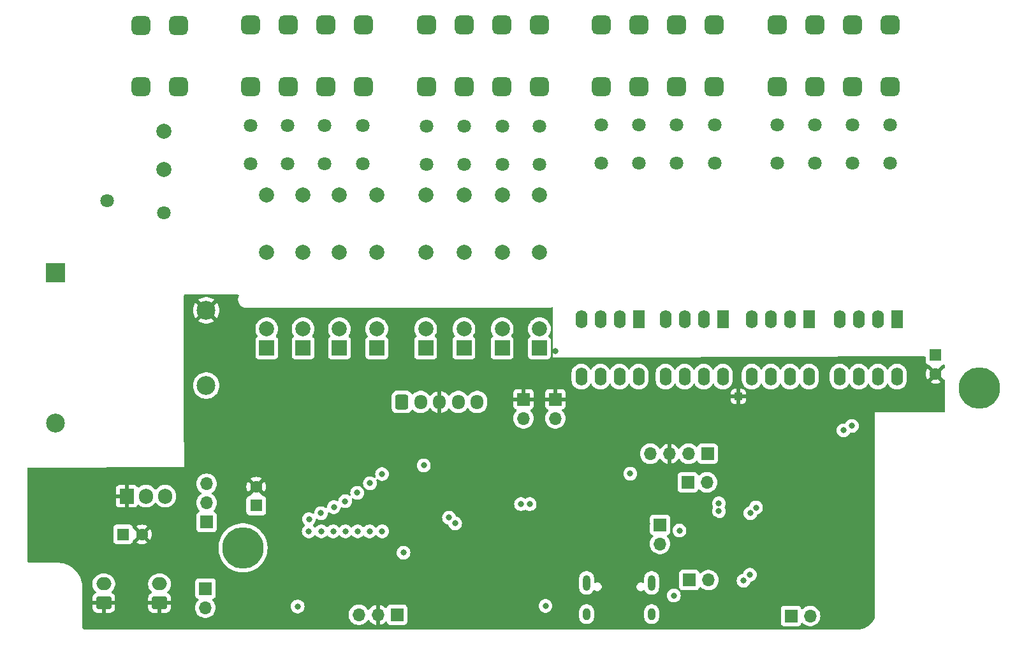
<source format=gbr>
%TF.GenerationSoftware,KiCad,Pcbnew,8.0.4*%
%TF.CreationDate,2024-09-08T16:09:12+02:00*%
%TF.ProjectId,hamodule,68616d6f-6475-46c6-952e-6b696361645f,20240908.24.8*%
%TF.SameCoordinates,Original*%
%TF.FileFunction,Copper,L2,Inr*%
%TF.FilePolarity,Positive*%
%FSLAX46Y46*%
G04 Gerber Fmt 4.6, Leading zero omitted, Abs format (unit mm)*
G04 Created by KiCad (PCBNEW 8.0.4) date 2024-09-08 16:09:12*
%MOMM*%
%LPD*%
G01*
G04 APERTURE LIST*
G04 Aperture macros list*
%AMRoundRect*
0 Rectangle with rounded corners*
0 $1 Rounding radius*
0 $2 $3 $4 $5 $6 $7 $8 $9 X,Y pos of 4 corners*
0 Add a 4 corners polygon primitive as box body*
4,1,4,$2,$3,$4,$5,$6,$7,$8,$9,$2,$3,0*
0 Add four circle primitives for the rounded corners*
1,1,$1+$1,$2,$3*
1,1,$1+$1,$4,$5*
1,1,$1+$1,$6,$7*
1,1,$1+$1,$8,$9*
0 Add four rect primitives between the rounded corners*
20,1,$1+$1,$2,$3,$4,$5,0*
20,1,$1+$1,$4,$5,$6,$7,0*
20,1,$1+$1,$6,$7,$8,$9,0*
20,1,$1+$1,$8,$9,$2,$3,0*%
G04 Aperture macros list end*
%TA.AperFunction,ComponentPad*%
%ADD10R,1.700000X1.700000*%
%TD*%
%TA.AperFunction,ComponentPad*%
%ADD11O,1.700000X1.700000*%
%TD*%
%TA.AperFunction,ComponentPad*%
%ADD12C,1.800000*%
%TD*%
%TA.AperFunction,ComponentPad*%
%ADD13RoundRect,0.250000X0.750000X-0.600000X0.750000X0.600000X-0.750000X0.600000X-0.750000X-0.600000X0*%
%TD*%
%TA.AperFunction,ComponentPad*%
%ADD14O,2.000000X1.700000*%
%TD*%
%TA.AperFunction,ComponentPad*%
%ADD15R,2.500000X2.500000*%
%TD*%
%TA.AperFunction,ComponentPad*%
%ADD16C,2.500000*%
%TD*%
%TA.AperFunction,ComponentPad*%
%ADD17R,1.905000X2.000000*%
%TD*%
%TA.AperFunction,ComponentPad*%
%ADD18O,1.905000X2.000000*%
%TD*%
%TA.AperFunction,ComponentPad*%
%ADD19RoundRect,0.625000X0.625000X0.625000X-0.625000X0.625000X-0.625000X-0.625000X0.625000X-0.625000X0*%
%TD*%
%TA.AperFunction,ComponentPad*%
%ADD20C,2.000000*%
%TD*%
%TA.AperFunction,ComponentPad*%
%ADD21R,1.600000X2.400000*%
%TD*%
%TA.AperFunction,ComponentPad*%
%ADD22O,1.600000X2.400000*%
%TD*%
%TA.AperFunction,ComponentPad*%
%ADD23R,1.600000X1.600000*%
%TD*%
%TA.AperFunction,ComponentPad*%
%ADD24C,1.600000*%
%TD*%
%TA.AperFunction,ComponentPad*%
%ADD25R,2.000000X2.000000*%
%TD*%
%TA.AperFunction,ComponentPad*%
%ADD26R,1.000000X1.000000*%
%TD*%
%TA.AperFunction,ComponentPad*%
%ADD27O,1.000000X2.100000*%
%TD*%
%TA.AperFunction,ComponentPad*%
%ADD28O,1.000000X1.600000*%
%TD*%
%TA.AperFunction,ComponentPad*%
%ADD29RoundRect,0.250000X-0.600000X-0.725000X0.600000X-0.725000X0.600000X0.725000X-0.600000X0.725000X0*%
%TD*%
%TA.AperFunction,ComponentPad*%
%ADD30O,1.700000X1.950000*%
%TD*%
%TA.AperFunction,ComponentPad*%
%ADD31C,5.500000*%
%TD*%
%TA.AperFunction,ViaPad*%
%ADD32C,0.800000*%
%TD*%
G04 APERTURE END LIST*
D10*
%TO.N,3.3V+*%
%TO.C,J5*%
X23674000Y5448400D03*
D11*
%TO.N,Net-(J4-Pin_2)*%
X23674000Y2908400D03*
%TD*%
D12*
%TO.N,220VAC(N)*%
%TO.C,RV1*%
X10626400Y57005330D03*
%TO.N,220VAC(L)*%
X18126400Y55372000D03*
%TD*%
D13*
%TO.N,GND*%
%TO.C,J1*%
X17574000Y3568700D03*
D14*
%TO.N,5V+*%
X17574000Y6068700D03*
%TD*%
D15*
%TO.N,220VAC(N)*%
%TO.C,PS1*%
X3780000Y47421800D03*
D16*
%TO.N,220VAC(L)*%
X3780000Y27421800D03*
%TO.N,5V+_PS*%
X23780000Y32421800D03*
%TO.N,GND*%
X23780000Y42421800D03*
%TD*%
D17*
%TO.N,GND*%
%TO.C,U1*%
X13242700Y17729200D03*
D18*
%TO.N,Net-(J4-Pin_2)*%
X15782700Y17729200D03*
%TO.N,5V+*%
X18322700Y17729200D03*
%TD*%
D19*
%TO.N,Net-(F13-Pad2)*%
%TO.C,J15*%
X44691800Y72136000D03*
X44691800Y80335999D03*
%TO.N,Net-(F12-Pad2)*%
X39691800Y72136000D03*
X39691800Y80335999D03*
%TO.N,Net-(F11-Pad2)*%
X34691800Y72136000D03*
X34691800Y80335999D03*
%TO.N,Net-(F10-Pad2)*%
X29691800Y72136000D03*
X29691800Y80335999D03*
%TD*%
%TO.N,Net-(F1-Pad1)*%
%TO.C,J2*%
X20144000Y72112401D03*
X20144000Y80312400D03*
%TO.N,220VAC(N)*%
X15144000Y72112401D03*
X15144000Y80312400D03*
%TD*%
%TO.N,Net-(F2-Pad2)*%
%TO.C,J7*%
X91264000Y72140201D03*
X91264000Y80340200D03*
%TO.N,Net-(F3-Pad2)*%
X86264000Y72140201D03*
X86264000Y80340200D03*
%TO.N,Net-(F4-Pad2)*%
X81264000Y72140201D03*
X81264000Y80340200D03*
%TO.N,Net-(F5-Pad2)*%
X76264000Y72140201D03*
X76264000Y80340200D03*
%TD*%
D20*
%TO.N,Net-(F1-Pad1)*%
%TO.C,F1*%
X18161000Y66243200D03*
%TO.N,220VAC(L)*%
X18151000Y61163200D03*
%TD*%
D21*
%TO.N,Net-(R23-Pad2)*%
%TO.C,U4*%
X115513178Y41232282D03*
D22*
%TO.N,220VAC(N)-LowV*%
X112973178Y41232282D03*
X110433178Y41232282D03*
%TO.N,Net-(R24-Pad2)*%
X107893178Y41232282D03*
%TO.N,Net-(U9-A2)*%
X107893178Y33612282D03*
%TO.N,3.3V+*%
X110433178Y33612282D03*
X112973178Y33612282D03*
%TO.N,Net-(U9-A1)*%
X115513178Y33612282D03*
%TD*%
D21*
%TO.N,Net-(R19-Pad2)*%
%TO.C,U7*%
X81205300Y41228800D03*
D22*
%TO.N,220VAC(N)-LowV*%
X78665300Y41228800D03*
X76125300Y41228800D03*
%TO.N,Net-(R20-Pad2)*%
X73585300Y41228800D03*
%TO.N,Net-(J19-Pin_2)*%
X73585300Y33608800D03*
%TO.N,3.3V+*%
X76125300Y33608800D03*
X78665300Y33608800D03*
%TO.N,Net-(U9-A7)*%
X81205300Y33608800D03*
%TD*%
D21*
%TO.N,Net-(R21-Pad2)*%
%TO.C,U6*%
X92381300Y41228800D03*
D22*
%TO.N,220VAC(N)-LowV*%
X89841300Y41228800D03*
X87301300Y41228800D03*
%TO.N,Net-(R22-Pad2)*%
X84761300Y41228800D03*
%TO.N,Net-(U9-A6)*%
X84761300Y33608800D03*
%TO.N,3.3V+*%
X87301300Y33608800D03*
X89841300Y33608800D03*
%TO.N,Net-(U9-A5)*%
X92381300Y33608800D03*
%TD*%
D14*
%TO.N,Net-(J4-Pin_2)*%
%TO.C,J4*%
X10174000Y6068700D03*
D13*
%TO.N,GND*%
X10174000Y3568700D03*
%TD*%
D10*
%TO.N,RXD0*%
%TO.C,J10*%
X101429402Y1808701D03*
D11*
%TO.N,TXD0*%
X103969402Y1808701D03*
%TD*%
D10*
%TO.N,GND*%
%TO.C,J19*%
X70124000Y30608400D03*
D11*
%TO.N,Net-(J19-Pin_2)*%
X70124000Y28068400D03*
%TD*%
D23*
%TO.N,Net-(JP1-B)*%
%TO.C,C19*%
X120624000Y36468400D03*
D24*
%TO.N,GND*%
X120624000Y33968400D03*
%TD*%
D10*
%TO.N,GPIO15*%
%TO.C,J14*%
X90364000Y23368400D03*
D11*
%TO.N,GPIO7*%
X87824000Y23368400D03*
%TO.N,GND*%
X85284000Y23368400D03*
%TO.N,3.3V+*%
X82744000Y23368400D03*
%TD*%
D19*
%TO.N,Net-(F6-Pad2)*%
%TO.C,J6*%
X114621702Y72140201D03*
X114621702Y80340200D03*
%TO.N,Net-(F7-Pad2)*%
X109621702Y72140201D03*
X109621702Y80340200D03*
%TO.N,Net-(F8-Pad2)*%
X104621702Y72140201D03*
X104621702Y80340200D03*
%TO.N,Net-(F9-Pad2)*%
X99621702Y72140201D03*
X99621702Y80340200D03*
%TD*%
%TO.N,Net-(F17-Pad2)*%
%TO.C,J16*%
X68059800Y72136000D03*
X68059800Y80335999D03*
%TO.N,Net-(F16-Pad2)*%
X63059800Y72136000D03*
X63059800Y80335999D03*
%TO.N,Net-(F15-Pad2)*%
X58059800Y72136000D03*
X58059800Y80335999D03*
%TO.N,Net-(F14-Pad2)*%
X53059800Y72136000D03*
X53059800Y80335999D03*
%TD*%
D12*
%TO.N,Net-(F15-Pad1)*%
%TO.C,F15*%
X58026800Y61849000D03*
%TO.N,Net-(F15-Pad2)*%
X58026800Y66929000D03*
%TD*%
D25*
%TO.N,Net-(U11-O5)*%
%TO.C,K5*%
X52911000Y37424500D03*
D20*
%TO.N,5V+*%
X52911000Y39964500D03*
%TO.N,220VAC(L)*%
X52911000Y50124500D03*
%TO.N,Net-(F14-Pad1)*%
X52911000Y57744500D03*
%TD*%
D10*
%TO.N,GPIO3*%
%TO.C,J12*%
X87724000Y19568400D03*
D11*
%TO.N,GPIO9*%
X90264000Y19568400D03*
%TD*%
D12*
%TO.N,Net-(F4-Pad1)*%
%TO.C,F4*%
X81228000Y61952500D03*
%TO.N,Net-(F4-Pad2)*%
X81228000Y67032500D03*
%TD*%
D23*
%TO.N,5V+_PS*%
%TO.C,C18*%
X30424000Y16486020D03*
D24*
%TO.N,GND*%
X30424000Y18986020D03*
%TD*%
D25*
%TO.N,Net-(U11-O6)*%
%TO.C,K6*%
X57991000Y37424500D03*
D20*
%TO.N,5V+*%
X57991000Y39964500D03*
%TO.N,220VAC(L)*%
X57991000Y50124500D03*
%TO.N,Net-(F15-Pad1)*%
X57991000Y57744500D03*
%TD*%
D12*
%TO.N,Net-(F2-Pad1)*%
%TO.C,F2*%
X91286400Y61952500D03*
%TO.N,Net-(F2-Pad2)*%
X91286400Y67032500D03*
%TD*%
D10*
%TO.N,GND*%
%TO.C,J17*%
X65924000Y30608400D03*
D11*
%TO.N,Net-(J17-Pin_2)*%
X65924000Y28068400D03*
%TD*%
D10*
%TO.N,GPIO12*%
%TO.C,J13*%
X84039402Y13923701D03*
D11*
%TO.N,GPIO13*%
X84039402Y11383701D03*
%TD*%
D12*
%TO.N,Net-(F7-Pad1)*%
%TO.C,F7*%
X109626400Y61950600D03*
%TO.N,Net-(F7-Pad2)*%
X109626400Y67030600D03*
%TD*%
D10*
%TO.N,SDA*%
%TO.C,J11*%
X87929800Y6578600D03*
D11*
%TO.N,SCL*%
X90469800Y6578600D03*
%TD*%
D26*
%TO.N,GND*%
%TO.C,TP1*%
X94424000Y30968400D03*
%TD*%
D12*
%TO.N,Net-(F8-Pad1)*%
%TO.C,F8*%
X104621800Y61950600D03*
%TO.N,Net-(F8-Pad2)*%
X104621800Y67030600D03*
%TD*%
%TO.N,Net-(F13-Pad1)*%
%TO.C,F13*%
X44532300Y61935500D03*
%TO.N,Net-(F13-Pad2)*%
X44532300Y67015500D03*
%TD*%
D21*
%TO.N,Net-(R25-Pad2)*%
%TO.C,U5*%
X103829178Y41232282D03*
D22*
%TO.N,220VAC(N)-LowV*%
X101289178Y41232282D03*
X98749178Y41232282D03*
%TO.N,Net-(R26-Pad2)*%
X96209178Y41232282D03*
%TO.N,Net-(U9-A4)*%
X96209178Y33612282D03*
%TO.N,3.3V+*%
X98749178Y33612282D03*
X101289178Y33612282D03*
%TO.N,Net-(U9-A3)*%
X103829178Y33612282D03*
%TD*%
D10*
%TO.N,Net-(D4-DOUT)*%
%TO.C,J8*%
X49116800Y1966700D03*
D11*
%TO.N,GND*%
X46576800Y1966700D03*
%TO.N,5V+*%
X44036800Y1966700D03*
%TD*%
D12*
%TO.N,Net-(F14-Pad1)*%
%TO.C,F14*%
X53073800Y61849000D03*
%TO.N,Net-(F14-Pad2)*%
X53073800Y66929000D03*
%TD*%
D27*
%TO.N,Net-(J3-SHIELD)*%
%TO.C,J3*%
X74285402Y6222801D03*
D28*
X74285402Y2042801D03*
D27*
X82925402Y6222801D03*
D28*
X82925402Y2042801D03*
%TD*%
D29*
%TO.N,5V+*%
%TO.C,J9*%
X49762400Y30243000D03*
D30*
%TO.N,3.3V+*%
X52262400Y30243000D03*
%TO.N,GND*%
X54762400Y30243000D03*
%TO.N,SCL*%
X57262400Y30243000D03*
%TO.N,SDA*%
X59762400Y30243000D03*
%TD*%
D10*
%TO.N,VBUS*%
%TO.C,SW1*%
X23834000Y14298400D03*
D11*
%TO.N,5V+*%
X23834000Y16838400D03*
%TO.N,5V+_PS*%
X23834000Y19378400D03*
%TD*%
D12*
%TO.N,Net-(F6-Pad1)*%
%TO.C,F6*%
X114604800Y61950600D03*
%TO.N,Net-(F6-Pad2)*%
X114604800Y67030600D03*
%TD*%
%TO.N,Net-(F3-Pad1)*%
%TO.C,F3*%
X86257200Y61952500D03*
%TO.N,Net-(F3-Pad2)*%
X86257200Y67032500D03*
%TD*%
%TO.N,Net-(F16-Pad1)*%
%TO.C,F16*%
X63106800Y61849000D03*
%TO.N,Net-(F16-Pad2)*%
X63106800Y66929000D03*
%TD*%
D31*
%TO.N,unconnected-(H5-Pad1)*%
%TO.C,H5*%
X28664000Y10858400D03*
%TD*%
D25*
%TO.N,Net-(U11-O1)*%
%TO.C,K1*%
X31818300Y37424500D03*
D20*
%TO.N,5V+*%
X31818300Y39964500D03*
%TO.N,220VAC(L)*%
X31818300Y50124500D03*
%TO.N,Net-(F10-Pad1)*%
X31818300Y57744500D03*
%TD*%
D25*
%TO.N,Net-(U11-O2)*%
%TO.C,K2*%
X36644300Y37424500D03*
D20*
%TO.N,5V+*%
X36644300Y39964500D03*
%TO.N,220VAC(L)*%
X36644300Y50124500D03*
%TO.N,Net-(F11-Pad1)*%
X36644300Y57744500D03*
%TD*%
D12*
%TO.N,Net-(F11-Pad1)*%
%TO.C,F11*%
X34612300Y61935500D03*
%TO.N,Net-(F11-Pad2)*%
X34612300Y67015500D03*
%TD*%
D25*
%TO.N,Net-(U11-O4)*%
%TO.C,K4*%
X46423300Y37424500D03*
D20*
%TO.N,5V+*%
X46423300Y39964500D03*
%TO.N,220VAC(L)*%
X46423300Y50124500D03*
%TO.N,Net-(F13-Pad1)*%
X46423300Y57744500D03*
%TD*%
D25*
%TO.N,Net-(U11-O7)*%
%TO.C,K7*%
X63071000Y37424500D03*
D20*
%TO.N,5V+*%
X63071000Y39964500D03*
%TO.N,220VAC(L)*%
X63071000Y50124500D03*
%TO.N,Net-(F16-Pad1)*%
X63071000Y57744500D03*
%TD*%
D25*
%TO.N,Net-(U11-O8)*%
%TO.C,K8*%
X68024000Y37424500D03*
D20*
%TO.N,5V+*%
X68024000Y39964500D03*
%TO.N,220VAC(L)*%
X68024000Y50124500D03*
%TO.N,Net-(F17-Pad1)*%
X68024000Y57744500D03*
%TD*%
D25*
%TO.N,Net-(U11-O3)*%
%TO.C,K3*%
X41470300Y37424500D03*
D20*
%TO.N,5V+*%
X41470300Y39964500D03*
%TO.N,220VAC(L)*%
X41470300Y50124500D03*
%TO.N,Net-(F12-Pad1)*%
X41470300Y57744500D03*
%TD*%
D31*
%TO.N,unconnected-(H4-Pad1)*%
%TO.C,H4*%
X126424000Y32080200D03*
%TD*%
D23*
%TO.N,Net-(J4-Pin_2)*%
%TO.C,C12*%
X12734700Y12649200D03*
D24*
%TO.N,GND*%
X15234700Y12649200D03*
%TD*%
D12*
%TO.N,Net-(F9-Pad1)*%
%TO.C,F9*%
X99621800Y61980000D03*
%TO.N,Net-(F9-Pad2)*%
X99621800Y67060000D03*
%TD*%
%TO.N,Net-(F5-Pad1)*%
%TO.C,F5*%
X76249600Y61952500D03*
%TO.N,Net-(F5-Pad2)*%
X76249600Y67032500D03*
%TD*%
%TO.N,Net-(F17-Pad1)*%
%TO.C,F17*%
X68059800Y61849000D03*
%TO.N,Net-(F17-Pad2)*%
X68059800Y66929000D03*
%TD*%
%TO.N,Net-(F10-Pad1)*%
%TO.C,F10*%
X29659300Y61935500D03*
%TO.N,Net-(F10-Pad2)*%
X29659300Y67015500D03*
%TD*%
%TO.N,Net-(F12-Pad1)*%
%TO.C,F12*%
X39532300Y61935500D03*
%TO.N,Net-(F12-Pad2)*%
X39532300Y67015500D03*
%TD*%
D32*
%TO.N,GND*%
X50974000Y15368400D03*
%TO.N,3.3V+*%
X52674000Y21818400D03*
%TO.N,GND*%
X54024000Y11818400D03*
X58324000Y10168400D03*
X58774000Y11918400D03*
%TO.N,3.3V+*%
X86624000Y13168400D03*
X80084000Y20708400D03*
X35924000Y3068400D03*
X65574000Y16668400D03*
X66724000Y16668400D03*
X109524000Y27068400D03*
X108413402Y26468400D03*
X49974000Y10218400D03*
%TO.N,IO0*%
X68834000Y3148200D03*
X85878497Y4522897D03*
%TO.N,GND*%
X17824000Y15668400D03*
X81224000Y17268400D03*
X111124000Y16968400D03*
X38624000Y25468400D03*
X111124000Y19968400D03*
X102124000Y15468400D03*
X64126204Y1920409D03*
X64010737Y5981663D03*
X96724000Y19868400D03*
X66924000Y18668400D03*
X105124000Y9468400D03*
X109624000Y19968400D03*
X31424000Y7568400D03*
X48124000Y6868400D03*
X102124000Y9468400D03*
X96724000Y17968400D03*
X108124000Y18468400D03*
X111124000Y9468400D03*
X67653400Y11268400D03*
X74974000Y14098701D03*
X76606400Y31267400D03*
X17220969Y8668400D03*
X97924000Y15368400D03*
X74774000Y12168400D03*
X45724000Y25768400D03*
X87706200Y29743400D03*
X17024000Y10068400D03*
X105024000Y7268400D03*
X65824000Y25743400D03*
X41324000Y25468400D03*
X28449000Y33568400D03*
X57774000Y24168400D03*
X73374000Y8018400D03*
X82324000Y14098701D03*
X57774000Y21168400D03*
X93624000Y2768400D03*
X111124000Y10968400D03*
X104668242Y27468399D03*
X43124000Y6790296D03*
X111524000Y29668400D03*
X105224000Y18468400D03*
X87824000Y10268400D03*
X111124000Y13968400D03*
X100624000Y10768400D03*
X49374000Y6868400D03*
X91324000Y18068400D03*
X100546400Y31216600D03*
X97224000Y8168400D03*
X6172200Y10109200D03*
X6146800Y12217400D03*
X82424000Y12268400D03*
X50874000Y4468400D03*
X78625400Y8862301D03*
X105445758Y23689201D03*
X111924000Y23968400D03*
X70124000Y36988400D03*
X103624000Y10968400D03*
X55212400Y18768400D03*
X109624000Y12668400D03*
X55212400Y27768400D03*
X87731600Y31242000D03*
X45724000Y24668400D03*
X111824000Y26968400D03*
X95124000Y14568400D03*
X67487800Y2032000D03*
X31524000Y1968400D03*
X96424000Y2768400D03*
X89357200Y29743400D03*
X100546400Y29718000D03*
X74324000Y18568400D03*
X103824000Y19868400D03*
X6124000Y16068400D03*
X78181200Y31216600D03*
X55212400Y21168400D03*
X95624000Y9568400D03*
X108124000Y7268400D03*
X6096000Y14198600D03*
X98924000Y2768400D03*
X97824000Y17168400D03*
X102124000Y12368400D03*
X74774000Y8318400D03*
X97224000Y10968400D03*
X57774000Y18768400D03*
X106624000Y10968400D03*
X89357200Y31267400D03*
X39824000Y6790296D03*
X83324000Y17268400D03*
X99224000Y19968400D03*
X99124000Y9568400D03*
X40402300Y890100D03*
X111524000Y31168400D03*
X81224000Y15326200D03*
X50224000Y26768400D03*
X100724000Y8168400D03*
X102224000Y18468400D03*
X35724000Y25468400D03*
X56724000Y4268400D03*
X99555800Y31216600D03*
X54124000Y26768400D03*
X82244849Y8547551D03*
X87424000Y17318400D03*
X109624000Y15468400D03*
X49824000Y23168400D03*
X88024000Y2184400D03*
X84024000Y8268400D03*
X28449000Y28293400D03*
X91324000Y14655101D03*
X85524000Y17268400D03*
X111224000Y6368400D03*
X55212400Y24068400D03*
X111924000Y24968400D03*
X91324000Y2768400D03*
X97024000Y14468400D03*
X70142600Y11268400D03*
X88824000Y3268400D03*
X108124000Y9468400D03*
X76606400Y29743400D03*
X106624000Y19868400D03*
X78130400Y29692600D03*
X36624000Y6790296D03*
X57150000Y1041400D03*
X99530400Y29692600D03*
%TO.N,SDA*%
X95986468Y7298201D03*
X56824000Y14118400D03*
%TO.N,SCL*%
X95129402Y6498701D03*
X56024000Y14886600D03*
%TO.N,/ESP-D+*%
X96038170Y15477469D03*
X91853360Y15726201D03*
%TO.N,/ESP-D-*%
X91853360Y16776201D03*
X96780634Y16219933D03*
%TO.N,Net-(U11-I2)*%
X37424000Y14663896D03*
X37396000Y13063896D03*
%TO.N,Net-(U11-I3)*%
X39072400Y13063896D03*
X39024000Y15463896D03*
%TO.N,Net-(U11-I4)*%
X40647200Y13064296D03*
X40724000Y16263896D03*
%TO.N,Net-(U11-I5)*%
X42272800Y13063896D03*
X42224000Y17063896D03*
%TO.N,Net-(U11-I6)*%
X43824000Y18168400D03*
X43887000Y13063896D03*
%TO.N,Net-(U11-I7)*%
X45524000Y19438400D03*
X45473200Y13063896D03*
%TO.N,Net-(U11-I8)*%
X47124000Y20668400D03*
X47149600Y13064296D03*
%TD*%
%TA.AperFunction,Conductor*%
%TO.N,GND*%
G36*
X27999524Y44511521D02*
G01*
X28066522Y44491699D01*
X28112169Y44438802D01*
X28121972Y44369624D01*
X28114596Y44344946D01*
X28115553Y44344597D01*
X28047241Y44156916D01*
X28013500Y43965559D01*
X28013500Y43771242D01*
X28047241Y43579885D01*
X28113700Y43397293D01*
X28113703Y43397286D01*
X28210858Y43229008D01*
X28335757Y43080158D01*
X28484607Y42955259D01*
X28484608Y42955258D01*
X28484610Y42955257D01*
X28652890Y42858101D01*
X28835484Y42791642D01*
X29026844Y42757900D01*
X29026846Y42757900D01*
X69321154Y42757900D01*
X69321156Y42757900D01*
X69512516Y42791642D01*
X69663492Y42846594D01*
X69733219Y42851026D01*
X69794275Y42817056D01*
X69827273Y42755469D01*
X69829902Y42730270D01*
X69840033Y36375863D01*
X69840400Y36145800D01*
X82848300Y36183500D01*
X95856200Y36221200D01*
X119191143Y36288831D01*
X119258237Y36269341D01*
X119304145Y36216670D01*
X119315500Y36164832D01*
X119315500Y35619746D01*
X119322011Y35559198D01*
X119322011Y35559196D01*
X119373111Y35422196D01*
X119460739Y35305139D01*
X119577796Y35217511D01*
X119714799Y35166411D01*
X119742050Y35163482D01*
X119775345Y35159901D01*
X119775360Y35159901D01*
X119775362Y35159900D01*
X119775364Y35159900D01*
X119778669Y35159723D01*
X119778659Y35159545D01*
X119778665Y35159544D01*
X119778653Y35159441D01*
X119778591Y35158272D01*
X119840084Y35140215D01*
X119885839Y35087411D01*
X119891519Y35054433D01*
X120577553Y34368400D01*
X120571339Y34368400D01*
X120469606Y34341141D01*
X120378394Y34288480D01*
X120303920Y34214006D01*
X120251259Y34122794D01*
X120224000Y34021061D01*
X120224000Y34014848D01*
X119544974Y34693874D01*
X119544973Y34693874D01*
X119493868Y34620888D01*
X119493866Y34620884D01*
X119397734Y34414727D01*
X119397730Y34414718D01*
X119338860Y34195011D01*
X119338858Y34195000D01*
X119319034Y33968403D01*
X119319034Y33968398D01*
X119338858Y33741801D01*
X119338860Y33741790D01*
X119397730Y33522083D01*
X119397735Y33522069D01*
X119493863Y33315922D01*
X119544974Y33242928D01*
X120224000Y33921954D01*
X120224000Y33915739D01*
X120251259Y33814006D01*
X120303920Y33722794D01*
X120378394Y33648320D01*
X120469606Y33595659D01*
X120571339Y33568400D01*
X120577553Y33568400D01*
X119898526Y32889375D01*
X119971513Y32838268D01*
X119971521Y32838264D01*
X120177668Y32742136D01*
X120177682Y32742131D01*
X120397389Y32683261D01*
X120397400Y32683259D01*
X120623998Y32663434D01*
X120624002Y32663434D01*
X120850599Y32683259D01*
X120850610Y32683261D01*
X121070317Y32742131D01*
X121070331Y32742136D01*
X121276478Y32838264D01*
X121349471Y32889376D01*
X120670447Y33568400D01*
X120676661Y33568400D01*
X120778394Y33595659D01*
X120869606Y33648320D01*
X120944080Y33722794D01*
X120996741Y33814006D01*
X121024000Y33915739D01*
X121024000Y33921953D01*
X121703024Y33242929D01*
X121737192Y33245918D01*
X121805692Y33232151D01*
X121855876Y33183536D01*
X121872000Y33122390D01*
X121872000Y29005400D01*
X121852315Y28938361D01*
X121799511Y28892606D01*
X121748000Y28881400D01*
X112547400Y28881400D01*
X112535857Y1583016D01*
X112524933Y1532177D01*
X112453438Y1373322D01*
X112446479Y1360063D01*
X112296218Y1111499D01*
X112287712Y1099176D01*
X112108581Y870533D01*
X112098651Y859325D01*
X111893275Y653949D01*
X111882067Y644019D01*
X111653424Y464888D01*
X111641101Y456382D01*
X111392536Y306120D01*
X111379277Y299161D01*
X111114406Y179952D01*
X111100410Y174645D01*
X110838346Y92982D01*
X110823115Y88236D01*
X110808577Y84653D01*
X110522876Y32296D01*
X110508010Y30491D01*
X110419687Y25149D01*
X110412229Y24923D01*
X7624827Y1722D01*
X7577346Y11161D01*
X7574113Y12500D01*
X7544333Y24836D01*
X7516300Y41021D01*
X7461533Y83046D01*
X7438645Y105934D01*
X7396621Y160700D01*
X7380435Y188734D01*
X7354019Y252508D01*
X7345641Y283776D01*
X7336477Y353383D01*
X7335416Y369523D01*
X7335238Y864631D01*
X7333583Y5456320D01*
X7333650Y5460375D01*
X7339065Y5624063D01*
X7335043Y5684061D01*
X7331205Y5741332D01*
X7316856Y5955405D01*
X7279694Y6175616D01*
X8665500Y6175616D01*
X8665500Y5961785D01*
X8698951Y5750583D01*
X8765026Y5547220D01*
X8765027Y5547217D01*
X8850922Y5378640D01*
X8862106Y5356691D01*
X8987794Y5183696D01*
X8987796Y5183694D01*
X9126070Y5045420D01*
X9159555Y4984097D01*
X9154571Y4914405D01*
X9112699Y4858472D01*
X9103486Y4852201D01*
X8955659Y4761020D01*
X8955655Y4761017D01*
X8831684Y4637046D01*
X8739643Y4487825D01*
X8739641Y4487820D01*
X8684494Y4321398D01*
X8684493Y4321391D01*
X8674000Y4218687D01*
X8674000Y3818700D01*
X9740988Y3818700D01*
X9708075Y3761693D01*
X9674000Y3634526D01*
X9674000Y3502874D01*
X9708075Y3375707D01*
X9740988Y3318700D01*
X8674001Y3318700D01*
X8674001Y2918714D01*
X8684494Y2816003D01*
X8739641Y2649581D01*
X8739643Y2649576D01*
X8831684Y2500355D01*
X8955654Y2376385D01*
X9104875Y2284344D01*
X9104880Y2284342D01*
X9271302Y2229195D01*
X9271309Y2229194D01*
X9374019Y2218701D01*
X9923999Y2218701D01*
X9924000Y2218702D01*
X9924000Y3135688D01*
X9981007Y3102775D01*
X10108174Y3068700D01*
X10239826Y3068700D01*
X10366993Y3102775D01*
X10424000Y3135688D01*
X10424000Y2218701D01*
X10973972Y2218701D01*
X10973986Y2218702D01*
X11076697Y2229195D01*
X11243119Y2284342D01*
X11243124Y2284344D01*
X11392345Y2376385D01*
X11516315Y2500355D01*
X11608356Y2649576D01*
X11608358Y2649581D01*
X11663505Y2816003D01*
X11663506Y2816010D01*
X11673999Y2918714D01*
X11674000Y2918727D01*
X11674000Y3318700D01*
X10607012Y3318700D01*
X10639925Y3375707D01*
X10674000Y3502874D01*
X10674000Y3634526D01*
X10639925Y3761693D01*
X10607012Y3818700D01*
X11673999Y3818700D01*
X11673999Y4218672D01*
X11673998Y4218687D01*
X11663505Y4321398D01*
X11608358Y4487820D01*
X11608356Y4487825D01*
X11516315Y4637046D01*
X11392344Y4761017D01*
X11392340Y4761020D01*
X11244513Y4852201D01*
X11197788Y4904149D01*
X11186567Y4973111D01*
X11214410Y5037193D01*
X11221907Y5045398D01*
X11360206Y5183696D01*
X11485894Y5356691D01*
X11582972Y5547217D01*
X11649049Y5750584D01*
X11682500Y5961784D01*
X11682500Y6175616D01*
X16065500Y6175616D01*
X16065500Y5961785D01*
X16098951Y5750583D01*
X16165026Y5547220D01*
X16165027Y5547217D01*
X16250922Y5378640D01*
X16262106Y5356691D01*
X16387794Y5183696D01*
X16387796Y5183694D01*
X16526070Y5045420D01*
X16559555Y4984097D01*
X16554571Y4914405D01*
X16512699Y4858472D01*
X16503486Y4852201D01*
X16355659Y4761020D01*
X16355655Y4761017D01*
X16231684Y4637046D01*
X16139643Y4487825D01*
X16139641Y4487820D01*
X16084494Y4321398D01*
X16084493Y4321391D01*
X16074000Y4218687D01*
X16074000Y3818700D01*
X17140988Y3818700D01*
X17108075Y3761693D01*
X17074000Y3634526D01*
X17074000Y3502874D01*
X17108075Y3375707D01*
X17140988Y3318700D01*
X16074001Y3318700D01*
X16074001Y2918714D01*
X16084494Y2816003D01*
X16139641Y2649581D01*
X16139643Y2649576D01*
X16231684Y2500355D01*
X16355654Y2376385D01*
X16504875Y2284344D01*
X16504880Y2284342D01*
X16671302Y2229195D01*
X16671309Y2229194D01*
X16774019Y2218701D01*
X17323999Y2218701D01*
X17324000Y2218702D01*
X17324000Y3135688D01*
X17381007Y3102775D01*
X17508174Y3068700D01*
X17639826Y3068700D01*
X17766993Y3102775D01*
X17824000Y3135688D01*
X17824000Y2218701D01*
X18373972Y2218701D01*
X18373986Y2218702D01*
X18476697Y2229195D01*
X18643119Y2284342D01*
X18643124Y2284344D01*
X18792345Y2376385D01*
X18916315Y2500355D01*
X19008356Y2649576D01*
X19008358Y2649581D01*
X19063505Y2816003D01*
X19063506Y2816010D01*
X19072946Y2908406D01*
X22310844Y2908406D01*
X22310844Y2908395D01*
X22329434Y2684041D01*
X22329436Y2684029D01*
X22384703Y2465786D01*
X22475140Y2259608D01*
X22598276Y2071135D01*
X22598284Y2071124D01*
X22750756Y1905498D01*
X22750761Y1905493D01*
X22809981Y1859400D01*
X22928424Y1767211D01*
X22928425Y1767211D01*
X22928427Y1767209D01*
X22974402Y1742329D01*
X23126426Y1660058D01*
X23339365Y1586956D01*
X23561431Y1549900D01*
X23786569Y1549900D01*
X24008635Y1586956D01*
X24221574Y1660058D01*
X24419576Y1767211D01*
X24597240Y1905494D01*
X24653590Y1966706D01*
X42673644Y1966706D01*
X42673644Y1966695D01*
X42692234Y1742341D01*
X42692236Y1742329D01*
X42747503Y1524086D01*
X42837940Y1317908D01*
X42961076Y1129435D01*
X42961084Y1129424D01*
X43113556Y963798D01*
X43113561Y963793D01*
X43158783Y928595D01*
X43291224Y825511D01*
X43291225Y825511D01*
X43291227Y825509D01*
X43417935Y756939D01*
X43489226Y718358D01*
X43702165Y645256D01*
X43924231Y608200D01*
X44149369Y608200D01*
X44371435Y645256D01*
X44584374Y718358D01*
X44782376Y825511D01*
X44960040Y963794D01*
X45065095Y1077913D01*
X45112515Y1129424D01*
X45112515Y1129425D01*
X45112522Y1129432D01*
X45206549Y1273353D01*
X45259694Y1318706D01*
X45328925Y1328130D01*
X45392261Y1298628D01*
X45411930Y1276652D01*
X45538690Y1095622D01*
X45705717Y928595D01*
X45899221Y793100D01*
X46113307Y693271D01*
X46113316Y693267D01*
X46326800Y636066D01*
X46326800Y1533688D01*
X46383807Y1500775D01*
X46510974Y1466700D01*
X46642626Y1466700D01*
X46769793Y1500775D01*
X46826800Y1533688D01*
X46826800Y636067D01*
X47040283Y693267D01*
X47040292Y693271D01*
X47254378Y793100D01*
X47447878Y928592D01*
X47563714Y1044428D01*
X47625037Y1077913D01*
X47694729Y1072929D01*
X47750663Y1031058D01*
X47767577Y1000081D01*
X47815910Y870497D01*
X47831628Y849500D01*
X47903539Y753439D01*
X48020596Y665811D01*
X48157599Y614711D01*
X48184850Y611782D01*
X48218145Y608201D01*
X48218162Y608200D01*
X50015438Y608200D01*
X50015454Y608201D01*
X50042492Y611109D01*
X50076001Y614711D01*
X50213004Y665811D01*
X50330061Y753439D01*
X50417689Y870496D01*
X50468789Y1007499D01*
X50472759Y1044428D01*
X50475299Y1068046D01*
X50475300Y1068063D01*
X50475300Y2865338D01*
X50475299Y2865355D01*
X50470670Y2908406D01*
X50468789Y2925901D01*
X50466022Y2933319D01*
X50439359Y3004806D01*
X50417689Y3062904D01*
X50353837Y3148200D01*
X67920496Y3148200D01*
X67940458Y2958272D01*
X67940459Y2958269D01*
X67999470Y2776651D01*
X67999473Y2776644D01*
X68094960Y2611256D01*
X68222747Y2469334D01*
X68377248Y2357082D01*
X68551712Y2279406D01*
X68738513Y2239700D01*
X68929487Y2239700D01*
X69116288Y2279406D01*
X69290752Y2357082D01*
X69407817Y2442135D01*
X73276902Y2442135D01*
X73276902Y1643468D01*
X73315656Y1448640D01*
X73315658Y1448632D01*
X73391679Y1265100D01*
X73391684Y1265091D01*
X73502048Y1099921D01*
X73502051Y1099917D01*
X73642517Y959451D01*
X73642521Y959448D01*
X73807691Y849084D01*
X73807697Y849081D01*
X73807698Y849080D01*
X73991233Y773057D01*
X74186068Y734302D01*
X74186072Y734301D01*
X74186073Y734301D01*
X74384732Y734301D01*
X74384733Y734302D01*
X74579571Y773057D01*
X74763106Y849080D01*
X74928283Y959448D01*
X75068755Y1099920D01*
X75179123Y1265097D01*
X75255146Y1448632D01*
X75293902Y1643472D01*
X75293902Y2442130D01*
X75293901Y2442135D01*
X81916902Y2442135D01*
X81916902Y1643468D01*
X81955656Y1448640D01*
X81955658Y1448632D01*
X82031679Y1265100D01*
X82031684Y1265091D01*
X82142048Y1099921D01*
X82142051Y1099917D01*
X82282517Y959451D01*
X82282521Y959448D01*
X82447691Y849084D01*
X82447697Y849081D01*
X82447698Y849080D01*
X82631233Y773057D01*
X82826068Y734302D01*
X82826072Y734301D01*
X82826073Y734301D01*
X83024732Y734301D01*
X83024733Y734302D01*
X83219571Y773057D01*
X83403106Y849080D01*
X83568283Y959448D01*
X83708755Y1099920D01*
X83819123Y1265097D01*
X83895146Y1448632D01*
X83933902Y1643472D01*
X83933902Y2442130D01*
X83895146Y2636970D01*
X83865991Y2707356D01*
X100070902Y2707356D01*
X100070902Y910047D01*
X100077413Y849499D01*
X100077413Y849497D01*
X100105925Y773057D01*
X100128513Y712497D01*
X100216141Y595440D01*
X100333198Y507812D01*
X100470201Y456712D01*
X100497452Y453783D01*
X100530747Y450202D01*
X100530764Y450201D01*
X102328040Y450201D01*
X102328056Y450202D01*
X102355094Y453110D01*
X102388603Y456712D01*
X102525606Y507812D01*
X102642663Y595440D01*
X102730291Y712497D01*
X102775540Y833814D01*
X102817411Y889745D01*
X102882876Y914162D01*
X102951148Y899310D01*
X102982947Y874465D01*
X103046162Y805795D01*
X103223826Y667512D01*
X103223827Y667512D01*
X103223829Y667510D01*
X103267237Y644019D01*
X103421828Y560359D01*
X103634767Y487257D01*
X103856833Y450201D01*
X104081971Y450201D01*
X104304037Y487257D01*
X104516976Y560359D01*
X104714978Y667512D01*
X104892642Y805795D01*
X105005686Y928592D01*
X105045117Y971425D01*
X105045118Y971427D01*
X105045124Y971433D01*
X105168262Y1159910D01*
X105258698Y1366085D01*
X105313966Y1584333D01*
X105313967Y1584342D01*
X105332558Y1808696D01*
X105332558Y1808707D01*
X105313967Y2033061D01*
X105313965Y2033073D01*
X105271793Y2199606D01*
X105258698Y2251317D01*
X105168262Y2457492D01*
X105162843Y2465786D01*
X105051003Y2636970D01*
X105045124Y2645969D01*
X105045121Y2645972D01*
X105045117Y2645978D01*
X104892645Y2811604D01*
X104892640Y2811609D01*
X104745796Y2925903D01*
X104714978Y2949890D01*
X104714977Y2949891D01*
X104714974Y2949893D01*
X104516982Y3057040D01*
X104516979Y3057042D01*
X104516976Y3057043D01*
X104516973Y3057044D01*
X104516971Y3057045D01*
X104304039Y3130145D01*
X104081971Y3167201D01*
X103856833Y3167201D01*
X103634764Y3130145D01*
X103421832Y3057045D01*
X103421821Y3057040D01*
X103223829Y2949893D01*
X103223824Y2949889D01*
X103046163Y2811609D01*
X102982950Y2742941D01*
X102923063Y2706951D01*
X102853225Y2709052D01*
X102795609Y2748577D01*
X102775540Y2783591D01*
X102730291Y2904905D01*
X102719944Y2918727D01*
X102642663Y3021962D01*
X102525606Y3109590D01*
X102388605Y3160690D01*
X102328056Y3167201D01*
X102328040Y3167201D01*
X100530764Y3167201D01*
X100530747Y3167201D01*
X100470199Y3160690D01*
X100470197Y3160690D01*
X100333197Y3109590D01*
X100216141Y3021962D01*
X100128513Y2904906D01*
X100077413Y2767906D01*
X100077413Y2767904D01*
X100070902Y2707356D01*
X83865991Y2707356D01*
X83819123Y2820505D01*
X83819122Y2820506D01*
X83819119Y2820512D01*
X83708755Y2985682D01*
X83708752Y2985686D01*
X83568286Y3126152D01*
X83568282Y3126155D01*
X83403112Y3236519D01*
X83403103Y3236524D01*
X83219571Y3312545D01*
X83219563Y3312547D01*
X83024735Y3351301D01*
X83024731Y3351301D01*
X82826073Y3351301D01*
X82826068Y3351301D01*
X82631240Y3312547D01*
X82631232Y3312545D01*
X82447700Y3236524D01*
X82447691Y3236519D01*
X82282521Y3126155D01*
X82282517Y3126152D01*
X82142051Y2985686D01*
X82142048Y2985682D01*
X82031684Y2820512D01*
X82031679Y2820503D01*
X81955658Y2636971D01*
X81955656Y2636963D01*
X81916902Y2442135D01*
X75293901Y2442135D01*
X75255146Y2636970D01*
X75179123Y2820505D01*
X75179122Y2820506D01*
X75179119Y2820512D01*
X75068755Y2985682D01*
X75068752Y2985686D01*
X74928286Y3126152D01*
X74928282Y3126155D01*
X74763112Y3236519D01*
X74763103Y3236524D01*
X74579571Y3312545D01*
X74579563Y3312547D01*
X74384735Y3351301D01*
X74384731Y3351301D01*
X74186073Y3351301D01*
X74186068Y3351301D01*
X73991240Y3312547D01*
X73991232Y3312545D01*
X73807700Y3236524D01*
X73807691Y3236519D01*
X73642521Y3126155D01*
X73642517Y3126152D01*
X73502051Y2985686D01*
X73502048Y2985682D01*
X73391684Y2820512D01*
X73391679Y2820503D01*
X73315658Y2636971D01*
X73315656Y2636963D01*
X73276902Y2442135D01*
X69407817Y2442135D01*
X69445253Y2469334D01*
X69573040Y2611256D01*
X69668527Y2776644D01*
X69727542Y2958272D01*
X69747504Y3148200D01*
X69727542Y3338128D01*
X69668527Y3519756D01*
X69573040Y3685144D01*
X69445253Y3827066D01*
X69290752Y3939318D01*
X69116288Y4016994D01*
X69116286Y4016995D01*
X68929487Y4056700D01*
X68738513Y4056700D01*
X68551714Y4016995D01*
X68377246Y3939317D01*
X68222745Y3827065D01*
X68094959Y3685143D01*
X67999473Y3519757D01*
X67999470Y3519750D01*
X67944645Y3351015D01*
X67940458Y3338128D01*
X67920496Y3148200D01*
X50353837Y3148200D01*
X50330061Y3179961D01*
X50213004Y3267589D01*
X50076003Y3318689D01*
X50015454Y3325200D01*
X50015438Y3325200D01*
X48218162Y3325200D01*
X48218145Y3325200D01*
X48157597Y3318689D01*
X48157595Y3318689D01*
X48020595Y3267589D01*
X47903539Y3179961D01*
X47815911Y3062905D01*
X47767577Y2933319D01*
X47725705Y2877386D01*
X47660241Y2852970D01*
X47591968Y2867822D01*
X47563715Y2888973D01*
X47447882Y3004806D01*
X47254378Y3140301D01*
X47040292Y3240130D01*
X47040286Y3240133D01*
X46826800Y3297336D01*
X46826800Y2399712D01*
X46769793Y2432625D01*
X46642626Y2466700D01*
X46510974Y2466700D01*
X46383807Y2432625D01*
X46326800Y2399712D01*
X46326800Y3297336D01*
X46326799Y3297336D01*
X46113313Y3240133D01*
X46113307Y3240130D01*
X45899222Y3140301D01*
X45899220Y3140300D01*
X45705726Y3004814D01*
X45705720Y3004809D01*
X45538691Y2837780D01*
X45538690Y2837778D01*
X45411931Y2656748D01*
X45357354Y2613123D01*
X45287855Y2605931D01*
X45225501Y2637453D01*
X45206552Y2660044D01*
X45112522Y2803968D01*
X45112515Y2803975D01*
X45112515Y2803977D01*
X44960043Y2969603D01*
X44960038Y2969608D01*
X44782377Y3107888D01*
X44782372Y3107892D01*
X44584380Y3215039D01*
X44584377Y3215041D01*
X44584374Y3215042D01*
X44584371Y3215043D01*
X44584369Y3215044D01*
X44371437Y3288144D01*
X44149369Y3325200D01*
X43924231Y3325200D01*
X43702162Y3288144D01*
X43489230Y3215044D01*
X43489219Y3215039D01*
X43291227Y3107892D01*
X43291222Y3107888D01*
X43113561Y2969608D01*
X43113556Y2969603D01*
X42961084Y2803977D01*
X42961078Y2803968D01*
X42837940Y2615493D01*
X42747503Y2409315D01*
X42692236Y2191072D01*
X42692234Y2191060D01*
X42673644Y1966706D01*
X24653590Y1966706D01*
X24749722Y2071132D01*
X24872860Y2259609D01*
X24963296Y2465784D01*
X25018564Y2684032D01*
X25020463Y2706951D01*
X25037156Y2908395D01*
X25037156Y2908406D01*
X25023898Y3068400D01*
X35010496Y3068400D01*
X35030458Y2878472D01*
X35030459Y2878469D01*
X35089470Y2696851D01*
X35089473Y2696844D01*
X35184960Y2531456D01*
X35273948Y2432625D01*
X35304433Y2398767D01*
X35312747Y2389534D01*
X35467248Y2277282D01*
X35641712Y2199606D01*
X35828513Y2159900D01*
X36019487Y2159900D01*
X36206288Y2199606D01*
X36380752Y2277282D01*
X36535253Y2389534D01*
X36663040Y2531456D01*
X36758527Y2696844D01*
X36817542Y2878472D01*
X36837504Y3068400D01*
X36817542Y3258328D01*
X36758527Y3439956D01*
X36663040Y3605344D01*
X36535253Y3747266D01*
X36380752Y3859518D01*
X36206288Y3937194D01*
X36206286Y3937195D01*
X36019487Y3976900D01*
X35828513Y3976900D01*
X35641714Y3937195D01*
X35467246Y3859517D01*
X35312745Y3747265D01*
X35184959Y3605343D01*
X35089473Y3439957D01*
X35089470Y3439950D01*
X35033467Y3267589D01*
X35030458Y3258328D01*
X35010496Y3068400D01*
X25023898Y3068400D01*
X25018565Y3132760D01*
X25018563Y3132772D01*
X24985916Y3261693D01*
X24963296Y3351016D01*
X24872860Y3557191D01*
X24749722Y3745668D01*
X24749719Y3745671D01*
X24749715Y3745677D01*
X24604510Y3903409D01*
X24573587Y3966063D01*
X24581447Y4035489D01*
X24625594Y4089645D01*
X24652405Y4103573D01*
X24732584Y4133480D01*
X24770204Y4147511D01*
X24887261Y4235139D01*
X24974889Y4352196D01*
X25025989Y4489199D01*
X25029612Y4522897D01*
X84964993Y4522897D01*
X84984955Y4332969D01*
X84984956Y4332966D01*
X85043967Y4151348D01*
X85043970Y4151341D01*
X85139457Y3985953D01*
X85267244Y3844031D01*
X85421745Y3731779D01*
X85596209Y3654103D01*
X85783010Y3614397D01*
X85973984Y3614397D01*
X86160785Y3654103D01*
X86335249Y3731779D01*
X86489750Y3844031D01*
X86617537Y3985953D01*
X86713024Y4151341D01*
X86772039Y4332969D01*
X86792001Y4522897D01*
X86772039Y4712825D01*
X86713024Y4894453D01*
X86617537Y5059841D01*
X86502478Y5187627D01*
X86489751Y5201762D01*
X86455550Y5226611D01*
X86335249Y5314015D01*
X86160785Y5391691D01*
X86160783Y5391692D01*
X85973984Y5431397D01*
X85783010Y5431397D01*
X85596211Y5391692D01*
X85421743Y5314014D01*
X85267242Y5201762D01*
X85139456Y5059840D01*
X85043970Y4894454D01*
X85043967Y4894447D01*
X84994971Y4743651D01*
X84984955Y4712825D01*
X84964993Y4522897D01*
X25029612Y4522897D01*
X25032499Y4549746D01*
X25032500Y4549763D01*
X25032500Y6347038D01*
X25032499Y6347055D01*
X25029157Y6378130D01*
X25025989Y6407601D01*
X24974889Y6544604D01*
X24887261Y6661661D01*
X24770204Y6749289D01*
X24738112Y6761259D01*
X24633203Y6800389D01*
X24572654Y6806900D01*
X24572638Y6806900D01*
X22775362Y6806900D01*
X22775345Y6806900D01*
X22714797Y6800389D01*
X22714795Y6800389D01*
X22577795Y6749289D01*
X22460739Y6661661D01*
X22373111Y6544605D01*
X22322011Y6407605D01*
X22322011Y6407603D01*
X22315500Y6347055D01*
X22315500Y4549746D01*
X22322011Y4489198D01*
X22322011Y4489196D01*
X22373111Y4352196D01*
X22460739Y4235139D01*
X22577796Y4147511D01*
X22629737Y4128138D01*
X22695595Y4103573D01*
X22751528Y4061701D01*
X22775944Y3996237D01*
X22761092Y3927964D01*
X22743490Y3903409D01*
X22598279Y3745670D01*
X22598276Y3745666D01*
X22475140Y3557193D01*
X22384703Y3351015D01*
X22329436Y3132772D01*
X22329434Y3132760D01*
X22310844Y2908406D01*
X19072946Y2908406D01*
X19073999Y2918714D01*
X19074000Y2918727D01*
X19074000Y3318700D01*
X18007012Y3318700D01*
X18039925Y3375707D01*
X18074000Y3502874D01*
X18074000Y3634526D01*
X18039925Y3761693D01*
X18007012Y3818700D01*
X19073999Y3818700D01*
X19073999Y4218672D01*
X19073998Y4218687D01*
X19063505Y4321398D01*
X19008358Y4487820D01*
X19008356Y4487825D01*
X18916315Y4637046D01*
X18792344Y4761017D01*
X18792340Y4761020D01*
X18644513Y4852201D01*
X18597788Y4904149D01*
X18586567Y4973111D01*
X18614410Y5037193D01*
X18621907Y5045398D01*
X18760206Y5183696D01*
X18885894Y5356691D01*
X18982972Y5547217D01*
X19049049Y5750584D01*
X19082500Y5961784D01*
X19082500Y6175616D01*
X19049049Y6386816D01*
X19012696Y6498701D01*
X18982973Y6590181D01*
X18982972Y6590184D01*
X18901903Y6749289D01*
X18885894Y6780709D01*
X18819469Y6872135D01*
X73276902Y6872135D01*
X73276902Y5573468D01*
X73315656Y5378640D01*
X73315658Y5378632D01*
X73391679Y5195100D01*
X73391684Y5195091D01*
X73502048Y5029921D01*
X73502051Y5029917D01*
X73642517Y4889451D01*
X73642521Y4889448D01*
X73807691Y4779084D01*
X73807697Y4779081D01*
X73807698Y4779080D01*
X73991233Y4703057D01*
X74186068Y4664302D01*
X74186072Y4664301D01*
X74186073Y4664301D01*
X74384732Y4664301D01*
X74384733Y4664302D01*
X74579571Y4703057D01*
X74763106Y4779080D01*
X74928283Y4889448D01*
X75068755Y5029920D01*
X75153347Y5156520D01*
X75182508Y5200162D01*
X75184284Y5198976D01*
X75226442Y5241927D01*
X75294573Y5257416D01*
X75354602Y5235664D01*
X75354999Y5236350D01*
X75358861Y5234120D01*
X75360263Y5233612D01*
X75361998Y5232310D01*
X75362033Y5232290D01*
X75362037Y5232286D01*
X75493267Y5156520D01*
X75639636Y5117301D01*
X75639638Y5117301D01*
X75791166Y5117301D01*
X75791168Y5117301D01*
X75937537Y5156520D01*
X76068767Y5232286D01*
X76175917Y5339436D01*
X76251683Y5470666D01*
X76290902Y5617035D01*
X76290902Y5768567D01*
X80919902Y5768567D01*
X80919902Y5617035D01*
X80931575Y5573472D01*
X80959121Y5470665D01*
X80978321Y5437411D01*
X81034887Y5339436D01*
X81142037Y5232286D01*
X81273267Y5156520D01*
X81419636Y5117301D01*
X81419638Y5117301D01*
X81571166Y5117301D01*
X81571168Y5117301D01*
X81717537Y5156520D01*
X81848767Y5232286D01*
X81848768Y5232288D01*
X81855805Y5236350D01*
X81856499Y5235147D01*
X81913596Y5257224D01*
X81982041Y5243190D01*
X82026998Y5199296D01*
X82028296Y5200162D01*
X82142048Y5029921D01*
X82142051Y5029917D01*
X82282517Y4889451D01*
X82282521Y4889448D01*
X82447691Y4779084D01*
X82447697Y4779081D01*
X82447698Y4779080D01*
X82631233Y4703057D01*
X82826068Y4664302D01*
X82826072Y4664301D01*
X82826073Y4664301D01*
X83024732Y4664301D01*
X83024733Y4664302D01*
X83219571Y4703057D01*
X83403106Y4779080D01*
X83568283Y4889448D01*
X83708755Y5029920D01*
X83819123Y5195097D01*
X83895146Y5378632D01*
X83933902Y5573472D01*
X83933902Y6872130D01*
X83895146Y7066970D01*
X83828696Y7227393D01*
X83819124Y7250503D01*
X83819119Y7250512D01*
X83708755Y7415682D01*
X83708752Y7415686D01*
X83647183Y7477255D01*
X86571300Y7477255D01*
X86571300Y5679946D01*
X86577811Y5619398D01*
X86577811Y5619396D01*
X86628911Y5482396D01*
X86716539Y5365339D01*
X86833596Y5277711D01*
X86929536Y5241927D01*
X86955319Y5232310D01*
X86970599Y5226611D01*
X86997850Y5223682D01*
X87031145Y5220101D01*
X87031162Y5220100D01*
X88828438Y5220100D01*
X88828454Y5220101D01*
X88855492Y5223009D01*
X88889001Y5226611D01*
X89026004Y5277711D01*
X89143061Y5365339D01*
X89230689Y5482396D01*
X89275938Y5603713D01*
X89317809Y5659644D01*
X89383274Y5684061D01*
X89451546Y5669209D01*
X89483345Y5644364D01*
X89546560Y5575694D01*
X89724224Y5437411D01*
X89724225Y5437411D01*
X89724227Y5437409D01*
X89808707Y5391691D01*
X89922226Y5330258D01*
X90135165Y5257156D01*
X90357231Y5220100D01*
X90582369Y5220100D01*
X90804435Y5257156D01*
X91017374Y5330258D01*
X91215376Y5437411D01*
X91393040Y5575694D01*
X91514454Y5707583D01*
X91545515Y5741324D01*
X91545516Y5741326D01*
X91545522Y5741332D01*
X91668660Y5929809D01*
X91759096Y6135984D01*
X91814364Y6354232D01*
X91814365Y6354241D01*
X91826336Y6498701D01*
X94215898Y6498701D01*
X94235860Y6308773D01*
X94235861Y6308770D01*
X94294872Y6127152D01*
X94294875Y6127145D01*
X94390362Y5961757D01*
X94518149Y5819835D01*
X94672650Y5707583D01*
X94847114Y5629907D01*
X95033915Y5590201D01*
X95224889Y5590201D01*
X95411690Y5629907D01*
X95586154Y5707583D01*
X95740655Y5819835D01*
X95868442Y5961757D01*
X95963929Y6127145D01*
X96022944Y6308773D01*
X96022944Y6308774D01*
X96024689Y6314144D01*
X96064126Y6371820D01*
X96116838Y6397116D01*
X96268756Y6429407D01*
X96443220Y6507083D01*
X96597721Y6619335D01*
X96725508Y6761257D01*
X96820995Y6926645D01*
X96880010Y7108273D01*
X96899972Y7298201D01*
X96880010Y7488129D01*
X96822046Y7666522D01*
X96820997Y7669751D01*
X96820996Y7669754D01*
X96820995Y7669757D01*
X96725508Y7835145D01*
X96597721Y7977067D01*
X96443220Y8089319D01*
X96268756Y8166995D01*
X96268754Y8166996D01*
X96081955Y8206701D01*
X95890981Y8206701D01*
X95704182Y8166996D01*
X95529714Y8089318D01*
X95375213Y7977066D01*
X95247427Y7835144D01*
X95151941Y7669758D01*
X95151939Y7669754D01*
X95091180Y7482758D01*
X95051742Y7425083D01*
X94999031Y7399787D01*
X94847115Y7367496D01*
X94672648Y7289818D01*
X94518147Y7177566D01*
X94390361Y7035644D01*
X94294875Y6870258D01*
X94294872Y6870251D01*
X94235861Y6688633D01*
X94235860Y6688629D01*
X94215898Y6498701D01*
X91826336Y6498701D01*
X91832956Y6578595D01*
X91832956Y6578606D01*
X91814365Y6802960D01*
X91814363Y6802972D01*
X91796850Y6872130D01*
X91759096Y7021216D01*
X91668660Y7227391D01*
X91666567Y7230594D01*
X91596339Y7338086D01*
X91545522Y7415868D01*
X91545519Y7415871D01*
X91545515Y7415877D01*
X91393043Y7581503D01*
X91393038Y7581508D01*
X91215377Y7719788D01*
X91215372Y7719792D01*
X91017380Y7826939D01*
X91017377Y7826941D01*
X91017374Y7826942D01*
X91017371Y7826943D01*
X91017369Y7826944D01*
X90804437Y7900044D01*
X90582369Y7937100D01*
X90357231Y7937100D01*
X90135162Y7900044D01*
X89922230Y7826944D01*
X89922219Y7826939D01*
X89724227Y7719792D01*
X89724222Y7719788D01*
X89546561Y7581508D01*
X89483348Y7512840D01*
X89423461Y7476850D01*
X89353623Y7478951D01*
X89296007Y7518476D01*
X89275938Y7553490D01*
X89230689Y7674804D01*
X89230688Y7674805D01*
X89143061Y7791861D01*
X89026004Y7879489D01*
X88889003Y7930589D01*
X88828454Y7937100D01*
X88828438Y7937100D01*
X87031162Y7937100D01*
X87031145Y7937100D01*
X86970597Y7930589D01*
X86970595Y7930589D01*
X86833595Y7879489D01*
X86716539Y7791861D01*
X86628911Y7674805D01*
X86577811Y7537805D01*
X86577811Y7537803D01*
X86571300Y7477255D01*
X83647183Y7477255D01*
X83568286Y7556152D01*
X83568282Y7556155D01*
X83403112Y7666519D01*
X83403103Y7666524D01*
X83219571Y7742545D01*
X83219563Y7742547D01*
X83024735Y7781301D01*
X83024731Y7781301D01*
X82826073Y7781301D01*
X82826068Y7781301D01*
X82631240Y7742547D01*
X82631232Y7742545D01*
X82447700Y7666524D01*
X82447691Y7666519D01*
X82282521Y7556155D01*
X82282517Y7556152D01*
X82142051Y7415686D01*
X82142048Y7415682D01*
X82031684Y7250512D01*
X82031679Y7250503D01*
X81955658Y7066971D01*
X81955656Y7066963D01*
X81916902Y6872135D01*
X81916902Y6328754D01*
X81897217Y6261715D01*
X81844413Y6215960D01*
X81775255Y6206016D01*
X81730905Y6221365D01*
X81717540Y6229081D01*
X81717537Y6229082D01*
X81571168Y6268301D01*
X81419636Y6268301D01*
X81273265Y6229082D01*
X81142037Y6153316D01*
X81142034Y6153314D01*
X81034889Y6046169D01*
X81034887Y6046166D01*
X80959121Y5914938D01*
X80933639Y5819835D01*
X80919902Y5768567D01*
X76290902Y5768567D01*
X76251683Y5914936D01*
X76175917Y6046166D01*
X76068767Y6153316D01*
X75979430Y6204895D01*
X75937538Y6229082D01*
X75864352Y6248692D01*
X75791168Y6268301D01*
X75639636Y6268301D01*
X75493267Y6229082D01*
X75493266Y6229082D01*
X75493264Y6229081D01*
X75493263Y6229081D01*
X75479899Y6221365D01*
X75411999Y6204895D01*
X75345972Y6227748D01*
X75302783Y6282671D01*
X75293902Y6328754D01*
X75293902Y6872131D01*
X75293901Y6872135D01*
X75261377Y7035645D01*
X75255146Y7066970D01*
X75188696Y7227393D01*
X75179124Y7250503D01*
X75179119Y7250512D01*
X75068755Y7415682D01*
X75068752Y7415686D01*
X74928286Y7556152D01*
X74928282Y7556155D01*
X74763112Y7666519D01*
X74763103Y7666524D01*
X74579571Y7742545D01*
X74579563Y7742547D01*
X74384735Y7781301D01*
X74384731Y7781301D01*
X74186073Y7781301D01*
X74186068Y7781301D01*
X73991240Y7742547D01*
X73991232Y7742545D01*
X73807700Y7666524D01*
X73807691Y7666519D01*
X73642521Y7556155D01*
X73642517Y7556152D01*
X73502051Y7415686D01*
X73502048Y7415682D01*
X73391684Y7250512D01*
X73391679Y7250503D01*
X73315658Y7066971D01*
X73315656Y7066963D01*
X73276902Y6872135D01*
X18819469Y6872135D01*
X18760206Y6953704D01*
X18609004Y7104906D01*
X18436009Y7230594D01*
X18245483Y7327673D01*
X18245480Y7327674D01*
X18042117Y7393749D01*
X17903612Y7415686D01*
X17830916Y7427200D01*
X17317084Y7427200D01*
X17246684Y7416050D01*
X17105882Y7393749D01*
X16902519Y7327674D01*
X16902516Y7327673D01*
X16711990Y7230594D01*
X16538993Y7104904D01*
X16387796Y6953707D01*
X16262106Y6780710D01*
X16165027Y6590184D01*
X16165026Y6590181D01*
X16098951Y6386818D01*
X16065500Y6175616D01*
X11682500Y6175616D01*
X11649049Y6386816D01*
X11612696Y6498701D01*
X11582973Y6590181D01*
X11582972Y6590184D01*
X11501903Y6749289D01*
X11485894Y6780709D01*
X11360206Y6953704D01*
X11209004Y7104906D01*
X11036009Y7230594D01*
X10845483Y7327673D01*
X10845480Y7327674D01*
X10642117Y7393749D01*
X10503612Y7415686D01*
X10430916Y7427200D01*
X9917084Y7427200D01*
X9846684Y7416050D01*
X9705882Y7393749D01*
X9502519Y7327674D01*
X9502516Y7327673D01*
X9311990Y7230594D01*
X9138993Y7104904D01*
X8987796Y6953707D01*
X8862106Y6780710D01*
X8765027Y6590184D01*
X8765026Y6590181D01*
X8698951Y6386818D01*
X8665500Y6175616D01*
X7279694Y6175616D01*
X7261595Y6282861D01*
X7173836Y6603141D01*
X7054460Y6913029D01*
X6904668Y7209412D01*
X6878427Y7250512D01*
X6829164Y7327672D01*
X6725963Y7489314D01*
X6579467Y7674805D01*
X6520148Y7749914D01*
X6520136Y7749928D01*
X6418794Y7854705D01*
X6289265Y7988625D01*
X6181393Y8079818D01*
X6035657Y8203021D01*
X5904934Y8292750D01*
X5761867Y8390953D01*
X5470640Y8550539D01*
X5320384Y8614249D01*
X5164898Y8680177D01*
X4847737Y8778555D01*
X4847727Y8778558D01*
X4847725Y8778558D01*
X4847716Y8778560D01*
X4847711Y8778561D01*
X4522304Y8844701D01*
X4522296Y8844702D01*
X4191883Y8877940D01*
X4048148Y8877979D01*
X4030183Y8877983D01*
X4030182Y8877984D01*
X333735Y8878899D01*
X314368Y8880426D01*
X253939Y8889997D01*
X217042Y8901985D01*
X171333Y8925275D01*
X139947Y8948079D01*
X103678Y8984348D01*
X80874Y9015734D01*
X57584Y9061443D01*
X45596Y9098341D01*
X36027Y9158760D01*
X34500Y9178157D01*
X34500Y10858403D01*
X25400714Y10858403D01*
X25400714Y10858398D01*
X25419843Y10505580D01*
X25477009Y10156885D01*
X25477010Y10156882D01*
X25571534Y9816434D01*
X25571535Y9816432D01*
X25702317Y9488192D01*
X25702326Y9488174D01*
X25867830Y9176000D01*
X26066120Y8883544D01*
X26238861Y8680177D01*
X26294869Y8614240D01*
X26551393Y8371247D01*
X26832686Y8157414D01*
X26832694Y8157409D01*
X26832706Y8157401D01*
X27113203Y7988633D01*
X27135449Y7975248D01*
X27297999Y7900044D01*
X27456128Y7826885D01*
X27456130Y7826885D01*
X27456133Y7826883D01*
X27790979Y7714061D01*
X28136059Y7638103D01*
X28487329Y7599900D01*
X28487335Y7599900D01*
X28840665Y7599900D01*
X28840671Y7599900D01*
X29191941Y7638103D01*
X29537021Y7714061D01*
X29871867Y7826883D01*
X30192551Y7975248D01*
X30382139Y8089319D01*
X30495293Y8157401D01*
X30495297Y8157404D01*
X30495314Y8157414D01*
X30776607Y8371247D01*
X31033131Y8614240D01*
X31261879Y8883543D01*
X31460170Y9176000D01*
X31625678Y9488182D01*
X31756463Y9816428D01*
X31850992Y10156890D01*
X31861076Y10218400D01*
X49060496Y10218400D01*
X49080458Y10028472D01*
X49080459Y10028469D01*
X49139470Y9846851D01*
X49139473Y9846844D01*
X49234960Y9681456D01*
X49362747Y9539534D01*
X49517248Y9427282D01*
X49691712Y9349606D01*
X49878513Y9309900D01*
X50069487Y9309900D01*
X50256288Y9349606D01*
X50430752Y9427282D01*
X50585253Y9539534D01*
X50713040Y9681456D01*
X50808527Y9846844D01*
X50867542Y10028472D01*
X50887504Y10218400D01*
X50867542Y10408328D01*
X50808527Y10589956D01*
X50713040Y10755344D01*
X50585253Y10897266D01*
X50430752Y11009518D01*
X50256288Y11087194D01*
X50256286Y11087195D01*
X50069487Y11126900D01*
X49878513Y11126900D01*
X49691714Y11087195D01*
X49517246Y11009517D01*
X49362745Y10897265D01*
X49234959Y10755343D01*
X49139473Y10589957D01*
X49139470Y10589950D01*
X49112057Y10505580D01*
X49080458Y10408328D01*
X49060496Y10218400D01*
X31861076Y10218400D01*
X31908156Y10505577D01*
X31927286Y10858400D01*
X31919092Y11009517D01*
X31908156Y11211221D01*
X31886929Y11340701D01*
X31879879Y11383707D01*
X82676246Y11383707D01*
X82676246Y11383696D01*
X82694836Y11159342D01*
X82694838Y11159330D01*
X82750105Y10941087D01*
X82840542Y10734909D01*
X82963678Y10546436D01*
X82963686Y10546425D01*
X83116158Y10380799D01*
X83116162Y10380795D01*
X83293826Y10242512D01*
X83293827Y10242512D01*
X83293829Y10242510D01*
X83338381Y10218400D01*
X83491828Y10135359D01*
X83704767Y10062257D01*
X83926833Y10025201D01*
X84151971Y10025201D01*
X84374037Y10062257D01*
X84586976Y10135359D01*
X84784978Y10242512D01*
X84962642Y10380795D01*
X85115124Y10546433D01*
X85238262Y10734910D01*
X85328698Y10941085D01*
X85383966Y11159333D01*
X85399288Y11344234D01*
X85402558Y11383696D01*
X85402558Y11383707D01*
X85383967Y11608061D01*
X85383965Y11608073D01*
X85334385Y11803860D01*
X85328698Y11826317D01*
X85238262Y12032492D01*
X85115124Y12220969D01*
X85115121Y12220972D01*
X85115117Y12220978D01*
X84969912Y12378710D01*
X84938989Y12441364D01*
X84946849Y12510790D01*
X84990996Y12564946D01*
X85017807Y12578874D01*
X85097986Y12608781D01*
X85135606Y12622812D01*
X85252663Y12710440D01*
X85340291Y12827497D01*
X85391391Y12964500D01*
X85394993Y12998009D01*
X85397901Y13025047D01*
X85397902Y13025064D01*
X85397902Y13168400D01*
X85710496Y13168400D01*
X85730458Y12978472D01*
X85730459Y12978469D01*
X85789470Y12796851D01*
X85789473Y12796844D01*
X85884960Y12631456D01*
X86012747Y12489534D01*
X86167248Y12377282D01*
X86341712Y12299606D01*
X86528513Y12259900D01*
X86719487Y12259900D01*
X86906288Y12299606D01*
X87080752Y12377282D01*
X87235253Y12489534D01*
X87363040Y12631456D01*
X87458527Y12796844D01*
X87517542Y12978472D01*
X87537504Y13168400D01*
X87517542Y13358328D01*
X87458527Y13539956D01*
X87363040Y13705344D01*
X87235253Y13847266D01*
X87080752Y13959518D01*
X86906288Y14037194D01*
X86906286Y14037195D01*
X86719487Y14076900D01*
X86528513Y14076900D01*
X86341714Y14037195D01*
X86341712Y14037194D01*
X86175139Y13963031D01*
X86167246Y13959517D01*
X86012745Y13847265D01*
X85884959Y13705343D01*
X85789473Y13539957D01*
X85789470Y13539950D01*
X85738389Y13382737D01*
X85730458Y13358328D01*
X85710496Y13168400D01*
X85397902Y13168400D01*
X85397902Y14822339D01*
X85397901Y14822356D01*
X85394132Y14857407D01*
X85391391Y14882902D01*
X85340291Y15019905D01*
X85252663Y15136962D01*
X85135606Y15224590D01*
X85107345Y15235131D01*
X84998605Y15275690D01*
X84938056Y15282201D01*
X84938040Y15282201D01*
X83140764Y15282201D01*
X83140747Y15282201D01*
X83080199Y15275690D01*
X83080197Y15275690D01*
X82943197Y15224590D01*
X82826141Y15136962D01*
X82738513Y15019906D01*
X82687413Y14882906D01*
X82687413Y14882904D01*
X82680902Y14822356D01*
X82680902Y13025047D01*
X82687413Y12964499D01*
X82687413Y12964497D01*
X82721032Y12874365D01*
X82738513Y12827497D01*
X82826141Y12710440D01*
X82943198Y12622812D01*
X82995139Y12603439D01*
X83060997Y12578874D01*
X83116930Y12537002D01*
X83141346Y12471538D01*
X83126494Y12403265D01*
X83108892Y12378710D01*
X82963681Y12220971D01*
X82963678Y12220967D01*
X82840542Y12032494D01*
X82750105Y11826316D01*
X82694838Y11608073D01*
X82694836Y11608061D01*
X82676246Y11383707D01*
X31879879Y11383707D01*
X31850992Y11559910D01*
X31800991Y11739998D01*
X31756465Y11900367D01*
X31756464Y11900369D01*
X31625682Y12228609D01*
X31625673Y12228627D01*
X31600314Y12276459D01*
X31460170Y12540800D01*
X31261879Y12833257D01*
X31138532Y12978472D01*
X31065973Y13063896D01*
X36482496Y13063896D01*
X36502458Y12873968D01*
X36502459Y12873965D01*
X36561470Y12692347D01*
X36561473Y12692340D01*
X36656960Y12526952D01*
X36784747Y12385030D01*
X36939248Y12272778D01*
X37113712Y12195102D01*
X37300513Y12155396D01*
X37491487Y12155396D01*
X37678288Y12195102D01*
X37852752Y12272778D01*
X38007253Y12385030D01*
X38135040Y12526952D01*
X38135040Y12526953D01*
X38139388Y12531781D01*
X38140690Y12530609D01*
X38189211Y12568024D01*
X38258824Y12574003D01*
X38320619Y12541398D01*
X38328978Y12531751D01*
X38329012Y12531781D01*
X38333359Y12526953D01*
X38333360Y12526952D01*
X38461147Y12385030D01*
X38615648Y12272778D01*
X38790112Y12195102D01*
X38976913Y12155396D01*
X39167887Y12155396D01*
X39354688Y12195102D01*
X39529152Y12272778D01*
X39683653Y12385030D01*
X39767831Y12478521D01*
X39827316Y12515168D01*
X39897173Y12513838D01*
X39952128Y12478520D01*
X40035947Y12385430D01*
X40190448Y12273178D01*
X40364912Y12195502D01*
X40551713Y12155796D01*
X40742687Y12155796D01*
X40929488Y12195502D01*
X41103952Y12273178D01*
X41258453Y12385430D01*
X41367671Y12506730D01*
X41427155Y12543377D01*
X41497012Y12542047D01*
X41551969Y12506728D01*
X41644832Y12403594D01*
X41661547Y12385030D01*
X41816048Y12272778D01*
X41990512Y12195102D01*
X42177313Y12155396D01*
X42368287Y12155396D01*
X42555088Y12195102D01*
X42729552Y12272778D01*
X42884053Y12385030D01*
X42987751Y12500199D01*
X43047236Y12536847D01*
X43117093Y12535517D01*
X43172048Y12500199D01*
X43275747Y12385030D01*
X43430248Y12272778D01*
X43604712Y12195102D01*
X43791513Y12155396D01*
X43982487Y12155396D01*
X44169288Y12195102D01*
X44343752Y12272778D01*
X44498253Y12385030D01*
X44587950Y12484650D01*
X44647436Y12521298D01*
X44717293Y12519968D01*
X44772249Y12484650D01*
X44861947Y12385030D01*
X45016448Y12272778D01*
X45190912Y12195102D01*
X45377713Y12155396D01*
X45568687Y12155396D01*
X45755488Y12195102D01*
X45929952Y12272778D01*
X46084453Y12385030D01*
X46212240Y12526952D01*
X46212240Y12526953D01*
X46216588Y12531781D01*
X46217838Y12530655D01*
X46266550Y12568221D01*
X46336163Y12574205D01*
X46397960Y12541603D01*
X46406163Y12532137D01*
X46406212Y12532181D01*
X46410559Y12527353D01*
X46410560Y12527352D01*
X46538347Y12385430D01*
X46692848Y12273178D01*
X46867312Y12195502D01*
X47054113Y12155796D01*
X47245087Y12155796D01*
X47431888Y12195502D01*
X47606352Y12273178D01*
X47760853Y12385430D01*
X47888640Y12527352D01*
X47984127Y12692740D01*
X48043142Y12874368D01*
X48063104Y13064296D01*
X48043142Y13254224D01*
X47984127Y13435852D01*
X47888640Y13601240D01*
X47773581Y13729026D01*
X47760854Y13743161D01*
X47760852Y13743163D01*
X47606352Y13855414D01*
X47431888Y13933090D01*
X47431886Y13933091D01*
X47245087Y13972796D01*
X47054113Y13972796D01*
X46867314Y13933091D01*
X46856940Y13928472D01*
X46697900Y13857663D01*
X46692846Y13855413D01*
X46538345Y13743161D01*
X46406212Y13596411D01*
X46404966Y13597533D01*
X46356215Y13559958D01*
X46286601Y13553995D01*
X46224813Y13586616D01*
X46216636Y13596055D01*
X46216588Y13596011D01*
X46084454Y13742761D01*
X46084449Y13742765D01*
X45929952Y13855014D01*
X45755488Y13932690D01*
X45755486Y13932691D01*
X45568687Y13972396D01*
X45377713Y13972396D01*
X45190914Y13932691D01*
X45190912Y13932690D01*
X45017347Y13855414D01*
X45016446Y13855013D01*
X44861945Y13742761D01*
X44772250Y13643144D01*
X44712763Y13606495D01*
X44642906Y13607826D01*
X44587950Y13643144D01*
X44498254Y13742761D01*
X44498249Y13742765D01*
X44343752Y13855014D01*
X44169288Y13932690D01*
X44169286Y13932691D01*
X43982487Y13972396D01*
X43791513Y13972396D01*
X43604714Y13932691D01*
X43604712Y13932690D01*
X43431147Y13855414D01*
X43430246Y13855013D01*
X43275745Y13742761D01*
X43172050Y13627595D01*
X43112563Y13590946D01*
X43042706Y13592277D01*
X42987750Y13627595D01*
X42884054Y13742761D01*
X42884049Y13742765D01*
X42729552Y13855014D01*
X42555088Y13932690D01*
X42555086Y13932691D01*
X42368287Y13972396D01*
X42177313Y13972396D01*
X41990514Y13932691D01*
X41990512Y13932690D01*
X41816947Y13855414D01*
X41816046Y13855013D01*
X41661545Y13742761D01*
X41552330Y13621465D01*
X41492843Y13584816D01*
X41422986Y13586147D01*
X41368030Y13621465D01*
X41258454Y13743161D01*
X41258452Y13743163D01*
X41103952Y13855414D01*
X40929488Y13933090D01*
X40929486Y13933091D01*
X40742687Y13972796D01*
X40551713Y13972796D01*
X40364914Y13933091D01*
X40354540Y13928472D01*
X40195500Y13857663D01*
X40190446Y13855413D01*
X40035947Y13743163D01*
X39951769Y13649673D01*
X39892282Y13613025D01*
X39822425Y13614356D01*
X39767470Y13649673D01*
X39684744Y13741550D01*
X39683654Y13742761D01*
X39683649Y13742765D01*
X39529152Y13855014D01*
X39354688Y13932690D01*
X39354686Y13932691D01*
X39167887Y13972396D01*
X38976913Y13972396D01*
X38790114Y13932691D01*
X38790112Y13932690D01*
X38616547Y13855414D01*
X38615646Y13855013D01*
X38461145Y13742761D01*
X38329012Y13596011D01*
X38327711Y13597183D01*
X38279174Y13559763D01*
X38209560Y13553793D01*
X38147769Y13586406D01*
X38139420Y13596041D01*
X38139388Y13596011D01*
X38007253Y13742762D01*
X38007249Y13742765D01*
X37992601Y13753408D01*
X37949935Y13808738D01*
X37943957Y13878351D01*
X37976563Y13940146D01*
X37992594Y13954037D01*
X38035253Y13985030D01*
X38163040Y14126952D01*
X38258527Y14292340D01*
X38317542Y14473968D01*
X38332220Y14613629D01*
X38358805Y14678242D01*
X38416102Y14718227D01*
X38485921Y14720887D01*
X38528427Y14700983D01*
X38567242Y14672782D01*
X38567243Y14672781D01*
X38567245Y14672780D01*
X38567248Y14672778D01*
X38741712Y14595102D01*
X38928513Y14555396D01*
X39119487Y14555396D01*
X39306288Y14595102D01*
X39480752Y14672778D01*
X39635253Y14785030D01*
X39726707Y14886600D01*
X55110496Y14886600D01*
X55130458Y14696672D01*
X55130459Y14696669D01*
X55189470Y14515051D01*
X55189473Y14515044D01*
X55284960Y14349656D01*
X55412747Y14207734D01*
X55567248Y14095482D01*
X55741712Y14017806D01*
X55809390Y14003421D01*
X55843253Y13996223D01*
X55904735Y13963031D01*
X55935403Y13913252D01*
X55989471Y13746848D01*
X55989473Y13746844D01*
X56084960Y13581456D01*
X56212747Y13439534D01*
X56367248Y13327282D01*
X56541712Y13249606D01*
X56728513Y13209900D01*
X56919487Y13209900D01*
X57106288Y13249606D01*
X57280752Y13327282D01*
X57435253Y13439534D01*
X57563040Y13581456D01*
X57658527Y13746844D01*
X57717542Y13928472D01*
X57737504Y14118400D01*
X57717542Y14308328D01*
X57658527Y14489956D01*
X57563040Y14655344D01*
X57435253Y14797266D01*
X57280752Y14909518D01*
X57106288Y14987194D01*
X57106286Y14987195D01*
X57106285Y14987195D01*
X57004745Y15008778D01*
X56943263Y15041971D01*
X56912597Y15091747D01*
X56869433Y15224590D01*
X56858529Y15258151D01*
X56858526Y15258157D01*
X56763040Y15423544D01*
X56635253Y15565466D01*
X56480752Y15677718D01*
X56306288Y15755394D01*
X56306286Y15755395D01*
X56119487Y15795100D01*
X55928513Y15795100D01*
X55741714Y15755395D01*
X55741712Y15755394D01*
X55579092Y15682991D01*
X55567246Y15677717D01*
X55412745Y15565465D01*
X55284959Y15423543D01*
X55189473Y15258157D01*
X55189470Y15258150D01*
X55135404Y15091750D01*
X55130458Y15076528D01*
X55110496Y14886600D01*
X39726707Y14886600D01*
X39763040Y14926952D01*
X39858527Y15092340D01*
X39917542Y15273968D01*
X39937504Y15463896D01*
X39937504Y15463900D01*
X39937504Y15468988D01*
X39957189Y15536027D01*
X40009993Y15581782D01*
X40079151Y15591726D01*
X40134388Y15569307D01*
X40267248Y15472778D01*
X40441712Y15395102D01*
X40628513Y15355396D01*
X40819487Y15355396D01*
X41006288Y15395102D01*
X41180752Y15472778D01*
X41335253Y15585030D01*
X41463040Y15726952D01*
X41558527Y15892340D01*
X41617542Y16073968D01*
X41626356Y16157832D01*
X41652939Y16222443D01*
X41710237Y16262428D01*
X41780056Y16265088D01*
X41800106Y16258149D01*
X41941712Y16195102D01*
X42128513Y16155396D01*
X42319487Y16155396D01*
X42506288Y16195102D01*
X42680752Y16272778D01*
X42835253Y16385030D01*
X42963040Y16526952D01*
X43044705Y16668400D01*
X64660496Y16668400D01*
X64680458Y16478472D01*
X64680459Y16478469D01*
X64739470Y16296851D01*
X64739473Y16296844D01*
X64834960Y16131456D01*
X64962747Y15989534D01*
X65117248Y15877282D01*
X65291712Y15799606D01*
X65478513Y15759900D01*
X65669487Y15759900D01*
X65856288Y15799606D01*
X66030752Y15877282D01*
X66076114Y15910241D01*
X66141920Y15933720D01*
X66209974Y15917895D01*
X66221882Y15910243D01*
X66267248Y15877282D01*
X66441712Y15799606D01*
X66628513Y15759900D01*
X66819487Y15759900D01*
X67006288Y15799606D01*
X67180752Y15877282D01*
X67335253Y15989534D01*
X67463040Y16131456D01*
X67558527Y16296844D01*
X67617542Y16478472D01*
X67637504Y16668400D01*
X67626174Y16776201D01*
X90939856Y16776201D01*
X90959818Y16586273D01*
X90959819Y16586270D01*
X91018830Y16404652D01*
X91018833Y16404645D01*
X91071628Y16313201D01*
X91088101Y16245300D01*
X91071628Y16189201D01*
X91018833Y16097758D01*
X91018830Y16097751D01*
X90960392Y15917895D01*
X90959818Y15916129D01*
X90939856Y15726201D01*
X90959818Y15536273D01*
X90959819Y15536270D01*
X91018830Y15354652D01*
X91018833Y15354645D01*
X91114320Y15189257D01*
X91242107Y15047335D01*
X91396608Y14935083D01*
X91571072Y14857407D01*
X91757873Y14817701D01*
X91948847Y14817701D01*
X92135648Y14857407D01*
X92310112Y14935083D01*
X92464613Y15047335D01*
X92592400Y15189257D01*
X92687887Y15354645D01*
X92727795Y15477469D01*
X95124666Y15477469D01*
X95144628Y15287541D01*
X95144629Y15287538D01*
X95203640Y15105920D01*
X95203643Y15105913D01*
X95299130Y14940525D01*
X95426917Y14798603D01*
X95581418Y14686351D01*
X95755882Y14608675D01*
X95942683Y14568969D01*
X96133657Y14568969D01*
X96320458Y14608675D01*
X96494922Y14686351D01*
X96649423Y14798603D01*
X96777210Y14940525D01*
X96872697Y15105913D01*
X96922052Y15257814D01*
X96961489Y15315487D01*
X97014200Y15340784D01*
X97062922Y15351139D01*
X97237386Y15428815D01*
X97391887Y15541067D01*
X97519674Y15682989D01*
X97615161Y15848377D01*
X97674176Y16030005D01*
X97694138Y16219933D01*
X97674176Y16409861D01*
X97615161Y16591489D01*
X97519674Y16756877D01*
X97391887Y16898799D01*
X97237386Y17011051D01*
X97062922Y17088727D01*
X97062920Y17088728D01*
X96876121Y17128433D01*
X96685147Y17128433D01*
X96498348Y17088728D01*
X96323880Y17011050D01*
X96169379Y16898798D01*
X96041593Y16756876D01*
X95946107Y16591490D01*
X95946105Y16591486D01*
X95896751Y16439591D01*
X95857313Y16381916D01*
X95804604Y16356620D01*
X95755882Y16346263D01*
X95590832Y16272778D01*
X95581414Y16268585D01*
X95426915Y16156334D01*
X95299129Y16014412D01*
X95203643Y15849026D01*
X95203640Y15849019D01*
X95147981Y15677717D01*
X95144628Y15667397D01*
X95124666Y15477469D01*
X92727795Y15477469D01*
X92746902Y15536273D01*
X92766864Y15726201D01*
X92746902Y15916129D01*
X92687887Y16097757D01*
X92635090Y16189203D01*
X92618618Y16257100D01*
X92635091Y16313201D01*
X92687887Y16404645D01*
X92746902Y16586273D01*
X92766864Y16776201D01*
X92746902Y16966129D01*
X92687887Y17147757D01*
X92592400Y17313145D01*
X92464613Y17455067D01*
X92310112Y17567319D01*
X92135648Y17644995D01*
X92135646Y17644996D01*
X91948847Y17684701D01*
X91757873Y17684701D01*
X91571074Y17644996D01*
X91571072Y17644995D01*
X91418128Y17576900D01*
X91396606Y17567318D01*
X91242105Y17455066D01*
X91114319Y17313144D01*
X91018833Y17147758D01*
X91018830Y17147751D01*
X90959819Y16966133D01*
X90959818Y16966129D01*
X90939856Y16776201D01*
X67626174Y16776201D01*
X67617542Y16858328D01*
X67558527Y17039956D01*
X67463040Y17205344D01*
X67335253Y17347266D01*
X67180752Y17459518D01*
X67006288Y17537194D01*
X67006286Y17537195D01*
X66819487Y17576900D01*
X66628513Y17576900D01*
X66441714Y17537195D01*
X66267250Y17459520D01*
X66221885Y17426560D01*
X66156078Y17403081D01*
X66088024Y17418907D01*
X66076115Y17426560D01*
X66043211Y17450466D01*
X66030752Y17459518D01*
X66030751Y17459519D01*
X66030749Y17459520D01*
X65901851Y17516908D01*
X65856288Y17537194D01*
X65856286Y17537195D01*
X65669487Y17576900D01*
X65478513Y17576900D01*
X65291714Y17537195D01*
X65291712Y17537194D01*
X65117253Y17459520D01*
X65117246Y17459517D01*
X64962745Y17347265D01*
X64834959Y17205343D01*
X64739473Y17039957D01*
X64739470Y17039950D01*
X64680459Y16858332D01*
X64680458Y16858328D01*
X64660496Y16668400D01*
X43044705Y16668400D01*
X43058527Y16692340D01*
X43117542Y16873968D01*
X43137504Y17063896D01*
X43117542Y17253824D01*
X43105798Y17289966D01*
X43103804Y17359804D01*
X43139884Y17419637D01*
X43202584Y17450466D01*
X43271999Y17442502D01*
X43296612Y17428603D01*
X43367248Y17377282D01*
X43541712Y17299606D01*
X43728513Y17259900D01*
X43919487Y17259900D01*
X44106288Y17299606D01*
X44280752Y17377282D01*
X44435253Y17489534D01*
X44563040Y17631456D01*
X44658527Y17796844D01*
X44717542Y17978472D01*
X44737504Y18168400D01*
X44717542Y18358328D01*
X44658527Y18539956D01*
X44563040Y18705344D01*
X44435253Y18847266D01*
X44280752Y18959518D01*
X44106288Y19037194D01*
X44106286Y19037195D01*
X43919487Y19076900D01*
X43728513Y19076900D01*
X43541714Y19037195D01*
X43541712Y19037194D01*
X43393698Y18971294D01*
X43367246Y18959517D01*
X43212745Y18847265D01*
X43084959Y18705343D01*
X42989473Y18539957D01*
X42989470Y18539950D01*
X42936035Y18375493D01*
X42930458Y18358328D01*
X42910496Y18168400D01*
X42930381Y17979200D01*
X42930459Y17978467D01*
X42942200Y17942332D01*
X42944195Y17872491D01*
X42908114Y17812659D01*
X42845413Y17781831D01*
X42775999Y17789796D01*
X42751385Y17803696D01*
X42680752Y17855014D01*
X42506288Y17932690D01*
X42506286Y17932691D01*
X42319487Y17972396D01*
X42128513Y17972396D01*
X41941714Y17932691D01*
X41941712Y17932690D01*
X41794190Y17867009D01*
X41767246Y17855013D01*
X41612745Y17742761D01*
X41484959Y17600839D01*
X41389473Y17435453D01*
X41389470Y17435446D01*
X41339293Y17281016D01*
X41330458Y17253824D01*
X41325363Y17205344D01*
X41321644Y17169963D01*
X41295059Y17105349D01*
X41237761Y17065365D01*
X41167942Y17062705D01*
X41147888Y17069646D01*
X41067697Y17105349D01*
X41006288Y17132690D01*
X41006286Y17132691D01*
X40819487Y17172396D01*
X40628513Y17172396D01*
X40441714Y17132691D01*
X40415166Y17120871D01*
X40284523Y17062705D01*
X40267246Y17055013D01*
X40112745Y16942761D01*
X39984959Y16800839D01*
X39889473Y16635453D01*
X39889470Y16635446D01*
X39830459Y16453828D01*
X39830458Y16453824D01*
X39810496Y16263896D01*
X39810496Y16263893D01*
X39810496Y16258805D01*
X39790811Y16191766D01*
X39738007Y16146011D01*
X39668849Y16136067D01*
X39613611Y16158487D01*
X39480756Y16255012D01*
X39480752Y16255014D01*
X39306288Y16332690D01*
X39306286Y16332691D01*
X39119487Y16372396D01*
X38928513Y16372396D01*
X38741714Y16332691D01*
X38697941Y16313202D01*
X38570977Y16256674D01*
X38567246Y16255013D01*
X38412745Y16142761D01*
X38284959Y16000839D01*
X38189473Y15835453D01*
X38189470Y15835446D01*
X38131457Y15656900D01*
X38130458Y15653824D01*
X38124726Y15599289D01*
X38115779Y15514165D01*
X38089194Y15449550D01*
X38031896Y15409566D01*
X37962077Y15406906D01*
X37919573Y15426809D01*
X37880752Y15455014D01*
X37706288Y15532690D01*
X37706286Y15532691D01*
X37519487Y15572396D01*
X37328513Y15572396D01*
X37141714Y15532691D01*
X37141712Y15532690D01*
X36987198Y15463896D01*
X36967246Y15455013D01*
X36812745Y15342761D01*
X36684959Y15200839D01*
X36589473Y15035453D01*
X36589470Y15035446D01*
X36539906Y14882902D01*
X36530458Y14853824D01*
X36510496Y14663896D01*
X36530458Y14473968D01*
X36530459Y14473965D01*
X36589470Y14292347D01*
X36589473Y14292340D01*
X36684960Y14126952D01*
X36783235Y14017806D01*
X36812746Y13985031D01*
X36812748Y13985029D01*
X36827397Y13974386D01*
X36870063Y13919056D01*
X36876042Y13849443D01*
X36843436Y13787648D01*
X36827398Y13773751D01*
X36784750Y13742765D01*
X36784746Y13742762D01*
X36656959Y13600839D01*
X36561473Y13435453D01*
X36561470Y13435446D01*
X36518007Y13301679D01*
X36502458Y13253824D01*
X36482496Y13063896D01*
X31065973Y13063896D01*
X31033138Y13102552D01*
X31033133Y13102558D01*
X31033131Y13102560D01*
X30776607Y13345553D01*
X30776600Y13345559D01*
X30776597Y13345561D01*
X30672954Y13424348D01*
X30495314Y13559386D01*
X30495308Y13559390D01*
X30495293Y13559400D01*
X30192555Y13741550D01*
X30192549Y13741553D01*
X29871871Y13889916D01*
X29537023Y14002739D01*
X29191939Y14078698D01*
X28840672Y14116900D01*
X28840671Y14116900D01*
X28487329Y14116900D01*
X28487327Y14116900D01*
X28136060Y14078698D01*
X27790976Y14002739D01*
X27456128Y13889916D01*
X27135450Y13741553D01*
X27135444Y13741550D01*
X26832706Y13559400D01*
X26832690Y13559389D01*
X26551402Y13345561D01*
X26551393Y13345553D01*
X26294866Y13102558D01*
X26294861Y13102552D01*
X26066120Y12833257D01*
X25867830Y12540801D01*
X25702326Y12228627D01*
X25702317Y12228609D01*
X25571535Y11900369D01*
X25571534Y11900367D01*
X25477010Y11559919D01*
X25477009Y11559916D01*
X25419843Y11211221D01*
X25400714Y10858403D01*
X34500Y10858403D01*
X34500Y13497855D01*
X11426200Y13497855D01*
X11426200Y11800546D01*
X11432711Y11739998D01*
X11432711Y11739996D01*
X11481917Y11608073D01*
X11483811Y11602996D01*
X11571439Y11485939D01*
X11688496Y11398311D01*
X11825499Y11347211D01*
X11852750Y11344282D01*
X11886045Y11340701D01*
X11886062Y11340700D01*
X13583338Y11340700D01*
X13583354Y11340701D01*
X13610392Y11343609D01*
X13643901Y11347211D01*
X13780904Y11398311D01*
X13897961Y11485939D01*
X13985589Y11602996D01*
X14036689Y11739999D01*
X14040291Y11773508D01*
X14043199Y11800546D01*
X14043377Y11803869D01*
X14043555Y11803860D01*
X14043556Y11803865D01*
X14043659Y11803854D01*
X14044828Y11803792D01*
X14062885Y11865285D01*
X14115689Y11911040D01*
X14148667Y11916721D01*
X14834700Y12602754D01*
X14834700Y12596539D01*
X14861959Y12494806D01*
X14914620Y12403594D01*
X14989094Y12329120D01*
X15080306Y12276459D01*
X15182039Y12249200D01*
X15188253Y12249200D01*
X14509226Y11570175D01*
X14582213Y11519068D01*
X14582221Y11519064D01*
X14788368Y11422936D01*
X14788382Y11422931D01*
X15008089Y11364061D01*
X15008100Y11364059D01*
X15234698Y11344234D01*
X15234702Y11344234D01*
X15461299Y11364059D01*
X15461310Y11364061D01*
X15681017Y11422931D01*
X15681031Y11422936D01*
X15887178Y11519064D01*
X15960171Y11570176D01*
X15281147Y12249200D01*
X15287361Y12249200D01*
X15389094Y12276459D01*
X15480306Y12329120D01*
X15554780Y12403594D01*
X15607441Y12494806D01*
X15634700Y12596539D01*
X15634700Y12602753D01*
X16313724Y11923729D01*
X16364836Y11996722D01*
X16460964Y12202869D01*
X16460969Y12202883D01*
X16519839Y12422590D01*
X16519841Y12422601D01*
X16539666Y12649198D01*
X16539666Y12649203D01*
X16519841Y12875800D01*
X16519839Y12875811D01*
X16460969Y13095518D01*
X16460964Y13095532D01*
X16364836Y13301679D01*
X16364832Y13301687D01*
X16313725Y13374674D01*
X15634700Y12695649D01*
X15634700Y12701861D01*
X15607441Y12803594D01*
X15554780Y12894806D01*
X15480306Y12969280D01*
X15389094Y13021941D01*
X15287361Y13049200D01*
X15281148Y13049200D01*
X15960172Y13728226D01*
X15887178Y13779337D01*
X15681031Y13875465D01*
X15681017Y13875470D01*
X15461310Y13934340D01*
X15461299Y13934342D01*
X15234702Y13954166D01*
X15234698Y13954166D01*
X15008100Y13934342D01*
X15008089Y13934340D01*
X14788382Y13875470D01*
X14788373Y13875466D01*
X14582216Y13779334D01*
X14582212Y13779332D01*
X14509226Y13728227D01*
X14509226Y13728226D01*
X15188253Y13049200D01*
X15182039Y13049200D01*
X15080306Y13021941D01*
X14989094Y12969280D01*
X14914620Y12894806D01*
X14861959Y12803594D01*
X14834700Y12701861D01*
X14834700Y12695648D01*
X14147610Y13382737D01*
X14109505Y13390396D01*
X14059323Y13439012D01*
X14044665Y13494600D01*
X14043659Y13494547D01*
X14043556Y13494535D01*
X14043555Y13494541D01*
X14043377Y13494531D01*
X14043199Y13497855D01*
X14039857Y13528930D01*
X14036689Y13558401D01*
X14036320Y13559389D01*
X14002646Y13649673D01*
X13985589Y13695404D01*
X13897961Y13812461D01*
X13780904Y13900089D01*
X13643903Y13951189D01*
X13583354Y13957700D01*
X13583338Y13957700D01*
X11886062Y13957700D01*
X11886045Y13957700D01*
X11825497Y13951189D01*
X11825495Y13951189D01*
X11688495Y13900089D01*
X11571439Y13812461D01*
X11483811Y13695405D01*
X11432711Y13558405D01*
X11432711Y13558403D01*
X11426200Y13497855D01*
X34500Y13497855D01*
X34500Y18777045D01*
X11790200Y18777045D01*
X11790200Y17979200D01*
X12751952Y17979200D01*
X12730182Y17941492D01*
X12692700Y17801609D01*
X12692700Y17656791D01*
X12730182Y17516908D01*
X12751952Y17479200D01*
X11790200Y17479200D01*
X11790200Y16681356D01*
X11796601Y16621828D01*
X11796603Y16621821D01*
X11846845Y16487114D01*
X11846849Y16487107D01*
X11933009Y16372013D01*
X11933012Y16372010D01*
X12048106Y16285850D01*
X12048113Y16285846D01*
X12182820Y16235604D01*
X12182827Y16235602D01*
X12242355Y16229201D01*
X12242372Y16229200D01*
X12992700Y16229200D01*
X12992700Y17238453D01*
X13030408Y17216682D01*
X13170291Y17179200D01*
X13315109Y17179200D01*
X13454992Y17216682D01*
X13492700Y17238453D01*
X13492700Y16229200D01*
X14243028Y16229200D01*
X14243044Y16229201D01*
X14302572Y16235602D01*
X14302579Y16235604D01*
X14437286Y16285846D01*
X14437293Y16285850D01*
X14552387Y16372010D01*
X14552390Y16372013D01*
X14638550Y16487107D01*
X14638555Y16487115D01*
X14646068Y16507260D01*
X14687937Y16563195D01*
X14753401Y16587615D01*
X14821674Y16572765D01*
X14835136Y16564249D01*
X14978618Y16460004D01*
X15016969Y16432140D01*
X15115540Y16381916D01*
X15221866Y16327740D01*
X15221868Y16327740D01*
X15221871Y16327738D01*
X15339104Y16289647D01*
X15440581Y16256674D01*
X15667712Y16220700D01*
X15667717Y16220700D01*
X15897688Y16220700D01*
X16124818Y16256674D01*
X16142527Y16262428D01*
X16343529Y16327738D01*
X16548431Y16432140D01*
X16734478Y16567311D01*
X16897089Y16729922D01*
X16952383Y16806028D01*
X17007712Y16848692D01*
X17077325Y16854671D01*
X17139120Y16822065D01*
X17153014Y16806031D01*
X17208311Y16729922D01*
X17370922Y16567311D01*
X17556969Y16432140D01*
X17628322Y16395784D01*
X17761866Y16327740D01*
X17761868Y16327740D01*
X17761871Y16327738D01*
X17879104Y16289647D01*
X17980581Y16256674D01*
X18207712Y16220700D01*
X18207717Y16220700D01*
X18437688Y16220700D01*
X18664818Y16256674D01*
X18682527Y16262428D01*
X18883529Y16327738D01*
X19088431Y16432140D01*
X19274478Y16567311D01*
X19437089Y16729922D01*
X19572260Y16915969D01*
X19676662Y17120871D01*
X19747726Y17339582D01*
X19760290Y17418907D01*
X19783700Y17566712D01*
X19783700Y17891689D01*
X19747726Y18118819D01*
X19709258Y18237210D01*
X19676662Y18337529D01*
X19676660Y18337532D01*
X19676660Y18337534D01*
X19592700Y18502315D01*
X19572260Y18542431D01*
X19437089Y18728478D01*
X19274478Y18891089D01*
X19088431Y19026260D01*
X19064053Y19038681D01*
X18883533Y19130661D01*
X18664818Y19201727D01*
X18437688Y19237700D01*
X18437683Y19237700D01*
X18207717Y19237700D01*
X18207712Y19237700D01*
X17980581Y19201727D01*
X17761866Y19130661D01*
X17556968Y19026260D01*
X17370919Y18891087D01*
X17208312Y18728480D01*
X17153018Y18652374D01*
X17097687Y18609709D01*
X17028074Y18603730D01*
X16966279Y18636336D01*
X16952382Y18652374D01*
X16935959Y18674978D01*
X16897089Y18728478D01*
X16734478Y18891089D01*
X16548431Y19026260D01*
X16524053Y19038681D01*
X16343533Y19130661D01*
X16124818Y19201727D01*
X15897688Y19237700D01*
X15897683Y19237700D01*
X15667717Y19237700D01*
X15667712Y19237700D01*
X15440581Y19201727D01*
X15221866Y19130661D01*
X15016964Y19026258D01*
X14835136Y18894152D01*
X14769330Y18870672D01*
X14701276Y18886498D01*
X14652581Y18936604D01*
X14646068Y18951139D01*
X14638553Y18971289D01*
X14638550Y18971294D01*
X14552390Y19086388D01*
X14552387Y19086391D01*
X14437293Y19172551D01*
X14437286Y19172555D01*
X14302579Y19222797D01*
X14302572Y19222799D01*
X14243044Y19229200D01*
X13492700Y19229200D01*
X13492700Y18219948D01*
X13454992Y18241718D01*
X13315109Y18279200D01*
X13170291Y18279200D01*
X13030408Y18241718D01*
X12992700Y18219948D01*
X12992700Y19229200D01*
X12242355Y19229200D01*
X12182827Y19222799D01*
X12182820Y19222797D01*
X12048113Y19172555D01*
X12048106Y19172551D01*
X11933012Y19086391D01*
X11933009Y19086388D01*
X11846849Y18971294D01*
X11846845Y18971287D01*
X11796603Y18836580D01*
X11796601Y18836573D01*
X11790200Y18777045D01*
X34500Y18777045D01*
X34500Y19378406D01*
X22470844Y19378406D01*
X22470844Y19378395D01*
X22489434Y19154041D01*
X22489436Y19154029D01*
X22544703Y18935786D01*
X22635140Y18729608D01*
X22758276Y18541135D01*
X22758284Y18541124D01*
X22910756Y18375498D01*
X22910761Y18375493D01*
X22936912Y18355139D01*
X23088424Y18237211D01*
X23088429Y18237209D01*
X23088431Y18237207D01*
X23124930Y18217454D01*
X23174520Y18168235D01*
X23189628Y18100018D01*
X23165457Y18034463D01*
X23124930Y17999346D01*
X23088431Y17979594D01*
X23088422Y17979588D01*
X22910761Y17841308D01*
X22910756Y17841303D01*
X22758284Y17675677D01*
X22758276Y17675666D01*
X22635140Y17487193D01*
X22544703Y17281015D01*
X22489436Y17062772D01*
X22489434Y17062760D01*
X22470844Y16838406D01*
X22470844Y16838395D01*
X22489434Y16614041D01*
X22489436Y16614029D01*
X22544703Y16395786D01*
X22635140Y16189608D01*
X22758276Y16001135D01*
X22758284Y16001124D01*
X22903489Y15843392D01*
X22934412Y15780738D01*
X22926552Y15711312D01*
X22882405Y15657156D01*
X22855596Y15643228D01*
X22737794Y15599289D01*
X22620739Y15511661D01*
X22533111Y15394605D01*
X22482011Y15257605D01*
X22482011Y15257603D01*
X22475500Y15197055D01*
X22475500Y13399746D01*
X22482011Y13339198D01*
X22482011Y13339196D01*
X22533111Y13202196D01*
X22620739Y13085139D01*
X22737796Y12997511D01*
X22874799Y12946411D01*
X22902050Y12943482D01*
X22935345Y12939901D01*
X22935362Y12939900D01*
X24732638Y12939900D01*
X24732654Y12939901D01*
X24759692Y12942809D01*
X24793201Y12946411D01*
X24930204Y12997511D01*
X25047261Y13085139D01*
X25134889Y13202196D01*
X25185989Y13339199D01*
X25190670Y13382737D01*
X25192499Y13399746D01*
X25192500Y13399763D01*
X25192500Y15197038D01*
X25192499Y15197055D01*
X25188405Y15235131D01*
X25185989Y15257601D01*
X25185910Y15257812D01*
X25161199Y15324066D01*
X25134889Y15394604D01*
X25047261Y15511661D01*
X24930204Y15599289D01*
X24812404Y15643228D01*
X24756471Y15685100D01*
X24732055Y15750565D01*
X24746908Y15818838D01*
X24764504Y15843386D01*
X24909722Y16001132D01*
X25032860Y16189609D01*
X25123296Y16395784D01*
X25178564Y16614032D01*
X25178565Y16614041D01*
X25197156Y16838395D01*
X25197156Y16838406D01*
X25178565Y17062760D01*
X25178563Y17062772D01*
X25157042Y17147757D01*
X25123296Y17281016D01*
X25099759Y17334675D01*
X29115500Y17334675D01*
X29115500Y15637366D01*
X29122011Y15576818D01*
X29122011Y15576816D01*
X29167442Y15455014D01*
X29173111Y15439816D01*
X29260739Y15322759D01*
X29377796Y15235131D01*
X29514799Y15184031D01*
X29542050Y15181102D01*
X29575345Y15177521D01*
X29575362Y15177520D01*
X31272638Y15177520D01*
X31272654Y15177521D01*
X31299692Y15180429D01*
X31333201Y15184031D01*
X31470204Y15235131D01*
X31587261Y15322759D01*
X31674889Y15439816D01*
X31725989Y15576819D01*
X31729591Y15610328D01*
X31732499Y15637366D01*
X31732500Y15637383D01*
X31732500Y17334658D01*
X31732499Y17334675D01*
X31728313Y17373606D01*
X31725989Y17395221D01*
X31723057Y17403081D01*
X31694666Y17479200D01*
X31674889Y17532224D01*
X31587261Y17649281D01*
X31470204Y17736909D01*
X31333203Y17788009D01*
X31272654Y17794520D01*
X31269331Y17794697D01*
X31269340Y17794876D01*
X31269335Y17794876D01*
X31269346Y17794980D01*
X31269408Y17796149D01*
X31207915Y17814205D01*
X31162160Y17867009D01*
X31156479Y17899988D01*
X30470447Y18586020D01*
X30476661Y18586020D01*
X30578394Y18613279D01*
X30669606Y18665940D01*
X30744080Y18740414D01*
X30796741Y18831626D01*
X30824000Y18933359D01*
X30824000Y18939573D01*
X31503024Y18260549D01*
X31554136Y18333542D01*
X31650264Y18539689D01*
X31650269Y18539703D01*
X31709139Y18759410D01*
X31709141Y18759421D01*
X31728966Y18986018D01*
X31728966Y18986023D01*
X31709141Y19212620D01*
X31709139Y19212631D01*
X31650269Y19432338D01*
X31650264Y19432352D01*
X31647444Y19438400D01*
X44610496Y19438400D01*
X44630458Y19248472D01*
X44630459Y19248469D01*
X44689470Y19066851D01*
X44689473Y19066844D01*
X44784960Y18901456D01*
X44912747Y18759534D01*
X45067248Y18647282D01*
X45241712Y18569606D01*
X45428513Y18529900D01*
X45619487Y18529900D01*
X45806288Y18569606D01*
X45980752Y18647282D01*
X46135253Y18759534D01*
X46263040Y18901456D01*
X46358527Y19066844D01*
X46417542Y19248472D01*
X46437504Y19438400D01*
X46417542Y19628328D01*
X46358527Y19809956D01*
X46358524Y19809962D01*
X46355886Y19815886D01*
X46357841Y19816757D01*
X46343712Y19874970D01*
X46366557Y19940999D01*
X46421473Y19984196D01*
X46491026Y19990845D01*
X46540456Y19969402D01*
X46667248Y19877282D01*
X46841712Y19799606D01*
X47028513Y19759900D01*
X47219487Y19759900D01*
X47406288Y19799606D01*
X47580752Y19877282D01*
X47735253Y19989534D01*
X47863040Y20131456D01*
X47958527Y20296844D01*
X48017542Y20478472D01*
X48037504Y20668400D01*
X48033300Y20708400D01*
X79170496Y20708400D01*
X79190458Y20518472D01*
X79190459Y20518469D01*
X79249470Y20336851D01*
X79249473Y20336844D01*
X79344960Y20171456D01*
X79472747Y20029534D01*
X79627248Y19917282D01*
X79801712Y19839606D01*
X79988513Y19799900D01*
X80179487Y19799900D01*
X80366288Y19839606D01*
X80540752Y19917282D01*
X80695253Y20029534D01*
X80823040Y20171456D01*
X80918527Y20336844D01*
X80960835Y20467055D01*
X86365500Y20467055D01*
X86365500Y18669746D01*
X86372011Y18609198D01*
X86372011Y18609196D01*
X86397937Y18539689D01*
X86423111Y18472196D01*
X86510739Y18355139D01*
X86627796Y18267511D01*
X86742949Y18224561D01*
X86762002Y18217454D01*
X86764799Y18216411D01*
X86792050Y18213482D01*
X86825345Y18209901D01*
X86825362Y18209900D01*
X88622638Y18209900D01*
X88622654Y18209901D01*
X88649692Y18212809D01*
X88683201Y18216411D01*
X88685998Y18217454D01*
X88697768Y18221845D01*
X88820204Y18267511D01*
X88937261Y18355139D01*
X89024889Y18472196D01*
X89070138Y18593513D01*
X89112009Y18649444D01*
X89177474Y18673861D01*
X89245746Y18659009D01*
X89277545Y18634164D01*
X89340760Y18565494D01*
X89518424Y18427211D01*
X89518425Y18427211D01*
X89518427Y18427209D01*
X89613989Y18375494D01*
X89716426Y18320058D01*
X89929365Y18246956D01*
X90151431Y18209900D01*
X90376569Y18209900D01*
X90598635Y18246956D01*
X90811574Y18320058D01*
X91009576Y18427211D01*
X91187240Y18565494D01*
X91287000Y18673861D01*
X91339715Y18731124D01*
X91339716Y18731126D01*
X91339722Y18731132D01*
X91462860Y18919609D01*
X91553296Y19125784D01*
X91608564Y19344032D01*
X91609785Y19358761D01*
X91627156Y19568395D01*
X91627156Y19568406D01*
X91608565Y19792760D01*
X91608563Y19792772D01*
X91563834Y19969401D01*
X91553296Y20011016D01*
X91462860Y20217191D01*
X91454806Y20229518D01*
X91339723Y20405666D01*
X91339715Y20405677D01*
X91187243Y20571303D01*
X91187238Y20571308D01*
X91022096Y20699844D01*
X91009576Y20709589D01*
X91009575Y20709590D01*
X91009572Y20709592D01*
X90811580Y20816739D01*
X90811577Y20816741D01*
X90811574Y20816742D01*
X90811571Y20816743D01*
X90811569Y20816744D01*
X90598637Y20889844D01*
X90376569Y20926900D01*
X90151431Y20926900D01*
X89929362Y20889844D01*
X89716430Y20816744D01*
X89716419Y20816739D01*
X89518427Y20709592D01*
X89518422Y20709588D01*
X89340761Y20571308D01*
X89277548Y20502640D01*
X89217661Y20466650D01*
X89147823Y20468751D01*
X89090207Y20508276D01*
X89070138Y20543290D01*
X89024889Y20664604D01*
X89022047Y20668400D01*
X88937261Y20781661D01*
X88820204Y20869289D01*
X88683203Y20920389D01*
X88622654Y20926900D01*
X88622638Y20926900D01*
X86825362Y20926900D01*
X86825345Y20926900D01*
X86764797Y20920389D01*
X86764795Y20920389D01*
X86627795Y20869289D01*
X86510739Y20781661D01*
X86423111Y20664605D01*
X86372011Y20527605D01*
X86372011Y20527603D01*
X86365500Y20467055D01*
X80960835Y20467055D01*
X80977542Y20518472D01*
X80997504Y20708400D01*
X80977542Y20898328D01*
X80918527Y21079956D01*
X80823040Y21245344D01*
X80695253Y21387266D01*
X80540752Y21499518D01*
X80366288Y21577194D01*
X80366286Y21577195D01*
X80179487Y21616900D01*
X79988513Y21616900D01*
X79801714Y21577195D01*
X79627246Y21499517D01*
X79472745Y21387265D01*
X79344959Y21245343D01*
X79249473Y21079957D01*
X79249470Y21079950D01*
X79197626Y20920389D01*
X79190458Y20898328D01*
X79170496Y20708400D01*
X48033300Y20708400D01*
X48017542Y20858328D01*
X47958527Y21039956D01*
X47863040Y21205344D01*
X47735253Y21347266D01*
X47580752Y21459518D01*
X47406288Y21537194D01*
X47406286Y21537195D01*
X47219487Y21576900D01*
X47028513Y21576900D01*
X46841714Y21537195D01*
X46667246Y21459517D01*
X46512745Y21347265D01*
X46384959Y21205343D01*
X46289473Y21039957D01*
X46289470Y21039950D01*
X46240698Y20889844D01*
X46230458Y20858328D01*
X46210496Y20668400D01*
X46230458Y20478472D01*
X46230459Y20478469D01*
X46289470Y20296851D01*
X46292114Y20290914D01*
X46290161Y20290045D01*
X46304287Y20231817D01*
X46281434Y20165790D01*
X46226512Y20122600D01*
X46156959Y20115959D01*
X46107542Y20137400D01*
X45980756Y20229516D01*
X45948757Y20243763D01*
X45806288Y20307194D01*
X45806286Y20307195D01*
X45619487Y20346900D01*
X45428513Y20346900D01*
X45241714Y20307195D01*
X45067246Y20229517D01*
X44912745Y20117265D01*
X44784959Y19975343D01*
X44689473Y19809957D01*
X44689470Y19809950D01*
X44630459Y19628332D01*
X44630458Y19628328D01*
X44610496Y19438400D01*
X31647444Y19438400D01*
X31554136Y19638499D01*
X31554132Y19638507D01*
X31503025Y19711494D01*
X30824000Y19032469D01*
X30824000Y19038681D01*
X30796741Y19140414D01*
X30744080Y19231626D01*
X30669606Y19306100D01*
X30578394Y19358761D01*
X30476661Y19386020D01*
X30470448Y19386020D01*
X31149472Y20065046D01*
X31076478Y20116157D01*
X30870331Y20212285D01*
X30870317Y20212290D01*
X30650610Y20271160D01*
X30650599Y20271162D01*
X30424002Y20290986D01*
X30423998Y20290986D01*
X30197400Y20271162D01*
X30197389Y20271160D01*
X29977682Y20212290D01*
X29977673Y20212286D01*
X29771516Y20116154D01*
X29771512Y20116152D01*
X29698526Y20065047D01*
X29698526Y20065046D01*
X30377553Y19386020D01*
X30371339Y19386020D01*
X30269606Y19358761D01*
X30178394Y19306100D01*
X30103920Y19231626D01*
X30051259Y19140414D01*
X30024000Y19038681D01*
X30024000Y19032468D01*
X29344974Y19711494D01*
X29344973Y19711494D01*
X29293868Y19638508D01*
X29293866Y19638504D01*
X29197734Y19432347D01*
X29197730Y19432338D01*
X29138860Y19212631D01*
X29138858Y19212620D01*
X29119034Y18986023D01*
X29119034Y18986018D01*
X29138858Y18759421D01*
X29138860Y18759410D01*
X29197730Y18539703D01*
X29197735Y18539689D01*
X29293863Y18333542D01*
X29344974Y18260548D01*
X30024000Y18939574D01*
X30024000Y18933359D01*
X30051259Y18831626D01*
X30103920Y18740414D01*
X30178394Y18665940D01*
X30269606Y18613279D01*
X30371339Y18586020D01*
X30377553Y18586020D01*
X29690464Y17898933D01*
X29682805Y17860825D01*
X29634189Y17810643D01*
X29578600Y17795985D01*
X29578653Y17794980D01*
X29578665Y17794876D01*
X29578659Y17794876D01*
X29578669Y17794697D01*
X29575345Y17794520D01*
X29514797Y17788009D01*
X29514795Y17788009D01*
X29377795Y17736909D01*
X29260739Y17649281D01*
X29173111Y17532225D01*
X29122011Y17395225D01*
X29122011Y17395223D01*
X29115500Y17334675D01*
X25099759Y17334675D01*
X25032860Y17487191D01*
X25031329Y17489534D01*
X24958610Y17600839D01*
X24909722Y17675668D01*
X24909719Y17675671D01*
X24909715Y17675677D01*
X24757243Y17841303D01*
X24757238Y17841308D01*
X24588817Y17972396D01*
X24579576Y17979589D01*
X24543070Y17999345D01*
X24493479Y18048564D01*
X24478371Y18116781D01*
X24502541Y18182336D01*
X24543070Y18217455D01*
X24543084Y18217464D01*
X24579576Y18237211D01*
X24757240Y18375494D01*
X24908634Y18539950D01*
X24909715Y18541124D01*
X24909716Y18541126D01*
X24909722Y18541132D01*
X25032860Y18729609D01*
X25123296Y18935784D01*
X25178564Y19154032D01*
X25184262Y19222797D01*
X25197156Y19378395D01*
X25197156Y19378406D01*
X25178565Y19602760D01*
X25178563Y19602772D01*
X25126097Y19809956D01*
X25123296Y19821016D01*
X25032860Y20027191D01*
X25031329Y20029534D01*
X24911932Y20212285D01*
X24909722Y20215668D01*
X24909719Y20215671D01*
X24909715Y20215677D01*
X24757243Y20381303D01*
X24757238Y20381308D01*
X24632406Y20478469D01*
X24579576Y20519589D01*
X24579575Y20519590D01*
X24579572Y20519592D01*
X24381580Y20626739D01*
X24381577Y20626741D01*
X24381574Y20626742D01*
X24381571Y20626743D01*
X24381569Y20626744D01*
X24168637Y20699844D01*
X23946569Y20736900D01*
X23721431Y20736900D01*
X23499362Y20699844D01*
X23286430Y20626744D01*
X23286419Y20626739D01*
X23088427Y20519592D01*
X23088422Y20519588D01*
X22910761Y20381308D01*
X22910756Y20381303D01*
X22758284Y20215677D01*
X22758276Y20215666D01*
X22635140Y20027193D01*
X22544703Y19821015D01*
X22489436Y19602772D01*
X22489434Y19602760D01*
X22470844Y19378406D01*
X34500Y19378406D01*
X34500Y21415423D01*
X54185Y21482462D01*
X106989Y21528217D01*
X158323Y21539423D01*
X20824000Y21568400D01*
X20823767Y21818400D01*
X51760496Y21818400D01*
X51780458Y21628472D01*
X51780459Y21628469D01*
X51839470Y21446851D01*
X51839473Y21446844D01*
X51934960Y21281456D01*
X52062747Y21139534D01*
X52217248Y21027282D01*
X52391712Y20949606D01*
X52578513Y20909900D01*
X52769487Y20909900D01*
X52956288Y20949606D01*
X53130752Y21027282D01*
X53285253Y21139534D01*
X53413040Y21281456D01*
X53508527Y21446844D01*
X53567542Y21628472D01*
X53587504Y21818400D01*
X53567542Y22008328D01*
X53508527Y22189956D01*
X53413040Y22355344D01*
X53285253Y22497266D01*
X53130752Y22609518D01*
X52956288Y22687194D01*
X52956286Y22687195D01*
X52769487Y22726900D01*
X52578513Y22726900D01*
X52391714Y22687195D01*
X52217246Y22609517D01*
X52062745Y22497265D01*
X51934959Y22355343D01*
X51839473Y22189957D01*
X51839470Y22189950D01*
X51780459Y22008332D01*
X51780458Y22008328D01*
X51760496Y21818400D01*
X20823767Y21818400D01*
X20822322Y23368406D01*
X81380844Y23368406D01*
X81380844Y23368395D01*
X81399434Y23144041D01*
X81399436Y23144029D01*
X81454703Y22925786D01*
X81545140Y22719608D01*
X81668276Y22531135D01*
X81668284Y22531124D01*
X81820756Y22365498D01*
X81820761Y22365493D01*
X81833802Y22355343D01*
X81998424Y22227211D01*
X81998425Y22227211D01*
X81998427Y22227209D01*
X82125135Y22158639D01*
X82196426Y22120058D01*
X82409365Y22046956D01*
X82631431Y22009900D01*
X82856569Y22009900D01*
X83078635Y22046956D01*
X83291574Y22120058D01*
X83489576Y22227211D01*
X83667240Y22365494D01*
X83788594Y22497318D01*
X83819715Y22531124D01*
X83819715Y22531125D01*
X83819722Y22531132D01*
X83913749Y22675053D01*
X83966894Y22720406D01*
X84036125Y22729830D01*
X84099461Y22700328D01*
X84119130Y22678352D01*
X84245890Y22497322D01*
X84412917Y22330295D01*
X84606421Y22194800D01*
X84820507Y22094971D01*
X84820516Y22094967D01*
X85034000Y22037766D01*
X85034000Y22935388D01*
X85091007Y22902475D01*
X85218174Y22868400D01*
X85349826Y22868400D01*
X85476993Y22902475D01*
X85534000Y22935388D01*
X85534000Y22037767D01*
X85747483Y22094967D01*
X85747492Y22094971D01*
X85961578Y22194800D01*
X86155082Y22330295D01*
X86322105Y22497318D01*
X86448868Y22678352D01*
X86503445Y22721977D01*
X86572944Y22729169D01*
X86635298Y22697647D01*
X86654251Y22675050D01*
X86748276Y22531135D01*
X86748284Y22531124D01*
X86900756Y22365498D01*
X86900761Y22365493D01*
X86913802Y22355343D01*
X87078424Y22227211D01*
X87078425Y22227211D01*
X87078427Y22227209D01*
X87205135Y22158639D01*
X87276426Y22120058D01*
X87489365Y22046956D01*
X87711431Y22009900D01*
X87936569Y22009900D01*
X88158635Y22046956D01*
X88371574Y22120058D01*
X88569576Y22227211D01*
X88747240Y22365494D01*
X88810452Y22434161D01*
X88870337Y22470150D01*
X88940175Y22468051D01*
X88997791Y22428527D01*
X89017861Y22393512D01*
X89063111Y22272196D01*
X89150739Y22155139D01*
X89267796Y22067511D01*
X89404799Y22016411D01*
X89432050Y22013482D01*
X89465345Y22009901D01*
X89465362Y22009900D01*
X91262638Y22009900D01*
X91262654Y22009901D01*
X91289692Y22012809D01*
X91323201Y22016411D01*
X91460204Y22067511D01*
X91577261Y22155139D01*
X91664889Y22272196D01*
X91715989Y22409199D01*
X91719591Y22442708D01*
X91722499Y22469746D01*
X91722500Y22469763D01*
X91722500Y24267038D01*
X91722499Y24267055D01*
X91718672Y24302641D01*
X91715989Y24327601D01*
X91664889Y24464604D01*
X91577261Y24581661D01*
X91460204Y24669289D01*
X91414425Y24686364D01*
X91323203Y24720389D01*
X91262654Y24726900D01*
X91262638Y24726900D01*
X89465362Y24726900D01*
X89465345Y24726900D01*
X89404797Y24720389D01*
X89404795Y24720389D01*
X89267795Y24669289D01*
X89150739Y24581661D01*
X89063111Y24464605D01*
X89017861Y24343289D01*
X88975989Y24287356D01*
X88910524Y24262940D01*
X88842252Y24277793D01*
X88810454Y24302638D01*
X88747240Y24371306D01*
X88569576Y24509589D01*
X88569575Y24509590D01*
X88569572Y24509592D01*
X88371580Y24616739D01*
X88371577Y24616741D01*
X88371574Y24616742D01*
X88371571Y24616743D01*
X88371569Y24616744D01*
X88158637Y24689844D01*
X87936569Y24726900D01*
X87711431Y24726900D01*
X87489362Y24689844D01*
X87276430Y24616744D01*
X87276419Y24616739D01*
X87078427Y24509592D01*
X87078422Y24509588D01*
X86900761Y24371308D01*
X86900756Y24371303D01*
X86748284Y24205677D01*
X86748276Y24205666D01*
X86654251Y24061750D01*
X86601105Y24016393D01*
X86531873Y24006970D01*
X86468538Y24036472D01*
X86448868Y24058449D01*
X86322113Y24239474D01*
X86322108Y24239480D01*
X86155082Y24406506D01*
X85961578Y24542001D01*
X85747492Y24641830D01*
X85747486Y24641833D01*
X85534000Y24699036D01*
X85534000Y23801412D01*
X85476993Y23834325D01*
X85349826Y23868400D01*
X85218174Y23868400D01*
X85091007Y23834325D01*
X85034000Y23801412D01*
X85034000Y24699036D01*
X85033999Y24699036D01*
X84820513Y24641833D01*
X84820507Y24641830D01*
X84606422Y24542001D01*
X84606420Y24542000D01*
X84412926Y24406514D01*
X84412920Y24406509D01*
X84245891Y24239480D01*
X84245890Y24239478D01*
X84119131Y24058448D01*
X84064554Y24014823D01*
X83995055Y24007631D01*
X83932701Y24039153D01*
X83913752Y24061744D01*
X83819722Y24205668D01*
X83819715Y24205675D01*
X83819715Y24205677D01*
X83667243Y24371303D01*
X83667238Y24371308D01*
X83489577Y24509588D01*
X83489572Y24509592D01*
X83291580Y24616739D01*
X83291577Y24616741D01*
X83291574Y24616742D01*
X83291571Y24616743D01*
X83291569Y24616744D01*
X83078637Y24689844D01*
X82856569Y24726900D01*
X82631431Y24726900D01*
X82409362Y24689844D01*
X82196430Y24616744D01*
X82196419Y24616739D01*
X81998427Y24509592D01*
X81998422Y24509588D01*
X81820761Y24371308D01*
X81820756Y24371303D01*
X81668284Y24205677D01*
X81668276Y24205666D01*
X81545140Y24017193D01*
X81454703Y23811015D01*
X81399436Y23592772D01*
X81399434Y23592760D01*
X81380844Y23368406D01*
X20822322Y23368406D01*
X20819432Y26468400D01*
X107499898Y26468400D01*
X107519860Y26278472D01*
X107519861Y26278469D01*
X107578872Y26096851D01*
X107578875Y26096844D01*
X107674362Y25931456D01*
X107802149Y25789534D01*
X107956650Y25677282D01*
X108131114Y25599606D01*
X108317915Y25559900D01*
X108508889Y25559900D01*
X108695690Y25599606D01*
X108870154Y25677282D01*
X109024655Y25789534D01*
X109152442Y25931456D01*
X109247929Y26096844D01*
X109247932Y26096856D01*
X109248338Y26097764D01*
X109248721Y26098216D01*
X109251179Y26102472D01*
X109251956Y26102023D01*
X109293579Y26151009D01*
X109360425Y26171342D01*
X109387401Y26168639D01*
X109428513Y26159900D01*
X109428515Y26159900D01*
X109619487Y26159900D01*
X109806288Y26199606D01*
X109980752Y26277282D01*
X110135253Y26389534D01*
X110263040Y26531456D01*
X110358527Y26696844D01*
X110417542Y26878472D01*
X110437504Y27068400D01*
X110417542Y27258328D01*
X110358527Y27439956D01*
X110263040Y27605344D01*
X110135253Y27747266D01*
X109980752Y27859518D01*
X109806288Y27937194D01*
X109806286Y27937195D01*
X109619487Y27976900D01*
X109428513Y27976900D01*
X109241714Y27937195D01*
X109067246Y27859517D01*
X108912745Y27747265D01*
X108784959Y27605343D01*
X108689469Y27439950D01*
X108689048Y27439003D01*
X108688658Y27438546D01*
X108686224Y27434328D01*
X108685452Y27434774D01*
X108643791Y27385772D01*
X108576940Y27365458D01*
X108549994Y27368163D01*
X108508889Y27376900D01*
X108317915Y27376900D01*
X108131116Y27337195D01*
X107956648Y27259517D01*
X107802147Y27147265D01*
X107674361Y27005343D01*
X107578875Y26839957D01*
X107578872Y26839950D01*
X107519861Y26658332D01*
X107519860Y26658328D01*
X107499898Y26468400D01*
X20819432Y26468400D01*
X20817941Y28068406D01*
X64560844Y28068406D01*
X64560844Y28068395D01*
X64579434Y27844041D01*
X64579436Y27844029D01*
X64634703Y27625786D01*
X64725140Y27419608D01*
X64848276Y27231135D01*
X64848284Y27231124D01*
X65000756Y27065498D01*
X65000760Y27065494D01*
X65178424Y26927211D01*
X65178425Y26927211D01*
X65178427Y26927209D01*
X65305135Y26858639D01*
X65376426Y26820058D01*
X65589365Y26746956D01*
X65811431Y26709900D01*
X66036569Y26709900D01*
X66258635Y26746956D01*
X66471574Y26820058D01*
X66669576Y26927211D01*
X66847240Y27065494D01*
X66999722Y27231132D01*
X67122860Y27419609D01*
X67213296Y27625784D01*
X67268564Y27844032D01*
X67281866Y28004556D01*
X67287156Y28068395D01*
X67287156Y28068406D01*
X68760844Y28068406D01*
X68760844Y28068395D01*
X68779434Y27844041D01*
X68779436Y27844029D01*
X68834703Y27625786D01*
X68925140Y27419608D01*
X69048276Y27231135D01*
X69048284Y27231124D01*
X69200756Y27065498D01*
X69200760Y27065494D01*
X69378424Y26927211D01*
X69378425Y26927211D01*
X69378427Y26927209D01*
X69505135Y26858639D01*
X69576426Y26820058D01*
X69789365Y26746956D01*
X70011431Y26709900D01*
X70236569Y26709900D01*
X70458635Y26746956D01*
X70671574Y26820058D01*
X70869576Y26927211D01*
X71047240Y27065494D01*
X71199722Y27231132D01*
X71322860Y27419609D01*
X71413296Y27625784D01*
X71468564Y27844032D01*
X71481866Y28004556D01*
X71487156Y28068395D01*
X71487156Y28068406D01*
X71468565Y28292760D01*
X71468563Y28292772D01*
X71413296Y28511015D01*
X71361270Y28629623D01*
X71322860Y28717191D01*
X71288284Y28770113D01*
X71199723Y28905666D01*
X71199722Y28905668D01*
X71048291Y29070164D01*
X71017370Y29132816D01*
X71025230Y29202242D01*
X71069376Y29256398D01*
X71096189Y29270327D01*
X71216086Y29315046D01*
X71216093Y29315050D01*
X71331187Y29401210D01*
X71331190Y29401213D01*
X71417350Y29516307D01*
X71417354Y29516314D01*
X71467596Y29651021D01*
X71467598Y29651028D01*
X71473999Y29710556D01*
X71474000Y29710573D01*
X71474000Y30358400D01*
X70557012Y30358400D01*
X70589925Y30415407D01*
X70591305Y30420556D01*
X93424000Y30420556D01*
X93430401Y30361028D01*
X93430403Y30361021D01*
X93480645Y30226314D01*
X93480649Y30226307D01*
X93566809Y30111213D01*
X93566812Y30111210D01*
X93681906Y30025050D01*
X93681913Y30025046D01*
X93816620Y29974804D01*
X93816627Y29974802D01*
X93876155Y29968401D01*
X93876172Y29968400D01*
X94174000Y29968400D01*
X94674000Y29968400D01*
X94971828Y29968400D01*
X94971844Y29968401D01*
X95031372Y29974802D01*
X95031379Y29974804D01*
X95166086Y30025046D01*
X95166093Y30025050D01*
X95281187Y30111210D01*
X95281190Y30111213D01*
X95367350Y30226307D01*
X95367354Y30226314D01*
X95417596Y30361021D01*
X95417598Y30361028D01*
X95423999Y30420556D01*
X95424000Y30420573D01*
X95424000Y30718400D01*
X94674000Y30718400D01*
X94674000Y29968400D01*
X94174000Y29968400D01*
X94174000Y30718400D01*
X93424000Y30718400D01*
X93424000Y30420556D01*
X70591305Y30420556D01*
X70624000Y30542574D01*
X70624000Y30674226D01*
X70589925Y30801393D01*
X70557012Y30858400D01*
X71474000Y30858400D01*
X71474000Y31018128D01*
X94174000Y31018128D01*
X94174000Y30918672D01*
X94212060Y30826786D01*
X94282386Y30756460D01*
X94374272Y30718400D01*
X94473728Y30718400D01*
X94565614Y30756460D01*
X94635940Y30826786D01*
X94674000Y30918672D01*
X94674000Y31018128D01*
X94635940Y31110014D01*
X94565614Y31180340D01*
X94473728Y31218400D01*
X94674000Y31218400D01*
X95424000Y31218400D01*
X95424000Y31516228D01*
X95423999Y31516245D01*
X95417598Y31575773D01*
X95417596Y31575780D01*
X95367354Y31710487D01*
X95367350Y31710494D01*
X95281190Y31825588D01*
X95281187Y31825591D01*
X95166093Y31911751D01*
X95166086Y31911755D01*
X95031379Y31961997D01*
X95031372Y31961999D01*
X94971844Y31968400D01*
X94674000Y31968400D01*
X94674000Y31218400D01*
X94473728Y31218400D01*
X94374272Y31218400D01*
X94282386Y31180340D01*
X94212060Y31110014D01*
X94174000Y31018128D01*
X71474000Y31018128D01*
X71474000Y31506228D01*
X71473999Y31506245D01*
X71472924Y31516245D01*
X93424000Y31516245D01*
X93424000Y31218400D01*
X94174000Y31218400D01*
X94174000Y31968400D01*
X93876155Y31968400D01*
X93816627Y31961999D01*
X93816620Y31961997D01*
X93681913Y31911755D01*
X93681906Y31911751D01*
X93566812Y31825591D01*
X93566809Y31825588D01*
X93480649Y31710494D01*
X93480645Y31710487D01*
X93430403Y31575780D01*
X93430401Y31575773D01*
X93424000Y31516245D01*
X71472924Y31516245D01*
X71467598Y31565773D01*
X71467596Y31565780D01*
X71417354Y31700487D01*
X71417350Y31700494D01*
X71331190Y31815588D01*
X71331187Y31815591D01*
X71216093Y31901751D01*
X71216086Y31901755D01*
X71081379Y31951997D01*
X71081372Y31951999D01*
X71021844Y31958400D01*
X70374000Y31958400D01*
X70374000Y31041412D01*
X70316993Y31074325D01*
X70189826Y31108400D01*
X70058174Y31108400D01*
X69931007Y31074325D01*
X69874000Y31041412D01*
X69874000Y31958400D01*
X69226155Y31958400D01*
X69166627Y31951999D01*
X69166620Y31951997D01*
X69031913Y31901755D01*
X69031906Y31901751D01*
X68916812Y31815591D01*
X68916809Y31815588D01*
X68830649Y31700494D01*
X68830645Y31700487D01*
X68780403Y31565780D01*
X68780401Y31565773D01*
X68774000Y31506245D01*
X68774000Y30858400D01*
X69690988Y30858400D01*
X69658075Y30801393D01*
X69624000Y30674226D01*
X69624000Y30542574D01*
X69658075Y30415407D01*
X69690988Y30358400D01*
X68774000Y30358400D01*
X68774000Y29710556D01*
X68780401Y29651028D01*
X68780403Y29651021D01*
X68830645Y29516314D01*
X68830649Y29516307D01*
X68916809Y29401213D01*
X68916812Y29401210D01*
X69031906Y29315050D01*
X69031913Y29315046D01*
X69151810Y29270327D01*
X69207744Y29228456D01*
X69232161Y29162991D01*
X69217309Y29094718D01*
X69199706Y29070162D01*
X69048284Y28905677D01*
X69048276Y28905666D01*
X68925140Y28717193D01*
X68834703Y28511015D01*
X68779436Y28292772D01*
X68779434Y28292760D01*
X68760844Y28068406D01*
X67287156Y28068406D01*
X67268565Y28292760D01*
X67268563Y28292772D01*
X67213296Y28511015D01*
X67161270Y28629623D01*
X67122860Y28717191D01*
X67088284Y28770113D01*
X66999723Y28905666D01*
X66999722Y28905668D01*
X66848291Y29070164D01*
X66817370Y29132816D01*
X66825230Y29202242D01*
X66869376Y29256398D01*
X66896189Y29270327D01*
X67016086Y29315046D01*
X67016093Y29315050D01*
X67131187Y29401210D01*
X67131190Y29401213D01*
X67217350Y29516307D01*
X67217354Y29516314D01*
X67267596Y29651021D01*
X67267598Y29651028D01*
X67273999Y29710556D01*
X67274000Y29710573D01*
X67274000Y30358400D01*
X66357012Y30358400D01*
X66389925Y30415407D01*
X66424000Y30542574D01*
X66424000Y30674226D01*
X66389925Y30801393D01*
X66357012Y30858400D01*
X67274000Y30858400D01*
X67274000Y31506228D01*
X67273999Y31506245D01*
X67267598Y31565773D01*
X67267596Y31565780D01*
X67217354Y31700487D01*
X67217350Y31700494D01*
X67131190Y31815588D01*
X67131187Y31815591D01*
X67016093Y31901751D01*
X67016086Y31901755D01*
X66881379Y31951997D01*
X66881372Y31951999D01*
X66821844Y31958400D01*
X66174000Y31958400D01*
X66174000Y31041412D01*
X66116993Y31074325D01*
X65989826Y31108400D01*
X65858174Y31108400D01*
X65731007Y31074325D01*
X65674000Y31041412D01*
X65674000Y31958400D01*
X65026155Y31958400D01*
X64966627Y31951999D01*
X64966620Y31951997D01*
X64831913Y31901755D01*
X64831906Y31901751D01*
X64716812Y31815591D01*
X64716809Y31815588D01*
X64630649Y31700494D01*
X64630645Y31700487D01*
X64580403Y31565780D01*
X64580401Y31565773D01*
X64574000Y31506245D01*
X64574000Y30858400D01*
X65490988Y30858400D01*
X65458075Y30801393D01*
X65424000Y30674226D01*
X65424000Y30542574D01*
X65458075Y30415407D01*
X65490988Y30358400D01*
X64574000Y30358400D01*
X64574000Y29710556D01*
X64580401Y29651028D01*
X64580403Y29651021D01*
X64630645Y29516314D01*
X64630649Y29516307D01*
X64716809Y29401213D01*
X64716812Y29401210D01*
X64831906Y29315050D01*
X64831913Y29315046D01*
X64951810Y29270327D01*
X65007744Y29228456D01*
X65032161Y29162991D01*
X65017309Y29094718D01*
X64999706Y29070162D01*
X64848284Y28905677D01*
X64848276Y28905666D01*
X64725140Y28717193D01*
X64634703Y28511015D01*
X64579436Y28292772D01*
X64579434Y28292760D01*
X64560844Y28068406D01*
X20817941Y28068406D01*
X20813883Y32421805D01*
X22016569Y32421805D01*
X22016569Y32421796D01*
X22036264Y32158977D01*
X22092691Y31911755D01*
X22094913Y31902020D01*
X22191204Y31656676D01*
X22322985Y31428424D01*
X22455712Y31261990D01*
X22487317Y31222358D01*
X22595017Y31122428D01*
X22680519Y31043094D01*
X22898285Y30894624D01*
X23135746Y30780268D01*
X23387600Y30702582D01*
X23387601Y30702582D01*
X23387604Y30702581D01*
X23648211Y30663301D01*
X23648216Y30663301D01*
X23648219Y30663300D01*
X23648220Y30663300D01*
X23911780Y30663300D01*
X23911781Y30663300D01*
X23911788Y30663301D01*
X24172395Y30702581D01*
X24172396Y30702582D01*
X24172400Y30702582D01*
X24424254Y30780268D01*
X24661716Y30894624D01*
X24843486Y31018553D01*
X48403900Y31018553D01*
X48403900Y29467463D01*
X48403901Y29467447D01*
X48414513Y29363573D01*
X48470284Y29195265D01*
X48470286Y29195260D01*
X48490190Y29162991D01*
X48563370Y29044348D01*
X48688748Y28918970D01*
X48839662Y28825885D01*
X49007974Y28770113D01*
X49111855Y28759500D01*
X50412944Y28759501D01*
X50516826Y28770113D01*
X50685138Y28825885D01*
X50836052Y28918970D01*
X50961430Y29044348D01*
X51052079Y29191313D01*
X51104024Y29238034D01*
X51172987Y29249257D01*
X51237069Y29221413D01*
X51245296Y29213894D01*
X51377396Y29081794D01*
X51550391Y28956106D01*
X51643838Y28908493D01*
X51740916Y28859028D01*
X51740919Y28859027D01*
X51842600Y28825990D01*
X51944284Y28792951D01*
X52155484Y28759500D01*
X52155485Y28759500D01*
X52369315Y28759500D01*
X52369316Y28759500D01*
X52580516Y28792951D01*
X52783883Y28859028D01*
X52974409Y28956106D01*
X53147404Y29081794D01*
X53298606Y29232996D01*
X53417335Y29396414D01*
X53472665Y29439079D01*
X53542278Y29445058D01*
X53604073Y29412452D01*
X53617971Y29396413D01*
X53732672Y29238541D01*
X53732676Y29238536D01*
X53882935Y29088277D01*
X53882940Y29088273D01*
X54054842Y28963380D01*
X54244182Y28866905D01*
X54446271Y28801243D01*
X54512400Y28790769D01*
X54512400Y29838855D01*
X54579057Y29800370D01*
X54699865Y29768000D01*
X54824935Y29768000D01*
X54945743Y29800370D01*
X55012400Y29838855D01*
X55012400Y28790770D01*
X55078526Y28801243D01*
X55078529Y28801243D01*
X55280617Y28866905D01*
X55469957Y28963380D01*
X55641859Y29088273D01*
X55641864Y29088277D01*
X55792123Y29238536D01*
X55792127Y29238541D01*
X55906828Y29396413D01*
X55962157Y29439079D01*
X56031771Y29445058D01*
X56093566Y29412453D01*
X56107464Y29396414D01*
X56226194Y29232996D01*
X56377396Y29081794D01*
X56550391Y28956106D01*
X56643838Y28908493D01*
X56740916Y28859028D01*
X56740919Y28859027D01*
X56842600Y28825990D01*
X56944284Y28792951D01*
X57155484Y28759500D01*
X57155485Y28759500D01*
X57369315Y28759500D01*
X57369316Y28759500D01*
X57580516Y28792951D01*
X57783883Y28859028D01*
X57974409Y28956106D01*
X58147404Y29081794D01*
X58298606Y29232996D01*
X58393476Y29363573D01*
X58412082Y29389182D01*
X58467412Y29431848D01*
X58537025Y29437827D01*
X58598820Y29405221D01*
X58612718Y29389182D01*
X58631324Y29363573D01*
X58726194Y29232996D01*
X58877396Y29081794D01*
X59050391Y28956106D01*
X59143838Y28908493D01*
X59240916Y28859028D01*
X59240919Y28859027D01*
X59342600Y28825990D01*
X59444284Y28792951D01*
X59655484Y28759500D01*
X59655485Y28759500D01*
X59869315Y28759500D01*
X59869316Y28759500D01*
X60080516Y28792951D01*
X60283883Y28859028D01*
X60474409Y28956106D01*
X60647404Y29081794D01*
X60798606Y29232996D01*
X60924294Y29405991D01*
X61021372Y29596517D01*
X61087449Y29799884D01*
X61120900Y30011084D01*
X61120900Y30474916D01*
X61087449Y30686116D01*
X61041743Y30826786D01*
X61021373Y30889481D01*
X61021372Y30889484D01*
X60955824Y31018128D01*
X60924294Y31080009D01*
X60798606Y31253004D01*
X60647404Y31404206D01*
X60474409Y31529894D01*
X60403993Y31565773D01*
X60283883Y31626973D01*
X60283880Y31626974D01*
X60080517Y31693049D01*
X59936323Y31715887D01*
X59869316Y31726500D01*
X59655484Y31726500D01*
X59588477Y31715887D01*
X59444282Y31693049D01*
X59240919Y31626974D01*
X59240916Y31626973D01*
X59050390Y31529894D01*
X58877393Y31404204D01*
X58726196Y31253007D01*
X58726196Y31253006D01*
X58726194Y31253004D01*
X58701053Y31218400D01*
X58612718Y31096818D01*
X58557388Y31054153D01*
X58487774Y31048174D01*
X58425979Y31080780D01*
X58412082Y31096818D01*
X58351399Y31180340D01*
X58298606Y31253004D01*
X58147404Y31404206D01*
X57974409Y31529894D01*
X57903993Y31565773D01*
X57783883Y31626973D01*
X57783880Y31626974D01*
X57580517Y31693049D01*
X57436323Y31715887D01*
X57369316Y31726500D01*
X57155484Y31726500D01*
X57088477Y31715887D01*
X56944282Y31693049D01*
X56740919Y31626974D01*
X56740916Y31626973D01*
X56550390Y31529894D01*
X56377393Y31404204D01*
X56226196Y31253007D01*
X56226196Y31253006D01*
X56226194Y31253004D01*
X56201053Y31218400D01*
X56107464Y31089587D01*
X56052134Y31046922D01*
X55982520Y31040943D01*
X55920725Y31073549D01*
X55906828Y31089588D01*
X55792127Y31247460D01*
X55792123Y31247465D01*
X55641864Y31397724D01*
X55641859Y31397728D01*
X55469957Y31522621D01*
X55280615Y31619097D01*
X55078524Y31684759D01*
X55012400Y31695232D01*
X55012400Y30647146D01*
X54945743Y30685630D01*
X54824935Y30718000D01*
X54699865Y30718000D01*
X54579057Y30685630D01*
X54512400Y30647146D01*
X54512400Y31695232D01*
X54512399Y31695232D01*
X54446275Y31684759D01*
X54244184Y31619097D01*
X54054842Y31522621D01*
X53882940Y31397728D01*
X53882935Y31397724D01*
X53732676Y31247465D01*
X53617971Y31089587D01*
X53562641Y31046922D01*
X53493027Y31040943D01*
X53431232Y31073549D01*
X53417335Y31089588D01*
X53298608Y31253001D01*
X53298603Y31253007D01*
X53147406Y31404204D01*
X53147404Y31404206D01*
X52974409Y31529894D01*
X52903993Y31565773D01*
X52783883Y31626973D01*
X52783880Y31626974D01*
X52580517Y31693049D01*
X52436323Y31715887D01*
X52369316Y31726500D01*
X52155484Y31726500D01*
X52088477Y31715887D01*
X51944282Y31693049D01*
X51740919Y31626974D01*
X51740916Y31626973D01*
X51550390Y31529894D01*
X51377397Y31404207D01*
X51245296Y31272106D01*
X51183973Y31238622D01*
X51114281Y31243606D01*
X51058348Y31285478D01*
X51052084Y31294680D01*
X50961430Y31441652D01*
X50836052Y31567030D01*
X50738868Y31626974D01*
X50685140Y31660114D01*
X50685135Y31660116D01*
X50516827Y31715887D01*
X50412945Y31726500D01*
X49111862Y31726500D01*
X49111846Y31726499D01*
X49007972Y31715887D01*
X48839664Y31660116D01*
X48839659Y31660114D01*
X48688746Y31567029D01*
X48563371Y31441654D01*
X48470286Y31290741D01*
X48470284Y31290736D01*
X48414513Y31122428D01*
X48403900Y31018553D01*
X24843486Y31018553D01*
X24879481Y31043094D01*
X25072686Y31222362D01*
X25237015Y31428424D01*
X25368796Y31656676D01*
X25465087Y31902020D01*
X25523735Y32158974D01*
X25543431Y32421800D01*
X25535847Y32522997D01*
X25523735Y32684624D01*
X25517945Y32709992D01*
X25465087Y32941580D01*
X25368796Y33186924D01*
X25237015Y33415176D01*
X25072686Y33621238D01*
X25072685Y33621239D01*
X25072682Y33621243D01*
X24879481Y33800506D01*
X24859680Y33814006D01*
X24661716Y33948976D01*
X24661712Y33948978D01*
X24661711Y33948979D01*
X24512030Y34021061D01*
X24424254Y34063332D01*
X24424248Y34063334D01*
X24424240Y34063337D01*
X24267187Y34111781D01*
X72276800Y34111781D01*
X72276800Y33105820D01*
X72309019Y32902392D01*
X72372667Y32706506D01*
X72425785Y32602259D01*
X72464398Y32526476D01*
X72466173Y32522994D01*
X72587226Y32356377D01*
X72587230Y32356372D01*
X72732871Y32210731D01*
X72732876Y32210727D01*
X72804105Y32158977D01*
X72899497Y32089671D01*
X73016428Y32030091D01*
X73083005Y31996168D01*
X73083007Y31996168D01*
X73083010Y31996166D01*
X73168465Y31968400D01*
X73278891Y31932520D01*
X73380605Y31916410D01*
X73482319Y31900300D01*
X73482320Y31900300D01*
X73688280Y31900300D01*
X73688281Y31900300D01*
X73891708Y31932520D01*
X74087590Y31996166D01*
X74271103Y32089671D01*
X74437730Y32210732D01*
X74583368Y32356370D01*
X74704429Y32522997D01*
X74744815Y32602260D01*
X74792790Y32653055D01*
X74860611Y32669850D01*
X74926746Y32647313D01*
X74965784Y32602260D01*
X75004398Y32526476D01*
X75006173Y32522994D01*
X75127226Y32356377D01*
X75127230Y32356372D01*
X75272871Y32210731D01*
X75272876Y32210727D01*
X75344105Y32158977D01*
X75439497Y32089671D01*
X75556428Y32030091D01*
X75623005Y31996168D01*
X75623007Y31996168D01*
X75623010Y31996166D01*
X75708465Y31968400D01*
X75818891Y31932520D01*
X75920605Y31916410D01*
X76022319Y31900300D01*
X76022320Y31900300D01*
X76228280Y31900300D01*
X76228281Y31900300D01*
X76431708Y31932520D01*
X76627590Y31996166D01*
X76811103Y32089671D01*
X76977730Y32210732D01*
X77123368Y32356370D01*
X77244429Y32522997D01*
X77284815Y32602260D01*
X77332790Y32653055D01*
X77400611Y32669850D01*
X77466746Y32647313D01*
X77505784Y32602260D01*
X77544398Y32526476D01*
X77546173Y32522994D01*
X77667226Y32356377D01*
X77667230Y32356372D01*
X77812871Y32210731D01*
X77812876Y32210727D01*
X77884105Y32158977D01*
X77979497Y32089671D01*
X78096428Y32030091D01*
X78163005Y31996168D01*
X78163007Y31996168D01*
X78163010Y31996166D01*
X78248465Y31968400D01*
X78358891Y31932520D01*
X78460605Y31916410D01*
X78562319Y31900300D01*
X78562320Y31900300D01*
X78768280Y31900300D01*
X78768281Y31900300D01*
X78971708Y31932520D01*
X79167590Y31996166D01*
X79351103Y32089671D01*
X79517730Y32210732D01*
X79663368Y32356370D01*
X79784429Y32522997D01*
X79824815Y32602260D01*
X79872790Y32653055D01*
X79940611Y32669850D01*
X80006746Y32647313D01*
X80045784Y32602260D01*
X80084398Y32526476D01*
X80086173Y32522994D01*
X80207226Y32356377D01*
X80207230Y32356372D01*
X80352871Y32210731D01*
X80352876Y32210727D01*
X80424105Y32158977D01*
X80519497Y32089671D01*
X80636428Y32030091D01*
X80703005Y31996168D01*
X80703007Y31996168D01*
X80703010Y31996166D01*
X80788465Y31968400D01*
X80898891Y31932520D01*
X81000605Y31916410D01*
X81102319Y31900300D01*
X81102320Y31900300D01*
X81308280Y31900300D01*
X81308281Y31900300D01*
X81511708Y31932520D01*
X81707590Y31996166D01*
X81891103Y32089671D01*
X82057730Y32210732D01*
X82203368Y32356370D01*
X82324429Y32522997D01*
X82417934Y32706510D01*
X82481580Y32902392D01*
X82513800Y33105819D01*
X82513800Y34111781D01*
X83452800Y34111781D01*
X83452800Y33105820D01*
X83485019Y32902392D01*
X83548667Y32706506D01*
X83601785Y32602259D01*
X83640398Y32526476D01*
X83642173Y32522994D01*
X83763226Y32356377D01*
X83763230Y32356372D01*
X83908871Y32210731D01*
X83908876Y32210727D01*
X83980105Y32158977D01*
X84075497Y32089671D01*
X84192428Y32030091D01*
X84259005Y31996168D01*
X84259007Y31996168D01*
X84259010Y31996166D01*
X84344465Y31968400D01*
X84454891Y31932520D01*
X84556605Y31916410D01*
X84658319Y31900300D01*
X84658320Y31900300D01*
X84864280Y31900300D01*
X84864281Y31900300D01*
X85067708Y31932520D01*
X85263590Y31996166D01*
X85447103Y32089671D01*
X85613730Y32210732D01*
X85759368Y32356370D01*
X85880429Y32522997D01*
X85920815Y32602260D01*
X85968790Y32653055D01*
X86036611Y32669850D01*
X86102746Y32647313D01*
X86141784Y32602260D01*
X86180398Y32526476D01*
X86182173Y32522994D01*
X86303226Y32356377D01*
X86303230Y32356372D01*
X86448871Y32210731D01*
X86448876Y32210727D01*
X86520105Y32158977D01*
X86615497Y32089671D01*
X86732428Y32030091D01*
X86799005Y31996168D01*
X86799007Y31996168D01*
X86799010Y31996166D01*
X86884465Y31968400D01*
X86994891Y31932520D01*
X87096605Y31916410D01*
X87198319Y31900300D01*
X87198320Y31900300D01*
X87404280Y31900300D01*
X87404281Y31900300D01*
X87607708Y31932520D01*
X87803590Y31996166D01*
X87987103Y32089671D01*
X88153730Y32210732D01*
X88299368Y32356370D01*
X88420429Y32522997D01*
X88460815Y32602260D01*
X88508790Y32653055D01*
X88576611Y32669850D01*
X88642746Y32647313D01*
X88681784Y32602260D01*
X88720398Y32526476D01*
X88722173Y32522994D01*
X88843226Y32356377D01*
X88843230Y32356372D01*
X88988871Y32210731D01*
X88988876Y32210727D01*
X89060105Y32158977D01*
X89155497Y32089671D01*
X89272428Y32030091D01*
X89339005Y31996168D01*
X89339007Y31996168D01*
X89339010Y31996166D01*
X89424465Y31968400D01*
X89534891Y31932520D01*
X89636605Y31916410D01*
X89738319Y31900300D01*
X89738320Y31900300D01*
X89944280Y31900300D01*
X89944281Y31900300D01*
X90147708Y31932520D01*
X90343590Y31996166D01*
X90527103Y32089671D01*
X90693730Y32210732D01*
X90839368Y32356370D01*
X90960429Y32522997D01*
X91000815Y32602260D01*
X91048790Y32653055D01*
X91116611Y32669850D01*
X91182746Y32647313D01*
X91221784Y32602260D01*
X91260398Y32526476D01*
X91262173Y32522994D01*
X91383226Y32356377D01*
X91383230Y32356372D01*
X91528871Y32210731D01*
X91528876Y32210727D01*
X91600105Y32158977D01*
X91695497Y32089671D01*
X91812428Y32030091D01*
X91879005Y31996168D01*
X91879007Y31996168D01*
X91879010Y31996166D01*
X91964465Y31968400D01*
X92074891Y31932520D01*
X92176605Y31916410D01*
X92278319Y31900300D01*
X92278320Y31900300D01*
X92484280Y31900300D01*
X92484281Y31900300D01*
X92687708Y31932520D01*
X92883590Y31996166D01*
X93067103Y32089671D01*
X93233730Y32210732D01*
X93379368Y32356370D01*
X93500429Y32522997D01*
X93593934Y32706510D01*
X93657580Y32902392D01*
X93689800Y33105819D01*
X93689800Y34111781D01*
X93689249Y34115263D01*
X94900678Y34115263D01*
X94900678Y33109302D01*
X94932897Y32905874D01*
X94996545Y32709988D01*
X95090051Y32526476D01*
X95211104Y32359859D01*
X95211108Y32359854D01*
X95356749Y32214213D01*
X95356754Y32214209D01*
X95502086Y32108621D01*
X95523375Y32093153D01*
X95640306Y32033573D01*
X95706883Y31999650D01*
X95706885Y31999650D01*
X95706888Y31999648D01*
X95803059Y31968400D01*
X95902769Y31936002D01*
X96004483Y31919892D01*
X96106197Y31903782D01*
X96106198Y31903782D01*
X96312158Y31903782D01*
X96312159Y31903782D01*
X96515586Y31936002D01*
X96711468Y31999648D01*
X96894981Y32093153D01*
X97061608Y32214214D01*
X97207246Y32359852D01*
X97328307Y32526479D01*
X97368693Y32605742D01*
X97416668Y32656537D01*
X97484489Y32673332D01*
X97550624Y32650795D01*
X97589663Y32605741D01*
X97630051Y32526476D01*
X97751104Y32359859D01*
X97751108Y32359854D01*
X97896749Y32214213D01*
X97896754Y32214209D01*
X98042086Y32108621D01*
X98063375Y32093153D01*
X98180306Y32033573D01*
X98246883Y31999650D01*
X98246885Y31999650D01*
X98246888Y31999648D01*
X98343059Y31968400D01*
X98442769Y31936002D01*
X98544483Y31919892D01*
X98646197Y31903782D01*
X98646198Y31903782D01*
X98852158Y31903782D01*
X98852159Y31903782D01*
X99055586Y31936002D01*
X99251468Y31999648D01*
X99434981Y32093153D01*
X99601608Y32214214D01*
X99747246Y32359852D01*
X99868307Y32526479D01*
X99908693Y32605742D01*
X99956668Y32656537D01*
X100024489Y32673332D01*
X100090624Y32650795D01*
X100129663Y32605741D01*
X100170051Y32526476D01*
X100291104Y32359859D01*
X100291108Y32359854D01*
X100436749Y32214213D01*
X100436754Y32214209D01*
X100582086Y32108621D01*
X100603375Y32093153D01*
X100720306Y32033573D01*
X100786883Y31999650D01*
X100786885Y31999650D01*
X100786888Y31999648D01*
X100883059Y31968400D01*
X100982769Y31936002D01*
X101084483Y31919892D01*
X101186197Y31903782D01*
X101186198Y31903782D01*
X101392158Y31903782D01*
X101392159Y31903782D01*
X101595586Y31936002D01*
X101791468Y31999648D01*
X101974981Y32093153D01*
X102141608Y32214214D01*
X102287246Y32359852D01*
X102408307Y32526479D01*
X102448693Y32605742D01*
X102496668Y32656537D01*
X102564489Y32673332D01*
X102630624Y32650795D01*
X102669663Y32605741D01*
X102710051Y32526476D01*
X102831104Y32359859D01*
X102831108Y32359854D01*
X102976749Y32214213D01*
X102976754Y32214209D01*
X103122086Y32108621D01*
X103143375Y32093153D01*
X103260306Y32033573D01*
X103326883Y31999650D01*
X103326885Y31999650D01*
X103326888Y31999648D01*
X103423059Y31968400D01*
X103522769Y31936002D01*
X103624483Y31919892D01*
X103726197Y31903782D01*
X103726198Y31903782D01*
X103932158Y31903782D01*
X103932159Y31903782D01*
X104135586Y31936002D01*
X104331468Y31999648D01*
X104514981Y32093153D01*
X104681608Y32214214D01*
X104827246Y32359852D01*
X104948307Y32526479D01*
X105041812Y32709992D01*
X105105458Y32905874D01*
X105137678Y33109301D01*
X105137678Y34115263D01*
X106584678Y34115263D01*
X106584678Y33109302D01*
X106616897Y32905874D01*
X106680545Y32709988D01*
X106774051Y32526476D01*
X106895104Y32359859D01*
X106895108Y32359854D01*
X107040749Y32214213D01*
X107040754Y32214209D01*
X107186086Y32108621D01*
X107207375Y32093153D01*
X107324306Y32033573D01*
X107390883Y31999650D01*
X107390885Y31999650D01*
X107390888Y31999648D01*
X107487059Y31968400D01*
X107586769Y31936002D01*
X107688483Y31919892D01*
X107790197Y31903782D01*
X107790198Y31903782D01*
X107996158Y31903782D01*
X107996159Y31903782D01*
X108199586Y31936002D01*
X108395468Y31999648D01*
X108578981Y32093153D01*
X108745608Y32214214D01*
X108891246Y32359852D01*
X109012307Y32526479D01*
X109052693Y32605742D01*
X109100668Y32656537D01*
X109168489Y32673332D01*
X109234624Y32650795D01*
X109273663Y32605741D01*
X109314051Y32526476D01*
X109435104Y32359859D01*
X109435108Y32359854D01*
X109580749Y32214213D01*
X109580754Y32214209D01*
X109726086Y32108621D01*
X109747375Y32093153D01*
X109864306Y32033573D01*
X109930883Y31999650D01*
X109930885Y31999650D01*
X109930888Y31999648D01*
X110027059Y31968400D01*
X110126769Y31936002D01*
X110228483Y31919892D01*
X110330197Y31903782D01*
X110330198Y31903782D01*
X110536158Y31903782D01*
X110536159Y31903782D01*
X110739586Y31936002D01*
X110935468Y31999648D01*
X111118981Y32093153D01*
X111285608Y32214214D01*
X111431246Y32359852D01*
X111552307Y32526479D01*
X111592693Y32605742D01*
X111640668Y32656537D01*
X111708489Y32673332D01*
X111774624Y32650795D01*
X111813663Y32605741D01*
X111854051Y32526476D01*
X111975104Y32359859D01*
X111975108Y32359854D01*
X112120749Y32214213D01*
X112120754Y32214209D01*
X112266086Y32108621D01*
X112287375Y32093153D01*
X112404306Y32033573D01*
X112470883Y31999650D01*
X112470885Y31999650D01*
X112470888Y31999648D01*
X112567059Y31968400D01*
X112666769Y31936002D01*
X112768483Y31919892D01*
X112870197Y31903782D01*
X112870198Y31903782D01*
X113076158Y31903782D01*
X113076159Y31903782D01*
X113279586Y31936002D01*
X113475468Y31999648D01*
X113658981Y32093153D01*
X113825608Y32214214D01*
X113971246Y32359852D01*
X114092307Y32526479D01*
X114132693Y32605742D01*
X114180668Y32656537D01*
X114248489Y32673332D01*
X114314624Y32650795D01*
X114353663Y32605741D01*
X114394051Y32526476D01*
X114515104Y32359859D01*
X114515108Y32359854D01*
X114660749Y32214213D01*
X114660754Y32214209D01*
X114806086Y32108621D01*
X114827375Y32093153D01*
X114944306Y32033573D01*
X115010883Y31999650D01*
X115010885Y31999650D01*
X115010888Y31999648D01*
X115107059Y31968400D01*
X115206769Y31936002D01*
X115308483Y31919892D01*
X115410197Y31903782D01*
X115410198Y31903782D01*
X115616158Y31903782D01*
X115616159Y31903782D01*
X115819586Y31936002D01*
X116015468Y31999648D01*
X116198981Y32093153D01*
X116365608Y32214214D01*
X116511246Y32359852D01*
X116632307Y32526479D01*
X116725812Y32709992D01*
X116789458Y32905874D01*
X116821678Y33109301D01*
X116821678Y34115263D01*
X116809047Y34195011D01*
X116789458Y34318691D01*
X116726943Y34511090D01*
X116725812Y34514572D01*
X116725810Y34514575D01*
X116725810Y34514577D01*
X116671641Y34620888D01*
X116632307Y34698085D01*
X116547791Y34814412D01*
X116511251Y34864706D01*
X116511247Y34864711D01*
X116365606Y35010352D01*
X116365601Y35010356D01*
X116198984Y35131409D01*
X116198983Y35131410D01*
X116198981Y35131411D01*
X116103069Y35180281D01*
X116015472Y35224915D01*
X115819586Y35288563D01*
X115638143Y35317300D01*
X115616159Y35320782D01*
X115410197Y35320782D01*
X115388213Y35317300D01*
X115206769Y35288563D01*
X115010883Y35224915D01*
X114827371Y35131409D01*
X114660754Y35010356D01*
X114660749Y35010352D01*
X114515108Y34864711D01*
X114515104Y34864706D01*
X114394049Y34698087D01*
X114353662Y34618823D01*
X114305688Y34568028D01*
X114237867Y34551233D01*
X114171732Y34573771D01*
X114132694Y34618823D01*
X114092306Y34698087D01*
X113971251Y34864706D01*
X113971247Y34864711D01*
X113825606Y35010352D01*
X113825601Y35010356D01*
X113658984Y35131409D01*
X113658983Y35131410D01*
X113658981Y35131411D01*
X113563069Y35180281D01*
X113475472Y35224915D01*
X113279586Y35288563D01*
X113098143Y35317300D01*
X113076159Y35320782D01*
X112870197Y35320782D01*
X112848213Y35317300D01*
X112666769Y35288563D01*
X112470883Y35224915D01*
X112287371Y35131409D01*
X112120754Y35010356D01*
X112120749Y35010352D01*
X111975108Y34864711D01*
X111975104Y34864706D01*
X111854049Y34698087D01*
X111813662Y34618823D01*
X111765688Y34568028D01*
X111697867Y34551233D01*
X111631732Y34573771D01*
X111592694Y34618823D01*
X111552306Y34698087D01*
X111431251Y34864706D01*
X111431247Y34864711D01*
X111285606Y35010352D01*
X111285601Y35010356D01*
X111118984Y35131409D01*
X111118983Y35131410D01*
X111118981Y35131411D01*
X111023069Y35180281D01*
X110935472Y35224915D01*
X110739586Y35288563D01*
X110558143Y35317300D01*
X110536159Y35320782D01*
X110330197Y35320782D01*
X110308213Y35317300D01*
X110126769Y35288563D01*
X109930883Y35224915D01*
X109747371Y35131409D01*
X109580754Y35010356D01*
X109580749Y35010352D01*
X109435108Y34864711D01*
X109435104Y34864706D01*
X109314049Y34698087D01*
X109273662Y34618823D01*
X109225688Y34568028D01*
X109157867Y34551233D01*
X109091732Y34573771D01*
X109052694Y34618823D01*
X109012306Y34698087D01*
X108891251Y34864706D01*
X108891247Y34864711D01*
X108745606Y35010352D01*
X108745601Y35010356D01*
X108578984Y35131409D01*
X108578983Y35131410D01*
X108578981Y35131411D01*
X108483069Y35180281D01*
X108395472Y35224915D01*
X108199586Y35288563D01*
X108018143Y35317300D01*
X107996159Y35320782D01*
X107790197Y35320782D01*
X107768213Y35317300D01*
X107586769Y35288563D01*
X107390883Y35224915D01*
X107207371Y35131409D01*
X107040754Y35010356D01*
X107040749Y35010352D01*
X106895108Y34864711D01*
X106895104Y34864706D01*
X106774051Y34698089D01*
X106680545Y34514577D01*
X106616897Y34318691D01*
X106584678Y34115263D01*
X105137678Y34115263D01*
X105125047Y34195011D01*
X105105458Y34318691D01*
X105042943Y34511090D01*
X105041812Y34514572D01*
X105041810Y34514575D01*
X105041810Y34514577D01*
X104987641Y34620888D01*
X104948307Y34698085D01*
X104863791Y34814412D01*
X104827251Y34864706D01*
X104827247Y34864711D01*
X104681606Y35010352D01*
X104681601Y35010356D01*
X104514984Y35131409D01*
X104514983Y35131410D01*
X104514981Y35131411D01*
X104419069Y35180281D01*
X104331472Y35224915D01*
X104135586Y35288563D01*
X103954143Y35317300D01*
X103932159Y35320782D01*
X103726197Y35320782D01*
X103704213Y35317300D01*
X103522769Y35288563D01*
X103326883Y35224915D01*
X103143371Y35131409D01*
X102976754Y35010356D01*
X102976749Y35010352D01*
X102831108Y34864711D01*
X102831104Y34864706D01*
X102710049Y34698087D01*
X102669662Y34618823D01*
X102621688Y34568028D01*
X102553867Y34551233D01*
X102487732Y34573771D01*
X102448694Y34618823D01*
X102408306Y34698087D01*
X102287251Y34864706D01*
X102287247Y34864711D01*
X102141606Y35010352D01*
X102141601Y35010356D01*
X101974984Y35131409D01*
X101974983Y35131410D01*
X101974981Y35131411D01*
X101879069Y35180281D01*
X101791472Y35224915D01*
X101595586Y35288563D01*
X101414143Y35317300D01*
X101392159Y35320782D01*
X101186197Y35320782D01*
X101164213Y35317300D01*
X100982769Y35288563D01*
X100786883Y35224915D01*
X100603371Y35131409D01*
X100436754Y35010356D01*
X100436749Y35010352D01*
X100291108Y34864711D01*
X100291104Y34864706D01*
X100170049Y34698087D01*
X100129662Y34618823D01*
X100081688Y34568028D01*
X100013867Y34551233D01*
X99947732Y34573771D01*
X99908694Y34618823D01*
X99868306Y34698087D01*
X99747251Y34864706D01*
X99747247Y34864711D01*
X99601606Y35010352D01*
X99601601Y35010356D01*
X99434984Y35131409D01*
X99434983Y35131410D01*
X99434981Y35131411D01*
X99339069Y35180281D01*
X99251472Y35224915D01*
X99055586Y35288563D01*
X98874143Y35317300D01*
X98852159Y35320782D01*
X98646197Y35320782D01*
X98624213Y35317300D01*
X98442769Y35288563D01*
X98246883Y35224915D01*
X98063371Y35131409D01*
X97896754Y35010356D01*
X97896749Y35010352D01*
X97751108Y34864711D01*
X97751104Y34864706D01*
X97630049Y34698087D01*
X97589662Y34618823D01*
X97541688Y34568028D01*
X97473867Y34551233D01*
X97407732Y34573771D01*
X97368694Y34618823D01*
X97328306Y34698087D01*
X97207251Y34864706D01*
X97207247Y34864711D01*
X97061606Y35010352D01*
X97061601Y35010356D01*
X96894984Y35131409D01*
X96894983Y35131410D01*
X96894981Y35131411D01*
X96799069Y35180281D01*
X96711472Y35224915D01*
X96515586Y35288563D01*
X96334143Y35317300D01*
X96312159Y35320782D01*
X96106197Y35320782D01*
X96084213Y35317300D01*
X95902769Y35288563D01*
X95706883Y35224915D01*
X95523371Y35131409D01*
X95356754Y35010356D01*
X95356749Y35010352D01*
X95211108Y34864711D01*
X95211104Y34864706D01*
X95090051Y34698089D01*
X94996545Y34514577D01*
X94932897Y34318691D01*
X94900678Y34115263D01*
X93689249Y34115263D01*
X93657580Y34315209D01*
X93593932Y34511095D01*
X93537991Y34620884D01*
X93500429Y34694603D01*
X93462090Y34747373D01*
X93379373Y34861224D01*
X93379369Y34861229D01*
X93233728Y35006870D01*
X93233723Y35006874D01*
X93067106Y35127927D01*
X93067105Y35127928D01*
X93067103Y35127929D01*
X92991578Y35166411D01*
X92883594Y35221433D01*
X92687708Y35285081D01*
X92512094Y35312895D01*
X92484281Y35317300D01*
X92278319Y35317300D01*
X92253850Y35313425D01*
X92074891Y35285081D01*
X91879005Y35221433D01*
X91695493Y35127927D01*
X91528876Y35006874D01*
X91528871Y35006870D01*
X91383230Y34861229D01*
X91383226Y34861224D01*
X91262171Y34694605D01*
X91221784Y34615341D01*
X91173810Y34564546D01*
X91105989Y34547751D01*
X91039854Y34570289D01*
X91000816Y34615341D01*
X90960428Y34694605D01*
X90839373Y34861224D01*
X90839369Y34861229D01*
X90693728Y35006870D01*
X90693723Y35006874D01*
X90527106Y35127927D01*
X90527105Y35127928D01*
X90527103Y35127929D01*
X90451578Y35166411D01*
X90343594Y35221433D01*
X90147708Y35285081D01*
X89972094Y35312895D01*
X89944281Y35317300D01*
X89738319Y35317300D01*
X89713850Y35313425D01*
X89534891Y35285081D01*
X89339005Y35221433D01*
X89155493Y35127927D01*
X88988876Y35006874D01*
X88988871Y35006870D01*
X88843230Y34861229D01*
X88843226Y34861224D01*
X88722171Y34694605D01*
X88681784Y34615341D01*
X88633810Y34564546D01*
X88565989Y34547751D01*
X88499854Y34570289D01*
X88460816Y34615341D01*
X88420428Y34694605D01*
X88299373Y34861224D01*
X88299369Y34861229D01*
X88153728Y35006870D01*
X88153723Y35006874D01*
X87987106Y35127927D01*
X87987105Y35127928D01*
X87987103Y35127929D01*
X87911578Y35166411D01*
X87803594Y35221433D01*
X87607708Y35285081D01*
X87432094Y35312895D01*
X87404281Y35317300D01*
X87198319Y35317300D01*
X87173850Y35313425D01*
X86994891Y35285081D01*
X86799005Y35221433D01*
X86615493Y35127927D01*
X86448876Y35006874D01*
X86448871Y35006870D01*
X86303230Y34861229D01*
X86303226Y34861224D01*
X86182171Y34694605D01*
X86141784Y34615341D01*
X86093810Y34564546D01*
X86025989Y34547751D01*
X85959854Y34570289D01*
X85920816Y34615341D01*
X85880428Y34694605D01*
X85759373Y34861224D01*
X85759369Y34861229D01*
X85613728Y35006870D01*
X85613723Y35006874D01*
X85447106Y35127927D01*
X85447105Y35127928D01*
X85447103Y35127929D01*
X85371578Y35166411D01*
X85263594Y35221433D01*
X85067708Y35285081D01*
X84892094Y35312895D01*
X84864281Y35317300D01*
X84658319Y35317300D01*
X84633850Y35313425D01*
X84454891Y35285081D01*
X84259005Y35221433D01*
X84075493Y35127927D01*
X83908876Y35006874D01*
X83908871Y35006870D01*
X83763230Y34861229D01*
X83763226Y34861224D01*
X83642173Y34694607D01*
X83548667Y34511095D01*
X83485019Y34315209D01*
X83452800Y34111781D01*
X82513800Y34111781D01*
X82481580Y34315209D01*
X82417932Y34511095D01*
X82361991Y34620884D01*
X82324429Y34694603D01*
X82286090Y34747373D01*
X82203373Y34861224D01*
X82203369Y34861229D01*
X82057728Y35006870D01*
X82057723Y35006874D01*
X81891106Y35127927D01*
X81891105Y35127928D01*
X81891103Y35127929D01*
X81815578Y35166411D01*
X81707594Y35221433D01*
X81511708Y35285081D01*
X81336094Y35312895D01*
X81308281Y35317300D01*
X81102319Y35317300D01*
X81077850Y35313425D01*
X80898891Y35285081D01*
X80703005Y35221433D01*
X80519493Y35127927D01*
X80352876Y35006874D01*
X80352871Y35006870D01*
X80207230Y34861229D01*
X80207226Y34861224D01*
X80086171Y34694605D01*
X80045784Y34615341D01*
X79997810Y34564546D01*
X79929989Y34547751D01*
X79863854Y34570289D01*
X79824816Y34615341D01*
X79784428Y34694605D01*
X79663373Y34861224D01*
X79663369Y34861229D01*
X79517728Y35006870D01*
X79517723Y35006874D01*
X79351106Y35127927D01*
X79351105Y35127928D01*
X79351103Y35127929D01*
X79275578Y35166411D01*
X79167594Y35221433D01*
X78971708Y35285081D01*
X78796094Y35312895D01*
X78768281Y35317300D01*
X78562319Y35317300D01*
X78537850Y35313425D01*
X78358891Y35285081D01*
X78163005Y35221433D01*
X77979493Y35127927D01*
X77812876Y35006874D01*
X77812871Y35006870D01*
X77667230Y34861229D01*
X77667226Y34861224D01*
X77546171Y34694605D01*
X77505784Y34615341D01*
X77457810Y34564546D01*
X77389989Y34547751D01*
X77323854Y34570289D01*
X77284816Y34615341D01*
X77244428Y34694605D01*
X77123373Y34861224D01*
X77123369Y34861229D01*
X76977728Y35006870D01*
X76977723Y35006874D01*
X76811106Y35127927D01*
X76811105Y35127928D01*
X76811103Y35127929D01*
X76735578Y35166411D01*
X76627594Y35221433D01*
X76431708Y35285081D01*
X76256094Y35312895D01*
X76228281Y35317300D01*
X76022319Y35317300D01*
X75997850Y35313425D01*
X75818891Y35285081D01*
X75623005Y35221433D01*
X75439493Y35127927D01*
X75272876Y35006874D01*
X75272871Y35006870D01*
X75127230Y34861229D01*
X75127226Y34861224D01*
X75006171Y34694605D01*
X74965784Y34615341D01*
X74917810Y34564546D01*
X74849989Y34547751D01*
X74783854Y34570289D01*
X74744816Y34615341D01*
X74704428Y34694605D01*
X74583373Y34861224D01*
X74583369Y34861229D01*
X74437728Y35006870D01*
X74437723Y35006874D01*
X74271106Y35127927D01*
X74271105Y35127928D01*
X74271103Y35127929D01*
X74195578Y35166411D01*
X74087594Y35221433D01*
X73891708Y35285081D01*
X73716094Y35312895D01*
X73688281Y35317300D01*
X73482319Y35317300D01*
X73457850Y35313425D01*
X73278891Y35285081D01*
X73083005Y35221433D01*
X72899493Y35127927D01*
X72732876Y35006874D01*
X72732871Y35006870D01*
X72587230Y34861229D01*
X72587226Y34861224D01*
X72466173Y34694607D01*
X72372667Y34511095D01*
X72309019Y34315209D01*
X72276800Y34111781D01*
X24267187Y34111781D01*
X24172405Y34141017D01*
X24172395Y34141020D01*
X23911788Y34180300D01*
X23911781Y34180300D01*
X23648219Y34180300D01*
X23648211Y34180300D01*
X23387604Y34141020D01*
X23387598Y34141018D01*
X23135745Y34063332D01*
X22898288Y33948978D01*
X22898284Y33948976D01*
X22680521Y33800508D01*
X22487317Y33621243D01*
X22322985Y33415176D01*
X22191204Y33186925D01*
X22094915Y32941586D01*
X22094910Y32941569D01*
X22036264Y32684624D01*
X22016569Y32421805D01*
X20813883Y32421805D01*
X20806852Y39964500D01*
X30305135Y39964500D01*
X30323765Y39727786D01*
X30379195Y39496905D01*
X30379195Y39496903D01*
X30470057Y39277541D01*
X30470059Y39277538D01*
X30594120Y39075090D01*
X30594126Y39075081D01*
X30604223Y39063259D01*
X30632794Y38999498D01*
X30622357Y38930412D01*
X30578948Y38881035D01*
X30579196Y38880704D01*
X30577623Y38879528D01*
X30576226Y38877937D01*
X30572826Y38875936D01*
X30455039Y38787761D01*
X30367411Y38670705D01*
X30316311Y38533705D01*
X30316311Y38533703D01*
X30309800Y38473155D01*
X30309800Y36375846D01*
X30316311Y36315298D01*
X30316311Y36315296D01*
X30351408Y36221200D01*
X30367411Y36178296D01*
X30455039Y36061239D01*
X30572096Y35973611D01*
X30709099Y35922511D01*
X30736350Y35919582D01*
X30769645Y35916001D01*
X30769662Y35916000D01*
X32866938Y35916000D01*
X32866954Y35916001D01*
X32893992Y35918909D01*
X32927501Y35922511D01*
X33064504Y35973611D01*
X33181561Y36061239D01*
X33269189Y36178296D01*
X33320289Y36315299D01*
X33323891Y36348808D01*
X33326799Y36375846D01*
X33326800Y36375863D01*
X33326800Y38473138D01*
X33326799Y38473155D01*
X33323457Y38504230D01*
X33320289Y38533701D01*
X33269189Y38670704D01*
X33181561Y38787761D01*
X33064504Y38875389D01*
X33064503Y38875390D01*
X33057404Y38880704D01*
X33058699Y38882436D01*
X33017833Y38923302D01*
X33002982Y38991575D01*
X33027399Y39057039D01*
X33032376Y39063259D01*
X33042476Y39075084D01*
X33166540Y39277537D01*
X33194716Y39345559D01*
X33257404Y39496903D01*
X33257404Y39496904D01*
X33257405Y39496906D01*
X33312835Y39727789D01*
X33331465Y39964500D01*
X35131135Y39964500D01*
X35149765Y39727786D01*
X35205195Y39496905D01*
X35205195Y39496903D01*
X35296057Y39277541D01*
X35296059Y39277538D01*
X35420120Y39075090D01*
X35420126Y39075081D01*
X35430223Y39063259D01*
X35458794Y38999498D01*
X35448357Y38930412D01*
X35404948Y38881035D01*
X35405196Y38880704D01*
X35403623Y38879528D01*
X35402226Y38877937D01*
X35398826Y38875936D01*
X35281039Y38787761D01*
X35193411Y38670705D01*
X35142311Y38533705D01*
X35142311Y38533703D01*
X35135800Y38473155D01*
X35135800Y36375846D01*
X35142311Y36315298D01*
X35142311Y36315296D01*
X35177408Y36221200D01*
X35193411Y36178296D01*
X35281039Y36061239D01*
X35398096Y35973611D01*
X35535099Y35922511D01*
X35562350Y35919582D01*
X35595645Y35916001D01*
X35595662Y35916000D01*
X37692938Y35916000D01*
X37692954Y35916001D01*
X37719992Y35918909D01*
X37753501Y35922511D01*
X37890504Y35973611D01*
X38007561Y36061239D01*
X38095189Y36178296D01*
X38146289Y36315299D01*
X38149891Y36348808D01*
X38152799Y36375846D01*
X38152800Y36375863D01*
X38152800Y38473138D01*
X38152799Y38473155D01*
X38149457Y38504230D01*
X38146289Y38533701D01*
X38095189Y38670704D01*
X38007561Y38787761D01*
X37890504Y38875389D01*
X37890503Y38875390D01*
X37883404Y38880704D01*
X37884699Y38882436D01*
X37843833Y38923302D01*
X37828982Y38991575D01*
X37853399Y39057039D01*
X37858376Y39063259D01*
X37868476Y39075084D01*
X37992540Y39277537D01*
X38020716Y39345559D01*
X38083404Y39496903D01*
X38083404Y39496904D01*
X38083405Y39496906D01*
X38138835Y39727789D01*
X38157465Y39964500D01*
X39957135Y39964500D01*
X39975765Y39727786D01*
X40031195Y39496905D01*
X40031195Y39496903D01*
X40122057Y39277541D01*
X40122059Y39277538D01*
X40246120Y39075090D01*
X40246126Y39075081D01*
X40256223Y39063259D01*
X40284794Y38999498D01*
X40274357Y38930412D01*
X40230948Y38881035D01*
X40231196Y38880704D01*
X40229623Y38879528D01*
X40228226Y38877937D01*
X40224826Y38875936D01*
X40107039Y38787761D01*
X40019411Y38670705D01*
X39968311Y38533705D01*
X39968311Y38533703D01*
X39961800Y38473155D01*
X39961800Y36375846D01*
X39968311Y36315298D01*
X39968311Y36315296D01*
X40003408Y36221200D01*
X40019411Y36178296D01*
X40107039Y36061239D01*
X40224096Y35973611D01*
X40361099Y35922511D01*
X40388350Y35919582D01*
X40421645Y35916001D01*
X40421662Y35916000D01*
X42518938Y35916000D01*
X42518954Y35916001D01*
X42545992Y35918909D01*
X42579501Y35922511D01*
X42716504Y35973611D01*
X42833561Y36061239D01*
X42921189Y36178296D01*
X42972289Y36315299D01*
X42975891Y36348808D01*
X42978799Y36375846D01*
X42978800Y36375863D01*
X42978800Y38473138D01*
X42978799Y38473155D01*
X42975457Y38504230D01*
X42972289Y38533701D01*
X42921189Y38670704D01*
X42833561Y38787761D01*
X42716504Y38875389D01*
X42716503Y38875390D01*
X42709404Y38880704D01*
X42710699Y38882436D01*
X42669833Y38923302D01*
X42654982Y38991575D01*
X42679399Y39057039D01*
X42684376Y39063259D01*
X42694476Y39075084D01*
X42818540Y39277537D01*
X42846716Y39345559D01*
X42909404Y39496903D01*
X42909404Y39496904D01*
X42909405Y39496906D01*
X42964835Y39727789D01*
X42983465Y39964500D01*
X44910135Y39964500D01*
X44928765Y39727786D01*
X44984195Y39496905D01*
X44984195Y39496903D01*
X45075057Y39277541D01*
X45075059Y39277538D01*
X45199120Y39075090D01*
X45199126Y39075081D01*
X45209223Y39063259D01*
X45237794Y38999498D01*
X45227357Y38930412D01*
X45183948Y38881035D01*
X45184196Y38880704D01*
X45182623Y38879528D01*
X45181226Y38877937D01*
X45177826Y38875936D01*
X45060039Y38787761D01*
X44972411Y38670705D01*
X44921311Y38533705D01*
X44921311Y38533703D01*
X44914800Y38473155D01*
X44914800Y36375846D01*
X44921311Y36315298D01*
X44921311Y36315296D01*
X44956408Y36221200D01*
X44972411Y36178296D01*
X45060039Y36061239D01*
X45177096Y35973611D01*
X45314099Y35922511D01*
X45341350Y35919582D01*
X45374645Y35916001D01*
X45374662Y35916000D01*
X47471938Y35916000D01*
X47471954Y35916001D01*
X47498992Y35918909D01*
X47532501Y35922511D01*
X47669504Y35973611D01*
X47786561Y36061239D01*
X47874189Y36178296D01*
X47925289Y36315299D01*
X47928891Y36348808D01*
X47931799Y36375846D01*
X47931800Y36375863D01*
X47931800Y38473138D01*
X47931799Y38473155D01*
X47928457Y38504230D01*
X47925289Y38533701D01*
X47874189Y38670704D01*
X47786561Y38787761D01*
X47669504Y38875389D01*
X47669503Y38875390D01*
X47662404Y38880704D01*
X47663699Y38882436D01*
X47622833Y38923302D01*
X47607982Y38991575D01*
X47632399Y39057039D01*
X47637376Y39063259D01*
X47647476Y39075084D01*
X47771540Y39277537D01*
X47799716Y39345559D01*
X47862404Y39496903D01*
X47862404Y39496904D01*
X47862405Y39496906D01*
X47917835Y39727789D01*
X47936465Y39964500D01*
X51397835Y39964500D01*
X51416465Y39727786D01*
X51471895Y39496905D01*
X51471895Y39496903D01*
X51562757Y39277541D01*
X51562759Y39277538D01*
X51686820Y39075090D01*
X51686826Y39075081D01*
X51696923Y39063259D01*
X51725494Y38999498D01*
X51715057Y38930412D01*
X51671648Y38881035D01*
X51671896Y38880704D01*
X51670323Y38879528D01*
X51668926Y38877937D01*
X51665526Y38875936D01*
X51547739Y38787761D01*
X51460111Y38670705D01*
X51409011Y38533705D01*
X51409011Y38533703D01*
X51402500Y38473155D01*
X51402500Y36375846D01*
X51409011Y36315298D01*
X51409011Y36315296D01*
X51444108Y36221200D01*
X51460111Y36178296D01*
X51547739Y36061239D01*
X51664796Y35973611D01*
X51801799Y35922511D01*
X51829050Y35919582D01*
X51862345Y35916001D01*
X51862362Y35916000D01*
X53959638Y35916000D01*
X53959654Y35916001D01*
X53986692Y35918909D01*
X54020201Y35922511D01*
X54157204Y35973611D01*
X54274261Y36061239D01*
X54361889Y36178296D01*
X54412989Y36315299D01*
X54416591Y36348808D01*
X54419499Y36375846D01*
X54419500Y36375863D01*
X54419500Y38473138D01*
X54419499Y38473155D01*
X54416157Y38504230D01*
X54412989Y38533701D01*
X54361889Y38670704D01*
X54274261Y38787761D01*
X54157204Y38875389D01*
X54157203Y38875390D01*
X54150104Y38880704D01*
X54151399Y38882436D01*
X54110533Y38923302D01*
X54095682Y38991575D01*
X54120099Y39057039D01*
X54125076Y39063259D01*
X54135176Y39075084D01*
X54259240Y39277537D01*
X54287416Y39345559D01*
X54350104Y39496903D01*
X54350104Y39496904D01*
X54350105Y39496906D01*
X54405535Y39727789D01*
X54424165Y39964500D01*
X56477835Y39964500D01*
X56496465Y39727786D01*
X56551895Y39496905D01*
X56551895Y39496903D01*
X56642757Y39277541D01*
X56642759Y39277538D01*
X56766820Y39075090D01*
X56766826Y39075081D01*
X56776923Y39063259D01*
X56805494Y38999498D01*
X56795057Y38930412D01*
X56751648Y38881035D01*
X56751896Y38880704D01*
X56750323Y38879528D01*
X56748926Y38877937D01*
X56745526Y38875936D01*
X56627739Y38787761D01*
X56540111Y38670705D01*
X56489011Y38533705D01*
X56489011Y38533703D01*
X56482500Y38473155D01*
X56482500Y36375846D01*
X56489011Y36315298D01*
X56489011Y36315296D01*
X56524108Y36221200D01*
X56540111Y36178296D01*
X56627739Y36061239D01*
X56744796Y35973611D01*
X56881799Y35922511D01*
X56909050Y35919582D01*
X56942345Y35916001D01*
X56942362Y35916000D01*
X59039638Y35916000D01*
X59039654Y35916001D01*
X59066692Y35918909D01*
X59100201Y35922511D01*
X59237204Y35973611D01*
X59354261Y36061239D01*
X59441889Y36178296D01*
X59492989Y36315299D01*
X59496591Y36348808D01*
X59499499Y36375846D01*
X59499500Y36375863D01*
X59499500Y38473138D01*
X59499499Y38473155D01*
X59496157Y38504230D01*
X59492989Y38533701D01*
X59441889Y38670704D01*
X59354261Y38787761D01*
X59237204Y38875389D01*
X59237203Y38875390D01*
X59230104Y38880704D01*
X59231399Y38882436D01*
X59190533Y38923302D01*
X59175682Y38991575D01*
X59200099Y39057039D01*
X59205076Y39063259D01*
X59215176Y39075084D01*
X59339240Y39277537D01*
X59367416Y39345559D01*
X59430104Y39496903D01*
X59430104Y39496904D01*
X59430105Y39496906D01*
X59485535Y39727789D01*
X59504165Y39964500D01*
X61557835Y39964500D01*
X61576465Y39727786D01*
X61631895Y39496905D01*
X61631895Y39496903D01*
X61722757Y39277541D01*
X61722759Y39277538D01*
X61846820Y39075090D01*
X61846826Y39075081D01*
X61856923Y39063259D01*
X61885494Y38999498D01*
X61875057Y38930412D01*
X61831648Y38881035D01*
X61831896Y38880704D01*
X61830323Y38879528D01*
X61828926Y38877937D01*
X61825526Y38875936D01*
X61707739Y38787761D01*
X61620111Y38670705D01*
X61569011Y38533705D01*
X61569011Y38533703D01*
X61562500Y38473155D01*
X61562500Y36375846D01*
X61569011Y36315298D01*
X61569011Y36315296D01*
X61604108Y36221200D01*
X61620111Y36178296D01*
X61707739Y36061239D01*
X61824796Y35973611D01*
X61961799Y35922511D01*
X61989050Y35919582D01*
X62022345Y35916001D01*
X62022362Y35916000D01*
X64119638Y35916000D01*
X64119654Y35916001D01*
X64146692Y35918909D01*
X64180201Y35922511D01*
X64317204Y35973611D01*
X64434261Y36061239D01*
X64521889Y36178296D01*
X64572989Y36315299D01*
X64576591Y36348808D01*
X64579499Y36375846D01*
X64579500Y36375863D01*
X64579500Y38473138D01*
X64579499Y38473155D01*
X64576157Y38504230D01*
X64572989Y38533701D01*
X64521889Y38670704D01*
X64434261Y38787761D01*
X64317204Y38875389D01*
X64317203Y38875390D01*
X64310104Y38880704D01*
X64311399Y38882436D01*
X64270533Y38923302D01*
X64255682Y38991575D01*
X64280099Y39057039D01*
X64285076Y39063259D01*
X64295176Y39075084D01*
X64419240Y39277537D01*
X64447416Y39345559D01*
X64510104Y39496903D01*
X64510104Y39496904D01*
X64510105Y39496906D01*
X64565535Y39727789D01*
X64584165Y39964500D01*
X66510835Y39964500D01*
X66529465Y39727786D01*
X66584895Y39496905D01*
X66584895Y39496903D01*
X66675757Y39277541D01*
X66675759Y39277538D01*
X66799820Y39075090D01*
X66799826Y39075081D01*
X66809923Y39063259D01*
X66838494Y38999498D01*
X66828057Y38930412D01*
X66784648Y38881035D01*
X66784896Y38880704D01*
X66783323Y38879528D01*
X66781926Y38877937D01*
X66778526Y38875936D01*
X66660739Y38787761D01*
X66573111Y38670705D01*
X66522011Y38533705D01*
X66522011Y38533703D01*
X66515500Y38473155D01*
X66515500Y36375846D01*
X66522011Y36315298D01*
X66522011Y36315296D01*
X66557108Y36221200D01*
X66573111Y36178296D01*
X66660739Y36061239D01*
X66777796Y35973611D01*
X66914799Y35922511D01*
X66942050Y35919582D01*
X66975345Y35916001D01*
X66975362Y35916000D01*
X69072638Y35916000D01*
X69072654Y35916001D01*
X69099692Y35918909D01*
X69133201Y35922511D01*
X69270204Y35973611D01*
X69387261Y36061239D01*
X69474889Y36178296D01*
X69525989Y36315299D01*
X69529591Y36348808D01*
X69532499Y36375846D01*
X69532500Y36375863D01*
X69532500Y38473138D01*
X69532499Y38473155D01*
X69529157Y38504230D01*
X69525989Y38533701D01*
X69474889Y38670704D01*
X69387261Y38787761D01*
X69270204Y38875389D01*
X69270203Y38875390D01*
X69263104Y38880704D01*
X69264399Y38882436D01*
X69223533Y38923302D01*
X69208682Y38991575D01*
X69233099Y39057039D01*
X69238076Y39063259D01*
X69248176Y39075084D01*
X69372240Y39277537D01*
X69400416Y39345559D01*
X69463104Y39496903D01*
X69463104Y39496904D01*
X69463105Y39496906D01*
X69518535Y39727789D01*
X69537165Y39964500D01*
X69518535Y40201211D01*
X69463105Y40432094D01*
X69463104Y40432097D01*
X69463104Y40432098D01*
X69372242Y40651460D01*
X69372240Y40651463D01*
X69248179Y40853911D01*
X69248178Y40853914D01*
X69107112Y41019080D01*
X69093969Y41034469D01*
X68974596Y41136424D01*
X68913413Y41188679D01*
X68913410Y41188680D01*
X68710962Y41312741D01*
X68710959Y41312743D01*
X68491596Y41403605D01*
X68260714Y41459035D01*
X68024000Y41477665D01*
X67787285Y41459035D01*
X67556404Y41403605D01*
X67556402Y41403605D01*
X67337040Y41312743D01*
X67337037Y41312741D01*
X67134589Y41188680D01*
X67134586Y41188679D01*
X66954031Y41034469D01*
X66799821Y40853914D01*
X66799820Y40853911D01*
X66675759Y40651463D01*
X66675757Y40651460D01*
X66584895Y40432098D01*
X66584895Y40432096D01*
X66529465Y40201215D01*
X66510835Y39964500D01*
X64584165Y39964500D01*
X64565535Y40201211D01*
X64510105Y40432094D01*
X64510104Y40432097D01*
X64510104Y40432098D01*
X64419242Y40651460D01*
X64419240Y40651463D01*
X64295179Y40853911D01*
X64295178Y40853914D01*
X64154112Y41019080D01*
X64140969Y41034469D01*
X64021596Y41136424D01*
X63960413Y41188679D01*
X63960410Y41188680D01*
X63757962Y41312741D01*
X63757959Y41312743D01*
X63538596Y41403605D01*
X63307714Y41459035D01*
X63071000Y41477665D01*
X62834285Y41459035D01*
X62603404Y41403605D01*
X62603402Y41403605D01*
X62384040Y41312743D01*
X62384037Y41312741D01*
X62181589Y41188680D01*
X62181586Y41188679D01*
X62001031Y41034469D01*
X61846821Y40853914D01*
X61846820Y40853911D01*
X61722759Y40651463D01*
X61722757Y40651460D01*
X61631895Y40432098D01*
X61631895Y40432096D01*
X61576465Y40201215D01*
X61557835Y39964500D01*
X59504165Y39964500D01*
X59485535Y40201211D01*
X59430105Y40432094D01*
X59430104Y40432097D01*
X59430104Y40432098D01*
X59339242Y40651460D01*
X59339240Y40651463D01*
X59215179Y40853911D01*
X59215178Y40853914D01*
X59074112Y41019080D01*
X59060969Y41034469D01*
X58941596Y41136424D01*
X58880413Y41188679D01*
X58880410Y41188680D01*
X58677962Y41312741D01*
X58677959Y41312743D01*
X58458596Y41403605D01*
X58227714Y41459035D01*
X57991000Y41477665D01*
X57754285Y41459035D01*
X57523404Y41403605D01*
X57523402Y41403605D01*
X57304040Y41312743D01*
X57304037Y41312741D01*
X57101589Y41188680D01*
X57101586Y41188679D01*
X56921031Y41034469D01*
X56766821Y40853914D01*
X56766820Y40853911D01*
X56642759Y40651463D01*
X56642757Y40651460D01*
X56551895Y40432098D01*
X56551895Y40432096D01*
X56496465Y40201215D01*
X56477835Y39964500D01*
X54424165Y39964500D01*
X54405535Y40201211D01*
X54350105Y40432094D01*
X54350104Y40432097D01*
X54350104Y40432098D01*
X54259242Y40651460D01*
X54259240Y40651463D01*
X54135179Y40853911D01*
X54135178Y40853914D01*
X53994112Y41019080D01*
X53980969Y41034469D01*
X53861596Y41136424D01*
X53800413Y41188679D01*
X53800410Y41188680D01*
X53597962Y41312741D01*
X53597959Y41312743D01*
X53378596Y41403605D01*
X53147714Y41459035D01*
X52911000Y41477665D01*
X52674285Y41459035D01*
X52443404Y41403605D01*
X52443402Y41403605D01*
X52224040Y41312743D01*
X52224037Y41312741D01*
X52021589Y41188680D01*
X52021586Y41188679D01*
X51841031Y41034469D01*
X51686821Y40853914D01*
X51686820Y40853911D01*
X51562759Y40651463D01*
X51562757Y40651460D01*
X51471895Y40432098D01*
X51471895Y40432096D01*
X51416465Y40201215D01*
X51397835Y39964500D01*
X47936465Y39964500D01*
X47917835Y40201211D01*
X47862405Y40432094D01*
X47862404Y40432097D01*
X47862404Y40432098D01*
X47771542Y40651460D01*
X47771540Y40651463D01*
X47647479Y40853911D01*
X47647478Y40853914D01*
X47506412Y41019080D01*
X47493269Y41034469D01*
X47373896Y41136424D01*
X47312713Y41188679D01*
X47312710Y41188680D01*
X47110262Y41312741D01*
X47110259Y41312743D01*
X46890896Y41403605D01*
X46660014Y41459035D01*
X46423300Y41477665D01*
X46186585Y41459035D01*
X45955704Y41403605D01*
X45955702Y41403605D01*
X45736340Y41312743D01*
X45736337Y41312741D01*
X45533889Y41188680D01*
X45533886Y41188679D01*
X45353331Y41034469D01*
X45199121Y40853914D01*
X45199120Y40853911D01*
X45075059Y40651463D01*
X45075057Y40651460D01*
X44984195Y40432098D01*
X44984195Y40432096D01*
X44928765Y40201215D01*
X44910135Y39964500D01*
X42983465Y39964500D01*
X42964835Y40201211D01*
X42909405Y40432094D01*
X42909404Y40432097D01*
X42909404Y40432098D01*
X42818542Y40651460D01*
X42818540Y40651463D01*
X42694479Y40853911D01*
X42694478Y40853914D01*
X42553412Y41019080D01*
X42540269Y41034469D01*
X42420896Y41136424D01*
X42359713Y41188679D01*
X42359710Y41188680D01*
X42157262Y41312741D01*
X42157259Y41312743D01*
X41937896Y41403605D01*
X41707014Y41459035D01*
X41470300Y41477665D01*
X41233585Y41459035D01*
X41002704Y41403605D01*
X41002702Y41403605D01*
X40783340Y41312743D01*
X40783337Y41312741D01*
X40580889Y41188680D01*
X40580886Y41188679D01*
X40400331Y41034469D01*
X40246121Y40853914D01*
X40246120Y40853911D01*
X40122059Y40651463D01*
X40122057Y40651460D01*
X40031195Y40432098D01*
X40031195Y40432096D01*
X39975765Y40201215D01*
X39957135Y39964500D01*
X38157465Y39964500D01*
X38138835Y40201211D01*
X38083405Y40432094D01*
X38083404Y40432097D01*
X38083404Y40432098D01*
X37992542Y40651460D01*
X37992540Y40651463D01*
X37868479Y40853911D01*
X37868478Y40853914D01*
X37727412Y41019080D01*
X37714269Y41034469D01*
X37594896Y41136424D01*
X37533713Y41188679D01*
X37533710Y41188680D01*
X37331262Y41312741D01*
X37331259Y41312743D01*
X37111896Y41403605D01*
X36881014Y41459035D01*
X36644300Y41477665D01*
X36407585Y41459035D01*
X36176704Y41403605D01*
X36176702Y41403605D01*
X35957340Y41312743D01*
X35957337Y41312741D01*
X35754889Y41188680D01*
X35754886Y41188679D01*
X35574331Y41034469D01*
X35420121Y40853914D01*
X35420120Y40853911D01*
X35296059Y40651463D01*
X35296057Y40651460D01*
X35205195Y40432098D01*
X35205195Y40432096D01*
X35149765Y40201215D01*
X35131135Y39964500D01*
X33331465Y39964500D01*
X33312835Y40201211D01*
X33257405Y40432094D01*
X33257404Y40432097D01*
X33257404Y40432098D01*
X33166542Y40651460D01*
X33166540Y40651463D01*
X33042479Y40853911D01*
X33042478Y40853914D01*
X32901412Y41019080D01*
X32888269Y41034469D01*
X32768896Y41136424D01*
X32707713Y41188679D01*
X32707710Y41188680D01*
X32505262Y41312741D01*
X32505259Y41312743D01*
X32285896Y41403605D01*
X32055014Y41459035D01*
X31818300Y41477665D01*
X31581585Y41459035D01*
X31350704Y41403605D01*
X31350702Y41403605D01*
X31131340Y41312743D01*
X31131337Y41312741D01*
X30928889Y41188680D01*
X30928886Y41188679D01*
X30748331Y41034469D01*
X30594121Y40853914D01*
X30594120Y40853911D01*
X30470059Y40651463D01*
X30470057Y40651460D01*
X30379195Y40432098D01*
X30379195Y40432096D01*
X30323765Y40201215D01*
X30305135Y39964500D01*
X20806852Y39964500D01*
X20804561Y42421805D01*
X22025093Y42421805D01*
X22025093Y42421796D01*
X22044692Y42160255D01*
X22044693Y42160250D01*
X22103058Y41904530D01*
X22198883Y41660374D01*
X22198882Y41660374D01*
X22330027Y41433227D01*
X22377874Y41373229D01*
X23256212Y42251566D01*
X23267482Y42209508D01*
X23339890Y42084092D01*
X23442292Y41981690D01*
X23567708Y41909282D01*
X23609765Y41898013D01*
X22730830Y41019080D01*
X22902546Y40902007D01*
X22902550Y40902005D01*
X23138854Y40788206D01*
X23138858Y40788205D01*
X23389494Y40710893D01*
X23389500Y40710891D01*
X23648848Y40671801D01*
X23648857Y40671800D01*
X23911143Y40671800D01*
X23911151Y40671801D01*
X24170499Y40710891D01*
X24170505Y40710893D01*
X24421143Y40788205D01*
X24657445Y40902002D01*
X24657447Y40902003D01*
X24829168Y41019080D01*
X23950234Y41898013D01*
X23992292Y41909282D01*
X24117708Y41981690D01*
X24220110Y42084092D01*
X24292518Y42209508D01*
X24303787Y42251566D01*
X25182125Y41373228D01*
X25229971Y41433227D01*
X25361116Y41660374D01*
X25456941Y41904530D01*
X25515306Y42160250D01*
X25515307Y42160255D01*
X25534907Y42421796D01*
X25534907Y42421805D01*
X25515307Y42683346D01*
X25515306Y42683351D01*
X25456941Y42939071D01*
X25361116Y43183227D01*
X25361117Y43183227D01*
X25229972Y43410374D01*
X25182124Y43470373D01*
X24303787Y42592036D01*
X24292518Y42634092D01*
X24220110Y42759508D01*
X24117708Y42861910D01*
X23992292Y42934318D01*
X23950234Y42945588D01*
X24829168Y43824522D01*
X24657454Y43941594D01*
X24657445Y43941599D01*
X24421142Y44055396D01*
X24421144Y44055396D01*
X24170505Y44132708D01*
X24170499Y44132710D01*
X23911151Y44171800D01*
X23648848Y44171800D01*
X23389500Y44132710D01*
X23389494Y44132708D01*
X23138858Y44055396D01*
X23138854Y44055395D01*
X22902547Y43941595D01*
X22902539Y43941590D01*
X22730830Y43824523D01*
X23609765Y42945588D01*
X23567708Y42934318D01*
X23442292Y42861910D01*
X23339890Y42759508D01*
X23267482Y42634092D01*
X23256212Y42592036D01*
X22377874Y43470373D01*
X22330028Y43410375D01*
X22198883Y43183227D01*
X22103058Y42939071D01*
X22044693Y42683351D01*
X22044692Y42683346D01*
X22025093Y42421805D01*
X20804561Y42421805D01*
X20802715Y44401835D01*
X20822337Y44468889D01*
X20875098Y44514693D01*
X20926964Y44525947D01*
X27999524Y44511521D01*
G37*
%TD.AperFunction*%
%TA.AperFunction,Conductor*%
G36*
X121807426Y35229686D02*
G01*
X121856832Y35180281D01*
X121872000Y35120853D01*
X121872000Y34814412D01*
X121852315Y34747373D01*
X121799511Y34701618D01*
X121737194Y34690884D01*
X121703025Y34693874D01*
X121024000Y34014849D01*
X121024000Y34021061D01*
X120996741Y34122794D01*
X120944080Y34214006D01*
X120869606Y34288480D01*
X120778394Y34341141D01*
X120676661Y34368400D01*
X120670448Y34368400D01*
X121357534Y35055488D01*
X121365192Y35093592D01*
X121413807Y35143775D01*
X121469399Y35158436D01*
X121469346Y35159441D01*
X121469335Y35159544D01*
X121469340Y35159545D01*
X121469331Y35159723D01*
X121472635Y35159900D01*
X121472638Y35159900D01*
X121472640Y35159901D01*
X121472654Y35159901D01*
X121499692Y35162809D01*
X121533201Y35166411D01*
X121670204Y35217511D01*
X121670204Y35217512D01*
X121670206Y35217512D01*
X121670207Y35217513D01*
X121673689Y35220119D01*
X121677766Y35221640D01*
X121677992Y35221763D01*
X121678009Y35221731D01*
X121739153Y35244537D01*
X121807426Y35229686D01*
G37*
%TD.AperFunction*%
%TD*%
M02*

</source>
